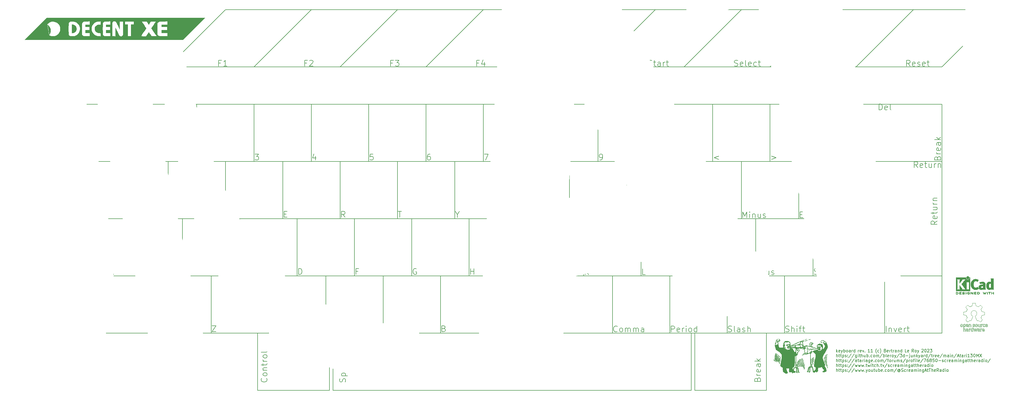
<source format=gbr>
G04 #@! TF.GenerationSoftware,KiCad,Pcbnew,(7.0.0)*
G04 #@! TF.CreationDate,2023-02-28T22:20:42-08:00*
G04 #@! TF.ProjectId,DecentXE-plate,44656365-6e74-4584-952d-706c6174652e,11*
G04 #@! TF.SameCoordinates,Original*
G04 #@! TF.FileFunction,Legend,Top*
G04 #@! TF.FilePolarity,Positive*
%FSLAX46Y46*%
G04 Gerber Fmt 4.6, Leading zero omitted, Abs format (unit mm)*
G04 Created by KiCad (PCBNEW (7.0.0)) date 2023-02-28 22:20:42*
%MOMM*%
%LPD*%
G01*
G04 APERTURE LIST*
%ADD10C,0.150000*%
%ADD11C,0.300000*%
%ADD12C,0.152400*%
%ADD13C,0.010000*%
%ADD14C,0.120000*%
%ADD15C,0.090000*%
%ADD16C,6.000000*%
%ADD17O,7.000000X12.000000*%
G04 APERTURE END LIST*
D10*
X263786190Y-92364761D02*
X263786190Y-90364761D01*
X263786190Y-90364761D02*
X264452857Y-91793333D01*
X264452857Y-91793333D02*
X265119523Y-90364761D01*
X265119523Y-90364761D02*
X265119523Y-92364761D01*
X266071904Y-92364761D02*
X266071904Y-91031428D01*
X266071904Y-90364761D02*
X265976666Y-90460000D01*
X265976666Y-90460000D02*
X266071904Y-90555238D01*
X266071904Y-90555238D02*
X266167142Y-90460000D01*
X266167142Y-90460000D02*
X266071904Y-90364761D01*
X266071904Y-90364761D02*
X266071904Y-90555238D01*
X267024285Y-91031428D02*
X267024285Y-92364761D01*
X267024285Y-91221904D02*
X267119523Y-91126666D01*
X267119523Y-91126666D02*
X267309999Y-91031428D01*
X267309999Y-91031428D02*
X267595714Y-91031428D01*
X267595714Y-91031428D02*
X267786190Y-91126666D01*
X267786190Y-91126666D02*
X267881428Y-91317142D01*
X267881428Y-91317142D02*
X267881428Y-92364761D01*
X269690952Y-91031428D02*
X269690952Y-92364761D01*
X268833809Y-91031428D02*
X268833809Y-92079047D01*
X268833809Y-92079047D02*
X268929047Y-92269523D01*
X268929047Y-92269523D02*
X269119523Y-92364761D01*
X269119523Y-92364761D02*
X269405238Y-92364761D01*
X269405238Y-92364761D02*
X269595714Y-92269523D01*
X269595714Y-92269523D02*
X269690952Y-92174285D01*
X270548095Y-92269523D02*
X270738571Y-92364761D01*
X270738571Y-92364761D02*
X271119523Y-92364761D01*
X271119523Y-92364761D02*
X271310000Y-92269523D01*
X271310000Y-92269523D02*
X271405238Y-92079047D01*
X271405238Y-92079047D02*
X271405238Y-91983809D01*
X271405238Y-91983809D02*
X271310000Y-91793333D01*
X271310000Y-91793333D02*
X271119523Y-91698095D01*
X271119523Y-91698095D02*
X270833809Y-91698095D01*
X270833809Y-91698095D02*
X270643333Y-91602857D01*
X270643333Y-91602857D02*
X270548095Y-91412380D01*
X270548095Y-91412380D02*
X270548095Y-91317142D01*
X270548095Y-91317142D02*
X270643333Y-91126666D01*
X270643333Y-91126666D02*
X270833809Y-91031428D01*
X270833809Y-91031428D02*
X271119523Y-91031428D01*
X271119523Y-91031428D02*
X271310000Y-91126666D01*
X282836190Y-91317142D02*
X283502857Y-91317142D01*
X283788571Y-92364761D02*
X282836190Y-92364761D01*
X282836190Y-92364761D02*
X282836190Y-90364761D01*
X282836190Y-90364761D02*
X283788571Y-90364761D01*
X285502857Y-91031428D02*
X285502857Y-93031428D01*
X285502857Y-92269523D02*
X285312381Y-92364761D01*
X285312381Y-92364761D02*
X284931428Y-92364761D01*
X284931428Y-92364761D02*
X284740952Y-92269523D01*
X284740952Y-92269523D02*
X284645714Y-92174285D01*
X284645714Y-92174285D02*
X284550476Y-91983809D01*
X284550476Y-91983809D02*
X284550476Y-91412380D01*
X284550476Y-91412380D02*
X284645714Y-91221904D01*
X284645714Y-91221904D02*
X284740952Y-91126666D01*
X284740952Y-91126666D02*
X284931428Y-91031428D01*
X284931428Y-91031428D02*
X285312381Y-91031428D01*
X285312381Y-91031428D02*
X285502857Y-91126666D01*
X287312381Y-91031428D02*
X287312381Y-92364761D01*
X286455238Y-91031428D02*
X286455238Y-92079047D01*
X286455238Y-92079047D02*
X286550476Y-92269523D01*
X286550476Y-92269523D02*
X286740952Y-92364761D01*
X286740952Y-92364761D02*
X287026667Y-92364761D01*
X287026667Y-92364761D02*
X287217143Y-92269523D01*
X287217143Y-92269523D02*
X287312381Y-92174285D01*
X289121905Y-92364761D02*
X289121905Y-91317142D01*
X289121905Y-91317142D02*
X289026667Y-91126666D01*
X289026667Y-91126666D02*
X288836191Y-91031428D01*
X288836191Y-91031428D02*
X288455238Y-91031428D01*
X288455238Y-91031428D02*
X288264762Y-91126666D01*
X289121905Y-92269523D02*
X288931429Y-92364761D01*
X288931429Y-92364761D02*
X288455238Y-92364761D01*
X288455238Y-92364761D02*
X288264762Y-92269523D01*
X288264762Y-92269523D02*
X288169524Y-92079047D01*
X288169524Y-92079047D02*
X288169524Y-91888571D01*
X288169524Y-91888571D02*
X288264762Y-91698095D01*
X288264762Y-91698095D02*
X288455238Y-91602857D01*
X288455238Y-91602857D02*
X288931429Y-91602857D01*
X288931429Y-91602857D02*
X289121905Y-91507619D01*
X290360000Y-92364761D02*
X290169524Y-92269523D01*
X290169524Y-92269523D02*
X290074286Y-92079047D01*
X290074286Y-92079047D02*
X290074286Y-90364761D01*
X321913047Y-75664761D02*
X321246380Y-74712380D01*
X320770190Y-75664761D02*
X320770190Y-73664761D01*
X320770190Y-73664761D02*
X321532095Y-73664761D01*
X321532095Y-73664761D02*
X321722571Y-73760000D01*
X321722571Y-73760000D02*
X321817809Y-73855238D01*
X321817809Y-73855238D02*
X321913047Y-74045714D01*
X321913047Y-74045714D02*
X321913047Y-74331428D01*
X321913047Y-74331428D02*
X321817809Y-74521904D01*
X321817809Y-74521904D02*
X321722571Y-74617142D01*
X321722571Y-74617142D02*
X321532095Y-74712380D01*
X321532095Y-74712380D02*
X320770190Y-74712380D01*
X323532095Y-75569523D02*
X323341619Y-75664761D01*
X323341619Y-75664761D02*
X322960666Y-75664761D01*
X322960666Y-75664761D02*
X322770190Y-75569523D01*
X322770190Y-75569523D02*
X322674952Y-75379047D01*
X322674952Y-75379047D02*
X322674952Y-74617142D01*
X322674952Y-74617142D02*
X322770190Y-74426666D01*
X322770190Y-74426666D02*
X322960666Y-74331428D01*
X322960666Y-74331428D02*
X323341619Y-74331428D01*
X323341619Y-74331428D02*
X323532095Y-74426666D01*
X323532095Y-74426666D02*
X323627333Y-74617142D01*
X323627333Y-74617142D02*
X323627333Y-74807619D01*
X323627333Y-74807619D02*
X322674952Y-74998095D01*
X324198762Y-74331428D02*
X324960666Y-74331428D01*
X324484476Y-73664761D02*
X324484476Y-75379047D01*
X324484476Y-75379047D02*
X324579714Y-75569523D01*
X324579714Y-75569523D02*
X324770190Y-75664761D01*
X324770190Y-75664761D02*
X324960666Y-75664761D01*
X326484476Y-74331428D02*
X326484476Y-75664761D01*
X325627333Y-74331428D02*
X325627333Y-75379047D01*
X325627333Y-75379047D02*
X325722571Y-75569523D01*
X325722571Y-75569523D02*
X325913047Y-75664761D01*
X325913047Y-75664761D02*
X326198762Y-75664761D01*
X326198762Y-75664761D02*
X326389238Y-75569523D01*
X326389238Y-75569523D02*
X326484476Y-75474285D01*
X327436857Y-75664761D02*
X327436857Y-74331428D01*
X327436857Y-74712380D02*
X327532095Y-74521904D01*
X327532095Y-74521904D02*
X327627333Y-74426666D01*
X327627333Y-74426666D02*
X327817809Y-74331428D01*
X327817809Y-74331428D02*
X328008286Y-74331428D01*
X328674952Y-74331428D02*
X328674952Y-75664761D01*
X328674952Y-74521904D02*
X328770190Y-74426666D01*
X328770190Y-74426666D02*
X328960666Y-74331428D01*
X328960666Y-74331428D02*
X329246381Y-74331428D01*
X329246381Y-74331428D02*
X329436857Y-74426666D01*
X329436857Y-74426666D02*
X329532095Y-74617142D01*
X329532095Y-74617142D02*
X329532095Y-75664761D01*
X45815047Y-111034285D02*
X45719809Y-111129523D01*
X45719809Y-111129523D02*
X45434095Y-111224761D01*
X45434095Y-111224761D02*
X45243619Y-111224761D01*
X45243619Y-111224761D02*
X44957904Y-111129523D01*
X44957904Y-111129523D02*
X44767428Y-110939047D01*
X44767428Y-110939047D02*
X44672190Y-110748571D01*
X44672190Y-110748571D02*
X44576952Y-110367619D01*
X44576952Y-110367619D02*
X44576952Y-110081904D01*
X44576952Y-110081904D02*
X44672190Y-109700952D01*
X44672190Y-109700952D02*
X44767428Y-109510476D01*
X44767428Y-109510476D02*
X44957904Y-109320000D01*
X44957904Y-109320000D02*
X45243619Y-109224761D01*
X45243619Y-109224761D02*
X45434095Y-109224761D01*
X45434095Y-109224761D02*
X45719809Y-109320000D01*
X45719809Y-109320000D02*
X45815047Y-109415238D01*
X46957904Y-111224761D02*
X46767428Y-111129523D01*
X46767428Y-111129523D02*
X46672190Y-111034285D01*
X46672190Y-111034285D02*
X46576952Y-110843809D01*
X46576952Y-110843809D02*
X46576952Y-110272380D01*
X46576952Y-110272380D02*
X46672190Y-110081904D01*
X46672190Y-110081904D02*
X46767428Y-109986666D01*
X46767428Y-109986666D02*
X46957904Y-109891428D01*
X46957904Y-109891428D02*
X47243619Y-109891428D01*
X47243619Y-109891428D02*
X47434095Y-109986666D01*
X47434095Y-109986666D02*
X47529333Y-110081904D01*
X47529333Y-110081904D02*
X47624571Y-110272380D01*
X47624571Y-110272380D02*
X47624571Y-110843809D01*
X47624571Y-110843809D02*
X47529333Y-111034285D01*
X47529333Y-111034285D02*
X47434095Y-111129523D01*
X47434095Y-111129523D02*
X47243619Y-111224761D01*
X47243619Y-111224761D02*
X46957904Y-111224761D01*
X48481714Y-109891428D02*
X48481714Y-111224761D01*
X48481714Y-110081904D02*
X48576952Y-109986666D01*
X48576952Y-109986666D02*
X48767428Y-109891428D01*
X48767428Y-109891428D02*
X49053143Y-109891428D01*
X49053143Y-109891428D02*
X49243619Y-109986666D01*
X49243619Y-109986666D02*
X49338857Y-110177142D01*
X49338857Y-110177142D02*
X49338857Y-111224761D01*
X50005524Y-109891428D02*
X50767428Y-109891428D01*
X50291238Y-109224761D02*
X50291238Y-110939047D01*
X50291238Y-110939047D02*
X50386476Y-111129523D01*
X50386476Y-111129523D02*
X50576952Y-111224761D01*
X50576952Y-111224761D02*
X50767428Y-111224761D01*
X51434095Y-111224761D02*
X51434095Y-109891428D01*
X51434095Y-110272380D02*
X51529333Y-110081904D01*
X51529333Y-110081904D02*
X51624571Y-109986666D01*
X51624571Y-109986666D02*
X51815047Y-109891428D01*
X51815047Y-109891428D02*
X52005524Y-109891428D01*
X52957904Y-111224761D02*
X52767428Y-111129523D01*
X52767428Y-111129523D02*
X52672190Y-111034285D01*
X52672190Y-111034285D02*
X52576952Y-110843809D01*
X52576952Y-110843809D02*
X52576952Y-110272380D01*
X52576952Y-110272380D02*
X52672190Y-110081904D01*
X52672190Y-110081904D02*
X52767428Y-109986666D01*
X52767428Y-109986666D02*
X52957904Y-109891428D01*
X52957904Y-109891428D02*
X53243619Y-109891428D01*
X53243619Y-109891428D02*
X53434095Y-109986666D01*
X53434095Y-109986666D02*
X53529333Y-110081904D01*
X53529333Y-110081904D02*
X53624571Y-110272380D01*
X53624571Y-110272380D02*
X53624571Y-110843809D01*
X53624571Y-110843809D02*
X53529333Y-111034285D01*
X53529333Y-111034285D02*
X53434095Y-111129523D01*
X53434095Y-111129523D02*
X53243619Y-111224761D01*
X53243619Y-111224761D02*
X52957904Y-111224761D01*
X54767428Y-111224761D02*
X54576952Y-111129523D01*
X54576952Y-111129523D02*
X54481714Y-110939047D01*
X54481714Y-110939047D02*
X54481714Y-109224761D01*
X77953452Y-110657708D02*
X78905833Y-110657708D01*
X77762976Y-111229136D02*
X78429642Y-109229136D01*
X78429642Y-109229136D02*
X79096309Y-111229136D01*
X97003452Y-111133898D02*
X97289166Y-111229136D01*
X97289166Y-111229136D02*
X97765357Y-111229136D01*
X97765357Y-111229136D02*
X97955833Y-111133898D01*
X97955833Y-111133898D02*
X98051071Y-111038660D01*
X98051071Y-111038660D02*
X98146309Y-110848184D01*
X98146309Y-110848184D02*
X98146309Y-110657708D01*
X98146309Y-110657708D02*
X98051071Y-110467232D01*
X98051071Y-110467232D02*
X97955833Y-110371994D01*
X97955833Y-110371994D02*
X97765357Y-110276755D01*
X97765357Y-110276755D02*
X97384404Y-110181517D01*
X97384404Y-110181517D02*
X97193928Y-110086279D01*
X97193928Y-110086279D02*
X97098690Y-109991041D01*
X97098690Y-109991041D02*
X97003452Y-109800565D01*
X97003452Y-109800565D02*
X97003452Y-109610089D01*
X97003452Y-109610089D02*
X97098690Y-109419613D01*
X97098690Y-109419613D02*
X97193928Y-109324375D01*
X97193928Y-109324375D02*
X97384404Y-109229136D01*
X97384404Y-109229136D02*
X97860595Y-109229136D01*
X97860595Y-109229136D02*
X98146309Y-109324375D01*
X116148690Y-111229136D02*
X116148690Y-109229136D01*
X116148690Y-109229136D02*
X116624880Y-109229136D01*
X116624880Y-109229136D02*
X116910595Y-109324375D01*
X116910595Y-109324375D02*
X117101071Y-109514851D01*
X117101071Y-109514851D02*
X117196309Y-109705327D01*
X117196309Y-109705327D02*
X117291547Y-110086279D01*
X117291547Y-110086279D02*
X117291547Y-110371994D01*
X117291547Y-110371994D02*
X117196309Y-110752946D01*
X117196309Y-110752946D02*
X117101071Y-110943422D01*
X117101071Y-110943422D02*
X116910595Y-111133898D01*
X116910595Y-111133898D02*
X116624880Y-111229136D01*
X116624880Y-111229136D02*
X116148690Y-111229136D01*
X135865357Y-110181517D02*
X135198690Y-110181517D01*
X135198690Y-111229136D02*
X135198690Y-109229136D01*
X135198690Y-109229136D02*
X136151071Y-109229136D01*
X155296309Y-109324375D02*
X155105833Y-109229136D01*
X155105833Y-109229136D02*
X154820119Y-109229136D01*
X154820119Y-109229136D02*
X154534404Y-109324375D01*
X154534404Y-109324375D02*
X154343928Y-109514851D01*
X154343928Y-109514851D02*
X154248690Y-109705327D01*
X154248690Y-109705327D02*
X154153452Y-110086279D01*
X154153452Y-110086279D02*
X154153452Y-110371994D01*
X154153452Y-110371994D02*
X154248690Y-110752946D01*
X154248690Y-110752946D02*
X154343928Y-110943422D01*
X154343928Y-110943422D02*
X154534404Y-111133898D01*
X154534404Y-111133898D02*
X154820119Y-111229136D01*
X154820119Y-111229136D02*
X155010595Y-111229136D01*
X155010595Y-111229136D02*
X155296309Y-111133898D01*
X155296309Y-111133898D02*
X155391547Y-111038660D01*
X155391547Y-111038660D02*
X155391547Y-110371994D01*
X155391547Y-110371994D02*
X155010595Y-110371994D01*
X173298690Y-111229136D02*
X173298690Y-109229136D01*
X173298690Y-110181517D02*
X174441547Y-110181517D01*
X174441547Y-111229136D02*
X174441547Y-109229136D01*
X192920119Y-109324761D02*
X192920119Y-110753333D01*
X192920119Y-110753333D02*
X192824880Y-111039047D01*
X192824880Y-111039047D02*
X192634404Y-111229523D01*
X192634404Y-111229523D02*
X192348690Y-111324761D01*
X192348690Y-111324761D02*
X192158214Y-111324761D01*
X211398690Y-111324761D02*
X211398690Y-109324761D01*
X212541547Y-111324761D02*
X211684404Y-110181904D01*
X212541547Y-109324761D02*
X211398690Y-110467619D01*
X231401071Y-111324761D02*
X230448690Y-111324761D01*
X230448690Y-111324761D02*
X230448690Y-109324761D01*
X249403452Y-111229523D02*
X249689166Y-111324761D01*
X249689166Y-111324761D02*
X250165357Y-111324761D01*
X250165357Y-111324761D02*
X250355833Y-111229523D01*
X250355833Y-111229523D02*
X250451071Y-111134285D01*
X250451071Y-111134285D02*
X250546309Y-110943809D01*
X250546309Y-110943809D02*
X250546309Y-110753333D01*
X250546309Y-110753333D02*
X250451071Y-110562857D01*
X250451071Y-110562857D02*
X250355833Y-110467619D01*
X250355833Y-110467619D02*
X250165357Y-110372380D01*
X250165357Y-110372380D02*
X249784404Y-110277142D01*
X249784404Y-110277142D02*
X249593928Y-110181904D01*
X249593928Y-110181904D02*
X249498690Y-110086666D01*
X249498690Y-110086666D02*
X249403452Y-109896190D01*
X249403452Y-109896190D02*
X249403452Y-109705714D01*
X249403452Y-109705714D02*
X249498690Y-109515238D01*
X249498690Y-109515238D02*
X249593928Y-109420000D01*
X249593928Y-109420000D02*
X249784404Y-109324761D01*
X249784404Y-109324761D02*
X250260595Y-109324761D01*
X250260595Y-109324761D02*
X250546309Y-109420000D01*
X252165357Y-111229523D02*
X251974881Y-111324761D01*
X251974881Y-111324761D02*
X251593928Y-111324761D01*
X251593928Y-111324761D02*
X251403452Y-111229523D01*
X251403452Y-111229523D02*
X251308214Y-111039047D01*
X251308214Y-111039047D02*
X251308214Y-110277142D01*
X251308214Y-110277142D02*
X251403452Y-110086666D01*
X251403452Y-110086666D02*
X251593928Y-109991428D01*
X251593928Y-109991428D02*
X251974881Y-109991428D01*
X251974881Y-109991428D02*
X252165357Y-110086666D01*
X252165357Y-110086666D02*
X252260595Y-110277142D01*
X252260595Y-110277142D02*
X252260595Y-110467619D01*
X252260595Y-110467619D02*
X251308214Y-110658095D01*
X253117738Y-111324761D02*
X253117738Y-109991428D01*
X253117738Y-110181904D02*
X253212976Y-110086666D01*
X253212976Y-110086666D02*
X253403452Y-109991428D01*
X253403452Y-109991428D02*
X253689167Y-109991428D01*
X253689167Y-109991428D02*
X253879643Y-110086666D01*
X253879643Y-110086666D02*
X253974881Y-110277142D01*
X253974881Y-110277142D02*
X253974881Y-111324761D01*
X253974881Y-110277142D02*
X254070119Y-110086666D01*
X254070119Y-110086666D02*
X254260595Y-109991428D01*
X254260595Y-109991428D02*
X254546309Y-109991428D01*
X254546309Y-109991428D02*
X254736786Y-110086666D01*
X254736786Y-110086666D02*
X254832024Y-110277142D01*
X254832024Y-110277142D02*
X254832024Y-111324761D01*
X255784405Y-111324761D02*
X255784405Y-109991428D01*
X255784405Y-109324761D02*
X255689167Y-109420000D01*
X255689167Y-109420000D02*
X255784405Y-109515238D01*
X255784405Y-109515238D02*
X255879643Y-109420000D01*
X255879643Y-109420000D02*
X255784405Y-109324761D01*
X255784405Y-109324761D02*
X255784405Y-109515238D01*
X257593929Y-111229523D02*
X257403453Y-111324761D01*
X257403453Y-111324761D02*
X257022500Y-111324761D01*
X257022500Y-111324761D02*
X256832024Y-111229523D01*
X256832024Y-111229523D02*
X256736786Y-111134285D01*
X256736786Y-111134285D02*
X256641548Y-110943809D01*
X256641548Y-110943809D02*
X256641548Y-110372380D01*
X256641548Y-110372380D02*
X256736786Y-110181904D01*
X256736786Y-110181904D02*
X256832024Y-110086666D01*
X256832024Y-110086666D02*
X257022500Y-109991428D01*
X257022500Y-109991428D02*
X257403453Y-109991428D01*
X257403453Y-109991428D02*
X257593929Y-110086666D01*
X258736786Y-111324761D02*
X258546310Y-111229523D01*
X258546310Y-111229523D02*
X258451072Y-111134285D01*
X258451072Y-111134285D02*
X258355834Y-110943809D01*
X258355834Y-110943809D02*
X258355834Y-110372380D01*
X258355834Y-110372380D02*
X258451072Y-110181904D01*
X258451072Y-110181904D02*
X258546310Y-110086666D01*
X258546310Y-110086666D02*
X258736786Y-109991428D01*
X258736786Y-109991428D02*
X259022501Y-109991428D01*
X259022501Y-109991428D02*
X259212977Y-110086666D01*
X259212977Y-110086666D02*
X259308215Y-110181904D01*
X259308215Y-110181904D02*
X259403453Y-110372380D01*
X259403453Y-110372380D02*
X259403453Y-110943809D01*
X259403453Y-110943809D02*
X259308215Y-111134285D01*
X259308215Y-111134285D02*
X259212977Y-111229523D01*
X259212977Y-111229523D02*
X259022501Y-111324761D01*
X259022501Y-111324761D02*
X258736786Y-111324761D01*
X260546310Y-111324761D02*
X260355834Y-111229523D01*
X260355834Y-111229523D02*
X260260596Y-111039047D01*
X260260596Y-111039047D02*
X260260596Y-109324761D01*
X261593929Y-111324761D02*
X261403453Y-111229523D01*
X261403453Y-111229523D02*
X261308215Y-111134285D01*
X261308215Y-111134285D02*
X261212977Y-110943809D01*
X261212977Y-110943809D02*
X261212977Y-110372380D01*
X261212977Y-110372380D02*
X261308215Y-110181904D01*
X261308215Y-110181904D02*
X261403453Y-110086666D01*
X261403453Y-110086666D02*
X261593929Y-109991428D01*
X261593929Y-109991428D02*
X261879644Y-109991428D01*
X261879644Y-109991428D02*
X262070120Y-110086666D01*
X262070120Y-110086666D02*
X262165358Y-110181904D01*
X262165358Y-110181904D02*
X262260596Y-110372380D01*
X262260596Y-110372380D02*
X262260596Y-110943809D01*
X262260596Y-110943809D02*
X262165358Y-111134285D01*
X262165358Y-111134285D02*
X262070120Y-111229523D01*
X262070120Y-111229523D02*
X261879644Y-111324761D01*
X261879644Y-111324761D02*
X261593929Y-111324761D01*
X263117739Y-109991428D02*
X263117739Y-111324761D01*
X263117739Y-110181904D02*
X263212977Y-110086666D01*
X263212977Y-110086666D02*
X263403453Y-109991428D01*
X263403453Y-109991428D02*
X263689168Y-109991428D01*
X263689168Y-109991428D02*
X263879644Y-110086666D01*
X263879644Y-110086666D02*
X263974882Y-110277142D01*
X263974882Y-110277142D02*
X263974882Y-111324761D01*
X268548690Y-111324761D02*
X268548690Y-109324761D01*
X268548690Y-109324761D02*
X269310595Y-109324761D01*
X269310595Y-109324761D02*
X269501071Y-109420000D01*
X269501071Y-109420000D02*
X269596309Y-109515238D01*
X269596309Y-109515238D02*
X269691547Y-109705714D01*
X269691547Y-109705714D02*
X269691547Y-109991428D01*
X269691547Y-109991428D02*
X269596309Y-110181904D01*
X269596309Y-110181904D02*
X269501071Y-110277142D01*
X269501071Y-110277142D02*
X269310595Y-110372380D01*
X269310595Y-110372380D02*
X268548690Y-110372380D01*
X270834404Y-111324761D02*
X270643928Y-111229523D01*
X270643928Y-111229523D02*
X270548690Y-111039047D01*
X270548690Y-111039047D02*
X270548690Y-109324761D01*
X272453452Y-109991428D02*
X272453452Y-111324761D01*
X271596309Y-109991428D02*
X271596309Y-111039047D01*
X271596309Y-111039047D02*
X271691547Y-111229523D01*
X271691547Y-111229523D02*
X271882023Y-111324761D01*
X271882023Y-111324761D02*
X272167738Y-111324761D01*
X272167738Y-111324761D02*
X272358214Y-111229523D01*
X272358214Y-111229523D02*
X272453452Y-111134285D01*
X273310595Y-111229523D02*
X273501071Y-111324761D01*
X273501071Y-111324761D02*
X273882023Y-111324761D01*
X273882023Y-111324761D02*
X274072500Y-111229523D01*
X274072500Y-111229523D02*
X274167738Y-111039047D01*
X274167738Y-111039047D02*
X274167738Y-110943809D01*
X274167738Y-110943809D02*
X274072500Y-110753333D01*
X274072500Y-110753333D02*
X273882023Y-110658095D01*
X273882023Y-110658095D02*
X273596309Y-110658095D01*
X273596309Y-110658095D02*
X273405833Y-110562857D01*
X273405833Y-110562857D02*
X273310595Y-110372380D01*
X273310595Y-110372380D02*
X273310595Y-110277142D01*
X273310595Y-110277142D02*
X273405833Y-110086666D01*
X273405833Y-110086666D02*
X273596309Y-109991428D01*
X273596309Y-109991428D02*
X273882023Y-109991428D01*
X273882023Y-109991428D02*
X274072500Y-110086666D01*
X287503452Y-111133898D02*
X287789166Y-111229136D01*
X287789166Y-111229136D02*
X288265357Y-111229136D01*
X288265357Y-111229136D02*
X288455833Y-111133898D01*
X288455833Y-111133898D02*
X288551071Y-111038660D01*
X288551071Y-111038660D02*
X288646309Y-110848184D01*
X288646309Y-110848184D02*
X288646309Y-110657708D01*
X288646309Y-110657708D02*
X288551071Y-110467232D01*
X288551071Y-110467232D02*
X288455833Y-110371994D01*
X288455833Y-110371994D02*
X288265357Y-110276755D01*
X288265357Y-110276755D02*
X287884404Y-110181517D01*
X287884404Y-110181517D02*
X287693928Y-110086279D01*
X287693928Y-110086279D02*
X287598690Y-109991041D01*
X287598690Y-109991041D02*
X287503452Y-109800565D01*
X287503452Y-109800565D02*
X287503452Y-109610089D01*
X287503452Y-109610089D02*
X287598690Y-109419613D01*
X287598690Y-109419613D02*
X287693928Y-109324375D01*
X287693928Y-109324375D02*
X287884404Y-109229136D01*
X287884404Y-109229136D02*
X288360595Y-109229136D01*
X288360595Y-109229136D02*
X288646309Y-109324375D01*
X289217738Y-109895803D02*
X289979642Y-109895803D01*
X289503452Y-109229136D02*
X289503452Y-110943422D01*
X289503452Y-110943422D02*
X289598690Y-111133898D01*
X289598690Y-111133898D02*
X289789166Y-111229136D01*
X289789166Y-111229136D02*
X289979642Y-111229136D01*
X291503452Y-111229136D02*
X291503452Y-110181517D01*
X291503452Y-110181517D02*
X291408214Y-109991041D01*
X291408214Y-109991041D02*
X291217738Y-109895803D01*
X291217738Y-109895803D02*
X290836785Y-109895803D01*
X290836785Y-109895803D02*
X290646309Y-109991041D01*
X291503452Y-111133898D02*
X291312976Y-111229136D01*
X291312976Y-111229136D02*
X290836785Y-111229136D01*
X290836785Y-111229136D02*
X290646309Y-111133898D01*
X290646309Y-111133898D02*
X290551071Y-110943422D01*
X290551071Y-110943422D02*
X290551071Y-110752946D01*
X290551071Y-110752946D02*
X290646309Y-110562470D01*
X290646309Y-110562470D02*
X290836785Y-110467232D01*
X290836785Y-110467232D02*
X291312976Y-110467232D01*
X291312976Y-110467232D02*
X291503452Y-110371994D01*
X292455833Y-111229136D02*
X292455833Y-109895803D01*
X292455833Y-110276755D02*
X292551071Y-110086279D01*
X292551071Y-110086279D02*
X292646309Y-109991041D01*
X292646309Y-109991041D02*
X292836785Y-109895803D01*
X292836785Y-109895803D02*
X293027262Y-109895803D01*
X307791547Y-111038660D02*
X307696309Y-111133898D01*
X307696309Y-111133898D02*
X307410595Y-111229136D01*
X307410595Y-111229136D02*
X307220119Y-111229136D01*
X307220119Y-111229136D02*
X306934404Y-111133898D01*
X306934404Y-111133898D02*
X306743928Y-110943422D01*
X306743928Y-110943422D02*
X306648690Y-110752946D01*
X306648690Y-110752946D02*
X306553452Y-110371994D01*
X306553452Y-110371994D02*
X306553452Y-110086279D01*
X306553452Y-110086279D02*
X306648690Y-109705327D01*
X306648690Y-109705327D02*
X306743928Y-109514851D01*
X306743928Y-109514851D02*
X306934404Y-109324375D01*
X306934404Y-109324375D02*
X307220119Y-109229136D01*
X307220119Y-109229136D02*
X307410595Y-109229136D01*
X307410595Y-109229136D02*
X307696309Y-109324375D01*
X307696309Y-109324375D02*
X307791547Y-109419613D01*
X309505833Y-111229136D02*
X309505833Y-110181517D01*
X309505833Y-110181517D02*
X309410595Y-109991041D01*
X309410595Y-109991041D02*
X309220119Y-109895803D01*
X309220119Y-109895803D02*
X308839166Y-109895803D01*
X308839166Y-109895803D02*
X308648690Y-109991041D01*
X309505833Y-111133898D02*
X309315357Y-111229136D01*
X309315357Y-111229136D02*
X308839166Y-111229136D01*
X308839166Y-111229136D02*
X308648690Y-111133898D01*
X308648690Y-111133898D02*
X308553452Y-110943422D01*
X308553452Y-110943422D02*
X308553452Y-110752946D01*
X308553452Y-110752946D02*
X308648690Y-110562470D01*
X308648690Y-110562470D02*
X308839166Y-110467232D01*
X308839166Y-110467232D02*
X309315357Y-110467232D01*
X309315357Y-110467232D02*
X309505833Y-110371994D01*
X310458214Y-109895803D02*
X310458214Y-111895803D01*
X310458214Y-109991041D02*
X310648690Y-109895803D01*
X310648690Y-109895803D02*
X311029643Y-109895803D01*
X311029643Y-109895803D02*
X311220119Y-109991041D01*
X311220119Y-109991041D02*
X311315357Y-110086279D01*
X311315357Y-110086279D02*
X311410595Y-110276755D01*
X311410595Y-110276755D02*
X311410595Y-110848184D01*
X311410595Y-110848184D02*
X311315357Y-111038660D01*
X311315357Y-111038660D02*
X311220119Y-111133898D01*
X311220119Y-111133898D02*
X311029643Y-111229136D01*
X311029643Y-111229136D02*
X310648690Y-111229136D01*
X310648690Y-111229136D02*
X310458214Y-111133898D01*
X312172500Y-111133898D02*
X312362976Y-111229136D01*
X312362976Y-111229136D02*
X312743928Y-111229136D01*
X312743928Y-111229136D02*
X312934405Y-111133898D01*
X312934405Y-111133898D02*
X313029643Y-110943422D01*
X313029643Y-110943422D02*
X313029643Y-110848184D01*
X313029643Y-110848184D02*
X312934405Y-110657708D01*
X312934405Y-110657708D02*
X312743928Y-110562470D01*
X312743928Y-110562470D02*
X312458214Y-110562470D01*
X312458214Y-110562470D02*
X312267738Y-110467232D01*
X312267738Y-110467232D02*
X312172500Y-110276755D01*
X312172500Y-110276755D02*
X312172500Y-110181517D01*
X312172500Y-110181517D02*
X312267738Y-109991041D01*
X312267738Y-109991041D02*
X312458214Y-109895803D01*
X312458214Y-109895803D02*
X312743928Y-109895803D01*
X312743928Y-109895803D02*
X312934405Y-109991041D01*
X44576952Y-130179523D02*
X44862666Y-130274761D01*
X44862666Y-130274761D02*
X45338857Y-130274761D01*
X45338857Y-130274761D02*
X45529333Y-130179523D01*
X45529333Y-130179523D02*
X45624571Y-130084285D01*
X45624571Y-130084285D02*
X45719809Y-129893809D01*
X45719809Y-129893809D02*
X45719809Y-129703333D01*
X45719809Y-129703333D02*
X45624571Y-129512857D01*
X45624571Y-129512857D02*
X45529333Y-129417619D01*
X45529333Y-129417619D02*
X45338857Y-129322380D01*
X45338857Y-129322380D02*
X44957904Y-129227142D01*
X44957904Y-129227142D02*
X44767428Y-129131904D01*
X44767428Y-129131904D02*
X44672190Y-129036666D01*
X44672190Y-129036666D02*
X44576952Y-128846190D01*
X44576952Y-128846190D02*
X44576952Y-128655714D01*
X44576952Y-128655714D02*
X44672190Y-128465238D01*
X44672190Y-128465238D02*
X44767428Y-128370000D01*
X44767428Y-128370000D02*
X44957904Y-128274761D01*
X44957904Y-128274761D02*
X45434095Y-128274761D01*
X45434095Y-128274761D02*
X45719809Y-128370000D01*
X46576952Y-130274761D02*
X46576952Y-128274761D01*
X47434095Y-130274761D02*
X47434095Y-129227142D01*
X47434095Y-129227142D02*
X47338857Y-129036666D01*
X47338857Y-129036666D02*
X47148381Y-128941428D01*
X47148381Y-128941428D02*
X46862666Y-128941428D01*
X46862666Y-128941428D02*
X46672190Y-129036666D01*
X46672190Y-129036666D02*
X46576952Y-129131904D01*
X48386476Y-130274761D02*
X48386476Y-128941428D01*
X48386476Y-128274761D02*
X48291238Y-128370000D01*
X48291238Y-128370000D02*
X48386476Y-128465238D01*
X48386476Y-128465238D02*
X48481714Y-128370000D01*
X48481714Y-128370000D02*
X48386476Y-128274761D01*
X48386476Y-128274761D02*
X48386476Y-128465238D01*
X49053143Y-128941428D02*
X49815047Y-128941428D01*
X49338857Y-130274761D02*
X49338857Y-128560476D01*
X49338857Y-128560476D02*
X49434095Y-128370000D01*
X49434095Y-128370000D02*
X49624571Y-128274761D01*
X49624571Y-128274761D02*
X49815047Y-128274761D01*
X50196000Y-128941428D02*
X50957904Y-128941428D01*
X50481714Y-128274761D02*
X50481714Y-129989047D01*
X50481714Y-129989047D02*
X50576952Y-130179523D01*
X50576952Y-130179523D02*
X50767428Y-130274761D01*
X50767428Y-130274761D02*
X50957904Y-130274761D01*
X87383214Y-128279136D02*
X88716547Y-128279136D01*
X88716547Y-128279136D02*
X87383214Y-130279136D01*
X87383214Y-130279136D02*
X88716547Y-130279136D01*
X106433214Y-128279136D02*
X107766547Y-130279136D01*
X107766547Y-128279136D02*
X106433214Y-130279136D01*
X126816547Y-130088660D02*
X126721309Y-130183898D01*
X126721309Y-130183898D02*
X126435595Y-130279136D01*
X126435595Y-130279136D02*
X126245119Y-130279136D01*
X126245119Y-130279136D02*
X125959404Y-130183898D01*
X125959404Y-130183898D02*
X125768928Y-129993422D01*
X125768928Y-129993422D02*
X125673690Y-129802946D01*
X125673690Y-129802946D02*
X125578452Y-129421994D01*
X125578452Y-129421994D02*
X125578452Y-129136279D01*
X125578452Y-129136279D02*
X125673690Y-128755327D01*
X125673690Y-128755327D02*
X125768928Y-128564851D01*
X125768928Y-128564851D02*
X125959404Y-128374375D01*
X125959404Y-128374375D02*
X126245119Y-128279136D01*
X126245119Y-128279136D02*
X126435595Y-128279136D01*
X126435595Y-128279136D02*
X126721309Y-128374375D01*
X126721309Y-128374375D02*
X126816547Y-128469613D01*
X144437976Y-128374761D02*
X145104642Y-130374761D01*
X145104642Y-130374761D02*
X145771309Y-128374761D01*
X164440357Y-129231517D02*
X164726071Y-129326755D01*
X164726071Y-129326755D02*
X164821309Y-129421994D01*
X164821309Y-129421994D02*
X164916547Y-129612470D01*
X164916547Y-129612470D02*
X164916547Y-129898184D01*
X164916547Y-129898184D02*
X164821309Y-130088660D01*
X164821309Y-130088660D02*
X164726071Y-130183898D01*
X164726071Y-130183898D02*
X164535595Y-130279136D01*
X164535595Y-130279136D02*
X163773690Y-130279136D01*
X163773690Y-130279136D02*
X163773690Y-128279136D01*
X163773690Y-128279136D02*
X164440357Y-128279136D01*
X164440357Y-128279136D02*
X164630833Y-128374375D01*
X164630833Y-128374375D02*
X164726071Y-128469613D01*
X164726071Y-128469613D02*
X164821309Y-128660089D01*
X164821309Y-128660089D02*
X164821309Y-128850565D01*
X164821309Y-128850565D02*
X164726071Y-129041041D01*
X164726071Y-129041041D02*
X164630833Y-129136279D01*
X164630833Y-129136279D02*
X164440357Y-129231517D01*
X164440357Y-129231517D02*
X163773690Y-129231517D01*
X182823690Y-130279136D02*
X182823690Y-128279136D01*
X182823690Y-128279136D02*
X183966547Y-130279136D01*
X183966547Y-130279136D02*
X183966547Y-128279136D01*
X201873690Y-130374761D02*
X201873690Y-128374761D01*
X201873690Y-128374761D02*
X202540357Y-129803333D01*
X202540357Y-129803333D02*
X203207023Y-128374761D01*
X203207023Y-128374761D02*
X203207023Y-130374761D01*
X222066547Y-130184285D02*
X221971309Y-130279523D01*
X221971309Y-130279523D02*
X221685595Y-130374761D01*
X221685595Y-130374761D02*
X221495119Y-130374761D01*
X221495119Y-130374761D02*
X221209404Y-130279523D01*
X221209404Y-130279523D02*
X221018928Y-130089047D01*
X221018928Y-130089047D02*
X220923690Y-129898571D01*
X220923690Y-129898571D02*
X220828452Y-129517619D01*
X220828452Y-129517619D02*
X220828452Y-129231904D01*
X220828452Y-129231904D02*
X220923690Y-128850952D01*
X220923690Y-128850952D02*
X221018928Y-128660476D01*
X221018928Y-128660476D02*
X221209404Y-128470000D01*
X221209404Y-128470000D02*
X221495119Y-128374761D01*
X221495119Y-128374761D02*
X221685595Y-128374761D01*
X221685595Y-128374761D02*
X221971309Y-128470000D01*
X221971309Y-128470000D02*
X222066547Y-128565238D01*
X223209404Y-130374761D02*
X223018928Y-130279523D01*
X223018928Y-130279523D02*
X222923690Y-130184285D01*
X222923690Y-130184285D02*
X222828452Y-129993809D01*
X222828452Y-129993809D02*
X222828452Y-129422380D01*
X222828452Y-129422380D02*
X222923690Y-129231904D01*
X222923690Y-129231904D02*
X223018928Y-129136666D01*
X223018928Y-129136666D02*
X223209404Y-129041428D01*
X223209404Y-129041428D02*
X223495119Y-129041428D01*
X223495119Y-129041428D02*
X223685595Y-129136666D01*
X223685595Y-129136666D02*
X223780833Y-129231904D01*
X223780833Y-129231904D02*
X223876071Y-129422380D01*
X223876071Y-129422380D02*
X223876071Y-129993809D01*
X223876071Y-129993809D02*
X223780833Y-130184285D01*
X223780833Y-130184285D02*
X223685595Y-130279523D01*
X223685595Y-130279523D02*
X223495119Y-130374761D01*
X223495119Y-130374761D02*
X223209404Y-130374761D01*
X224733214Y-130374761D02*
X224733214Y-129041428D01*
X224733214Y-129231904D02*
X224828452Y-129136666D01*
X224828452Y-129136666D02*
X225018928Y-129041428D01*
X225018928Y-129041428D02*
X225304643Y-129041428D01*
X225304643Y-129041428D02*
X225495119Y-129136666D01*
X225495119Y-129136666D02*
X225590357Y-129327142D01*
X225590357Y-129327142D02*
X225590357Y-130374761D01*
X225590357Y-129327142D02*
X225685595Y-129136666D01*
X225685595Y-129136666D02*
X225876071Y-129041428D01*
X225876071Y-129041428D02*
X226161785Y-129041428D01*
X226161785Y-129041428D02*
X226352262Y-129136666D01*
X226352262Y-129136666D02*
X226447500Y-129327142D01*
X226447500Y-129327142D02*
X226447500Y-130374761D01*
X227399881Y-130374761D02*
X227399881Y-129041428D01*
X227399881Y-129231904D02*
X227495119Y-129136666D01*
X227495119Y-129136666D02*
X227685595Y-129041428D01*
X227685595Y-129041428D02*
X227971310Y-129041428D01*
X227971310Y-129041428D02*
X228161786Y-129136666D01*
X228161786Y-129136666D02*
X228257024Y-129327142D01*
X228257024Y-129327142D02*
X228257024Y-130374761D01*
X228257024Y-129327142D02*
X228352262Y-129136666D01*
X228352262Y-129136666D02*
X228542738Y-129041428D01*
X228542738Y-129041428D02*
X228828452Y-129041428D01*
X228828452Y-129041428D02*
X229018929Y-129136666D01*
X229018929Y-129136666D02*
X229114167Y-129327142D01*
X229114167Y-129327142D02*
X229114167Y-130374761D01*
X230923691Y-130374761D02*
X230923691Y-129327142D01*
X230923691Y-129327142D02*
X230828453Y-129136666D01*
X230828453Y-129136666D02*
X230637977Y-129041428D01*
X230637977Y-129041428D02*
X230257024Y-129041428D01*
X230257024Y-129041428D02*
X230066548Y-129136666D01*
X230923691Y-130279523D02*
X230733215Y-130374761D01*
X230733215Y-130374761D02*
X230257024Y-130374761D01*
X230257024Y-130374761D02*
X230066548Y-130279523D01*
X230066548Y-130279523D02*
X229971310Y-130089047D01*
X229971310Y-130089047D02*
X229971310Y-129898571D01*
X229971310Y-129898571D02*
X230066548Y-129708095D01*
X230066548Y-129708095D02*
X230257024Y-129612857D01*
X230257024Y-129612857D02*
X230733215Y-129612857D01*
X230733215Y-129612857D02*
X230923691Y-129517619D01*
X239973690Y-130374761D02*
X239973690Y-128374761D01*
X239973690Y-128374761D02*
X240735595Y-128374761D01*
X240735595Y-128374761D02*
X240926071Y-128470000D01*
X240926071Y-128470000D02*
X241021309Y-128565238D01*
X241021309Y-128565238D02*
X241116547Y-128755714D01*
X241116547Y-128755714D02*
X241116547Y-129041428D01*
X241116547Y-129041428D02*
X241021309Y-129231904D01*
X241021309Y-129231904D02*
X240926071Y-129327142D01*
X240926071Y-129327142D02*
X240735595Y-129422380D01*
X240735595Y-129422380D02*
X239973690Y-129422380D01*
X242735595Y-130279523D02*
X242545119Y-130374761D01*
X242545119Y-130374761D02*
X242164166Y-130374761D01*
X242164166Y-130374761D02*
X241973690Y-130279523D01*
X241973690Y-130279523D02*
X241878452Y-130089047D01*
X241878452Y-130089047D02*
X241878452Y-129327142D01*
X241878452Y-129327142D02*
X241973690Y-129136666D01*
X241973690Y-129136666D02*
X242164166Y-129041428D01*
X242164166Y-129041428D02*
X242545119Y-129041428D01*
X242545119Y-129041428D02*
X242735595Y-129136666D01*
X242735595Y-129136666D02*
X242830833Y-129327142D01*
X242830833Y-129327142D02*
X242830833Y-129517619D01*
X242830833Y-129517619D02*
X241878452Y-129708095D01*
X243687976Y-130374761D02*
X243687976Y-129041428D01*
X243687976Y-129422380D02*
X243783214Y-129231904D01*
X243783214Y-129231904D02*
X243878452Y-129136666D01*
X243878452Y-129136666D02*
X244068928Y-129041428D01*
X244068928Y-129041428D02*
X244259405Y-129041428D01*
X244926071Y-130374761D02*
X244926071Y-129041428D01*
X244926071Y-128374761D02*
X244830833Y-128470000D01*
X244830833Y-128470000D02*
X244926071Y-128565238D01*
X244926071Y-128565238D02*
X245021309Y-128470000D01*
X245021309Y-128470000D02*
X244926071Y-128374761D01*
X244926071Y-128374761D02*
X244926071Y-128565238D01*
X246164166Y-130374761D02*
X245973690Y-130279523D01*
X245973690Y-130279523D02*
X245878452Y-130184285D01*
X245878452Y-130184285D02*
X245783214Y-129993809D01*
X245783214Y-129993809D02*
X245783214Y-129422380D01*
X245783214Y-129422380D02*
X245878452Y-129231904D01*
X245878452Y-129231904D02*
X245973690Y-129136666D01*
X245973690Y-129136666D02*
X246164166Y-129041428D01*
X246164166Y-129041428D02*
X246449881Y-129041428D01*
X246449881Y-129041428D02*
X246640357Y-129136666D01*
X246640357Y-129136666D02*
X246735595Y-129231904D01*
X246735595Y-129231904D02*
X246830833Y-129422380D01*
X246830833Y-129422380D02*
X246830833Y-129993809D01*
X246830833Y-129993809D02*
X246735595Y-130184285D01*
X246735595Y-130184285D02*
X246640357Y-130279523D01*
X246640357Y-130279523D02*
X246449881Y-130374761D01*
X246449881Y-130374761D02*
X246164166Y-130374761D01*
X248545119Y-130374761D02*
X248545119Y-128374761D01*
X248545119Y-130279523D02*
X248354643Y-130374761D01*
X248354643Y-130374761D02*
X247973690Y-130374761D01*
X247973690Y-130374761D02*
X247783214Y-130279523D01*
X247783214Y-130279523D02*
X247687976Y-130184285D01*
X247687976Y-130184285D02*
X247592738Y-129993809D01*
X247592738Y-129993809D02*
X247592738Y-129422380D01*
X247592738Y-129422380D02*
X247687976Y-129231904D01*
X247687976Y-129231904D02*
X247783214Y-129136666D01*
X247783214Y-129136666D02*
X247973690Y-129041428D01*
X247973690Y-129041428D02*
X248354643Y-129041428D01*
X248354643Y-129041428D02*
X248545119Y-129136666D01*
X258928452Y-130279523D02*
X259214166Y-130374761D01*
X259214166Y-130374761D02*
X259690357Y-130374761D01*
X259690357Y-130374761D02*
X259880833Y-130279523D01*
X259880833Y-130279523D02*
X259976071Y-130184285D01*
X259976071Y-130184285D02*
X260071309Y-129993809D01*
X260071309Y-129993809D02*
X260071309Y-129803333D01*
X260071309Y-129803333D02*
X259976071Y-129612857D01*
X259976071Y-129612857D02*
X259880833Y-129517619D01*
X259880833Y-129517619D02*
X259690357Y-129422380D01*
X259690357Y-129422380D02*
X259309404Y-129327142D01*
X259309404Y-129327142D02*
X259118928Y-129231904D01*
X259118928Y-129231904D02*
X259023690Y-129136666D01*
X259023690Y-129136666D02*
X258928452Y-128946190D01*
X258928452Y-128946190D02*
X258928452Y-128755714D01*
X258928452Y-128755714D02*
X259023690Y-128565238D01*
X259023690Y-128565238D02*
X259118928Y-128470000D01*
X259118928Y-128470000D02*
X259309404Y-128374761D01*
X259309404Y-128374761D02*
X259785595Y-128374761D01*
X259785595Y-128374761D02*
X260071309Y-128470000D01*
X261214166Y-130374761D02*
X261023690Y-130279523D01*
X261023690Y-130279523D02*
X260928452Y-130089047D01*
X260928452Y-130089047D02*
X260928452Y-128374761D01*
X262833214Y-130374761D02*
X262833214Y-129327142D01*
X262833214Y-129327142D02*
X262737976Y-129136666D01*
X262737976Y-129136666D02*
X262547500Y-129041428D01*
X262547500Y-129041428D02*
X262166547Y-129041428D01*
X262166547Y-129041428D02*
X261976071Y-129136666D01*
X262833214Y-130279523D02*
X262642738Y-130374761D01*
X262642738Y-130374761D02*
X262166547Y-130374761D01*
X262166547Y-130374761D02*
X261976071Y-130279523D01*
X261976071Y-130279523D02*
X261880833Y-130089047D01*
X261880833Y-130089047D02*
X261880833Y-129898571D01*
X261880833Y-129898571D02*
X261976071Y-129708095D01*
X261976071Y-129708095D02*
X262166547Y-129612857D01*
X262166547Y-129612857D02*
X262642738Y-129612857D01*
X262642738Y-129612857D02*
X262833214Y-129517619D01*
X263690357Y-130279523D02*
X263880833Y-130374761D01*
X263880833Y-130374761D02*
X264261785Y-130374761D01*
X264261785Y-130374761D02*
X264452262Y-130279523D01*
X264452262Y-130279523D02*
X264547500Y-130089047D01*
X264547500Y-130089047D02*
X264547500Y-129993809D01*
X264547500Y-129993809D02*
X264452262Y-129803333D01*
X264452262Y-129803333D02*
X264261785Y-129708095D01*
X264261785Y-129708095D02*
X263976071Y-129708095D01*
X263976071Y-129708095D02*
X263785595Y-129612857D01*
X263785595Y-129612857D02*
X263690357Y-129422380D01*
X263690357Y-129422380D02*
X263690357Y-129327142D01*
X263690357Y-129327142D02*
X263785595Y-129136666D01*
X263785595Y-129136666D02*
X263976071Y-129041428D01*
X263976071Y-129041428D02*
X264261785Y-129041428D01*
X264261785Y-129041428D02*
X264452262Y-129136666D01*
X265404643Y-130374761D02*
X265404643Y-128374761D01*
X266261786Y-130374761D02*
X266261786Y-129327142D01*
X266261786Y-129327142D02*
X266166548Y-129136666D01*
X266166548Y-129136666D02*
X265976072Y-129041428D01*
X265976072Y-129041428D02*
X265690357Y-129041428D01*
X265690357Y-129041428D02*
X265499881Y-129136666D01*
X265499881Y-129136666D02*
X265404643Y-129231904D01*
X278002952Y-130279523D02*
X278288666Y-130374761D01*
X278288666Y-130374761D02*
X278764857Y-130374761D01*
X278764857Y-130374761D02*
X278955333Y-130279523D01*
X278955333Y-130279523D02*
X279050571Y-130184285D01*
X279050571Y-130184285D02*
X279145809Y-129993809D01*
X279145809Y-129993809D02*
X279145809Y-129803333D01*
X279145809Y-129803333D02*
X279050571Y-129612857D01*
X279050571Y-129612857D02*
X278955333Y-129517619D01*
X278955333Y-129517619D02*
X278764857Y-129422380D01*
X278764857Y-129422380D02*
X278383904Y-129327142D01*
X278383904Y-129327142D02*
X278193428Y-129231904D01*
X278193428Y-129231904D02*
X278098190Y-129136666D01*
X278098190Y-129136666D02*
X278002952Y-128946190D01*
X278002952Y-128946190D02*
X278002952Y-128755714D01*
X278002952Y-128755714D02*
X278098190Y-128565238D01*
X278098190Y-128565238D02*
X278193428Y-128470000D01*
X278193428Y-128470000D02*
X278383904Y-128374761D01*
X278383904Y-128374761D02*
X278860095Y-128374761D01*
X278860095Y-128374761D02*
X279145809Y-128470000D01*
X280002952Y-130374761D02*
X280002952Y-128374761D01*
X280860095Y-130374761D02*
X280860095Y-129327142D01*
X280860095Y-129327142D02*
X280764857Y-129136666D01*
X280764857Y-129136666D02*
X280574381Y-129041428D01*
X280574381Y-129041428D02*
X280288666Y-129041428D01*
X280288666Y-129041428D02*
X280098190Y-129136666D01*
X280098190Y-129136666D02*
X280002952Y-129231904D01*
X281812476Y-130374761D02*
X281812476Y-129041428D01*
X281812476Y-128374761D02*
X281717238Y-128470000D01*
X281717238Y-128470000D02*
X281812476Y-128565238D01*
X281812476Y-128565238D02*
X281907714Y-128470000D01*
X281907714Y-128470000D02*
X281812476Y-128374761D01*
X281812476Y-128374761D02*
X281812476Y-128565238D01*
X282479143Y-129041428D02*
X283241047Y-129041428D01*
X282764857Y-130374761D02*
X282764857Y-128660476D01*
X282764857Y-128660476D02*
X282860095Y-128470000D01*
X282860095Y-128470000D02*
X283050571Y-128374761D01*
X283050571Y-128374761D02*
X283241047Y-128374761D01*
X283622000Y-129041428D02*
X284383904Y-129041428D01*
X283907714Y-128374761D02*
X283907714Y-130089047D01*
X283907714Y-130089047D02*
X284002952Y-130279523D01*
X284002952Y-130279523D02*
X284193428Y-130374761D01*
X284193428Y-130374761D02*
X284383904Y-130374761D01*
X311411190Y-130374761D02*
X311411190Y-128374761D01*
X312363571Y-129041428D02*
X312363571Y-130374761D01*
X312363571Y-129231904D02*
X312458809Y-129136666D01*
X312458809Y-129136666D02*
X312649285Y-129041428D01*
X312649285Y-129041428D02*
X312935000Y-129041428D01*
X312935000Y-129041428D02*
X313125476Y-129136666D01*
X313125476Y-129136666D02*
X313220714Y-129327142D01*
X313220714Y-129327142D02*
X313220714Y-130374761D01*
X313982619Y-129041428D02*
X314458809Y-130374761D01*
X314458809Y-130374761D02*
X314935000Y-129041428D01*
X316458810Y-130279523D02*
X316268334Y-130374761D01*
X316268334Y-130374761D02*
X315887381Y-130374761D01*
X315887381Y-130374761D02*
X315696905Y-130279523D01*
X315696905Y-130279523D02*
X315601667Y-130089047D01*
X315601667Y-130089047D02*
X315601667Y-129327142D01*
X315601667Y-129327142D02*
X315696905Y-129136666D01*
X315696905Y-129136666D02*
X315887381Y-129041428D01*
X315887381Y-129041428D02*
X316268334Y-129041428D01*
X316268334Y-129041428D02*
X316458810Y-129136666D01*
X316458810Y-129136666D02*
X316554048Y-129327142D01*
X316554048Y-129327142D02*
X316554048Y-129517619D01*
X316554048Y-129517619D02*
X315601667Y-129708095D01*
X317411191Y-130374761D02*
X317411191Y-129041428D01*
X317411191Y-129422380D02*
X317506429Y-129231904D01*
X317506429Y-129231904D02*
X317601667Y-129136666D01*
X317601667Y-129136666D02*
X317792143Y-129041428D01*
X317792143Y-129041428D02*
X317982620Y-129041428D01*
X318363572Y-129041428D02*
X319125476Y-129041428D01*
X318649286Y-128374761D02*
X318649286Y-130089047D01*
X318649286Y-130089047D02*
X318744524Y-130279523D01*
X318744524Y-130279523D02*
X318935000Y-130374761D01*
X318935000Y-130374761D02*
X319125476Y-130374761D01*
X260984952Y-41787523D02*
X261270666Y-41882761D01*
X261270666Y-41882761D02*
X261746857Y-41882761D01*
X261746857Y-41882761D02*
X261937333Y-41787523D01*
X261937333Y-41787523D02*
X262032571Y-41692285D01*
X262032571Y-41692285D02*
X262127809Y-41501809D01*
X262127809Y-41501809D02*
X262127809Y-41311333D01*
X262127809Y-41311333D02*
X262032571Y-41120857D01*
X262032571Y-41120857D02*
X261937333Y-41025619D01*
X261937333Y-41025619D02*
X261746857Y-40930380D01*
X261746857Y-40930380D02*
X261365904Y-40835142D01*
X261365904Y-40835142D02*
X261175428Y-40739904D01*
X261175428Y-40739904D02*
X261080190Y-40644666D01*
X261080190Y-40644666D02*
X260984952Y-40454190D01*
X260984952Y-40454190D02*
X260984952Y-40263714D01*
X260984952Y-40263714D02*
X261080190Y-40073238D01*
X261080190Y-40073238D02*
X261175428Y-39978000D01*
X261175428Y-39978000D02*
X261365904Y-39882761D01*
X261365904Y-39882761D02*
X261842095Y-39882761D01*
X261842095Y-39882761D02*
X262127809Y-39978000D01*
X263746857Y-41787523D02*
X263556381Y-41882761D01*
X263556381Y-41882761D02*
X263175428Y-41882761D01*
X263175428Y-41882761D02*
X262984952Y-41787523D01*
X262984952Y-41787523D02*
X262889714Y-41597047D01*
X262889714Y-41597047D02*
X262889714Y-40835142D01*
X262889714Y-40835142D02*
X262984952Y-40644666D01*
X262984952Y-40644666D02*
X263175428Y-40549428D01*
X263175428Y-40549428D02*
X263556381Y-40549428D01*
X263556381Y-40549428D02*
X263746857Y-40644666D01*
X263746857Y-40644666D02*
X263842095Y-40835142D01*
X263842095Y-40835142D02*
X263842095Y-41025619D01*
X263842095Y-41025619D02*
X262889714Y-41216095D01*
X264984952Y-41882761D02*
X264794476Y-41787523D01*
X264794476Y-41787523D02*
X264699238Y-41597047D01*
X264699238Y-41597047D02*
X264699238Y-39882761D01*
X266508762Y-41787523D02*
X266318286Y-41882761D01*
X266318286Y-41882761D02*
X265937333Y-41882761D01*
X265937333Y-41882761D02*
X265746857Y-41787523D01*
X265746857Y-41787523D02*
X265651619Y-41597047D01*
X265651619Y-41597047D02*
X265651619Y-40835142D01*
X265651619Y-40835142D02*
X265746857Y-40644666D01*
X265746857Y-40644666D02*
X265937333Y-40549428D01*
X265937333Y-40549428D02*
X266318286Y-40549428D01*
X266318286Y-40549428D02*
X266508762Y-40644666D01*
X266508762Y-40644666D02*
X266604000Y-40835142D01*
X266604000Y-40835142D02*
X266604000Y-41025619D01*
X266604000Y-41025619D02*
X265651619Y-41216095D01*
X268318286Y-41787523D02*
X268127810Y-41882761D01*
X268127810Y-41882761D02*
X267746857Y-41882761D01*
X267746857Y-41882761D02*
X267556381Y-41787523D01*
X267556381Y-41787523D02*
X267461143Y-41692285D01*
X267461143Y-41692285D02*
X267365905Y-41501809D01*
X267365905Y-41501809D02*
X267365905Y-40930380D01*
X267365905Y-40930380D02*
X267461143Y-40739904D01*
X267461143Y-40739904D02*
X267556381Y-40644666D01*
X267556381Y-40644666D02*
X267746857Y-40549428D01*
X267746857Y-40549428D02*
X268127810Y-40549428D01*
X268127810Y-40549428D02*
X268318286Y-40644666D01*
X268889715Y-40549428D02*
X269651619Y-40549428D01*
X269175429Y-39882761D02*
X269175429Y-41597047D01*
X269175429Y-41597047D02*
X269270667Y-41787523D01*
X269270667Y-41787523D02*
X269461143Y-41882761D01*
X269461143Y-41882761D02*
X269651619Y-41882761D01*
X290036142Y-39882761D02*
X290417095Y-39882761D01*
X290417095Y-39882761D02*
X290607571Y-39978000D01*
X290607571Y-39978000D02*
X290798047Y-40168476D01*
X290798047Y-40168476D02*
X290893285Y-40549428D01*
X290893285Y-40549428D02*
X290893285Y-41216095D01*
X290893285Y-41216095D02*
X290798047Y-41597047D01*
X290798047Y-41597047D02*
X290607571Y-41787523D01*
X290607571Y-41787523D02*
X290417095Y-41882761D01*
X290417095Y-41882761D02*
X290036142Y-41882761D01*
X290036142Y-41882761D02*
X289845666Y-41787523D01*
X289845666Y-41787523D02*
X289655190Y-41597047D01*
X289655190Y-41597047D02*
X289559952Y-41216095D01*
X289559952Y-41216095D02*
X289559952Y-40549428D01*
X289559952Y-40549428D02*
X289655190Y-40168476D01*
X289655190Y-40168476D02*
X289845666Y-39978000D01*
X289845666Y-39978000D02*
X290036142Y-39882761D01*
X291750428Y-40549428D02*
X291750428Y-42549428D01*
X291750428Y-40644666D02*
X291940904Y-40549428D01*
X291940904Y-40549428D02*
X292321857Y-40549428D01*
X292321857Y-40549428D02*
X292512333Y-40644666D01*
X292512333Y-40644666D02*
X292607571Y-40739904D01*
X292607571Y-40739904D02*
X292702809Y-40930380D01*
X292702809Y-40930380D02*
X292702809Y-41501809D01*
X292702809Y-41501809D02*
X292607571Y-41692285D01*
X292607571Y-41692285D02*
X292512333Y-41787523D01*
X292512333Y-41787523D02*
X292321857Y-41882761D01*
X292321857Y-41882761D02*
X291940904Y-41882761D01*
X291940904Y-41882761D02*
X291750428Y-41787523D01*
X293274238Y-40549428D02*
X294036142Y-40549428D01*
X293559952Y-39882761D02*
X293559952Y-41597047D01*
X293559952Y-41597047D02*
X293655190Y-41787523D01*
X293655190Y-41787523D02*
X293845666Y-41882761D01*
X293845666Y-41882761D02*
X294036142Y-41882761D01*
X294702809Y-41882761D02*
X294702809Y-40549428D01*
X294702809Y-39882761D02*
X294607571Y-39978000D01*
X294607571Y-39978000D02*
X294702809Y-40073238D01*
X294702809Y-40073238D02*
X294798047Y-39978000D01*
X294798047Y-39978000D02*
X294702809Y-39882761D01*
X294702809Y-39882761D02*
X294702809Y-40073238D01*
X295940904Y-41882761D02*
X295750428Y-41787523D01*
X295750428Y-41787523D02*
X295655190Y-41692285D01*
X295655190Y-41692285D02*
X295559952Y-41501809D01*
X295559952Y-41501809D02*
X295559952Y-40930380D01*
X295559952Y-40930380D02*
X295655190Y-40739904D01*
X295655190Y-40739904D02*
X295750428Y-40644666D01*
X295750428Y-40644666D02*
X295940904Y-40549428D01*
X295940904Y-40549428D02*
X296226619Y-40549428D01*
X296226619Y-40549428D02*
X296417095Y-40644666D01*
X296417095Y-40644666D02*
X296512333Y-40739904D01*
X296512333Y-40739904D02*
X296607571Y-40930380D01*
X296607571Y-40930380D02*
X296607571Y-41501809D01*
X296607571Y-41501809D02*
X296512333Y-41692285D01*
X296512333Y-41692285D02*
X296417095Y-41787523D01*
X296417095Y-41787523D02*
X296226619Y-41882761D01*
X296226619Y-41882761D02*
X295940904Y-41882761D01*
X297464714Y-40549428D02*
X297464714Y-41882761D01*
X297464714Y-40739904D02*
X297559952Y-40644666D01*
X297559952Y-40644666D02*
X297750428Y-40549428D01*
X297750428Y-40549428D02*
X298036143Y-40549428D01*
X298036143Y-40549428D02*
X298226619Y-40644666D01*
X298226619Y-40644666D02*
X298321857Y-40835142D01*
X298321857Y-40835142D02*
X298321857Y-41882761D01*
X319373047Y-41882761D02*
X318706380Y-40930380D01*
X318230190Y-41882761D02*
X318230190Y-39882761D01*
X318230190Y-39882761D02*
X318992095Y-39882761D01*
X318992095Y-39882761D02*
X319182571Y-39978000D01*
X319182571Y-39978000D02*
X319277809Y-40073238D01*
X319277809Y-40073238D02*
X319373047Y-40263714D01*
X319373047Y-40263714D02*
X319373047Y-40549428D01*
X319373047Y-40549428D02*
X319277809Y-40739904D01*
X319277809Y-40739904D02*
X319182571Y-40835142D01*
X319182571Y-40835142D02*
X318992095Y-40930380D01*
X318992095Y-40930380D02*
X318230190Y-40930380D01*
X320992095Y-41787523D02*
X320801619Y-41882761D01*
X320801619Y-41882761D02*
X320420666Y-41882761D01*
X320420666Y-41882761D02*
X320230190Y-41787523D01*
X320230190Y-41787523D02*
X320134952Y-41597047D01*
X320134952Y-41597047D02*
X320134952Y-40835142D01*
X320134952Y-40835142D02*
X320230190Y-40644666D01*
X320230190Y-40644666D02*
X320420666Y-40549428D01*
X320420666Y-40549428D02*
X320801619Y-40549428D01*
X320801619Y-40549428D02*
X320992095Y-40644666D01*
X320992095Y-40644666D02*
X321087333Y-40835142D01*
X321087333Y-40835142D02*
X321087333Y-41025619D01*
X321087333Y-41025619D02*
X320134952Y-41216095D01*
X321849238Y-41787523D02*
X322039714Y-41882761D01*
X322039714Y-41882761D02*
X322420666Y-41882761D01*
X322420666Y-41882761D02*
X322611143Y-41787523D01*
X322611143Y-41787523D02*
X322706381Y-41597047D01*
X322706381Y-41597047D02*
X322706381Y-41501809D01*
X322706381Y-41501809D02*
X322611143Y-41311333D01*
X322611143Y-41311333D02*
X322420666Y-41216095D01*
X322420666Y-41216095D02*
X322134952Y-41216095D01*
X322134952Y-41216095D02*
X321944476Y-41120857D01*
X321944476Y-41120857D02*
X321849238Y-40930380D01*
X321849238Y-40930380D02*
X321849238Y-40835142D01*
X321849238Y-40835142D02*
X321944476Y-40644666D01*
X321944476Y-40644666D02*
X322134952Y-40549428D01*
X322134952Y-40549428D02*
X322420666Y-40549428D01*
X322420666Y-40549428D02*
X322611143Y-40644666D01*
X324325429Y-41787523D02*
X324134953Y-41882761D01*
X324134953Y-41882761D02*
X323754000Y-41882761D01*
X323754000Y-41882761D02*
X323563524Y-41787523D01*
X323563524Y-41787523D02*
X323468286Y-41597047D01*
X323468286Y-41597047D02*
X323468286Y-40835142D01*
X323468286Y-40835142D02*
X323563524Y-40644666D01*
X323563524Y-40644666D02*
X323754000Y-40549428D01*
X323754000Y-40549428D02*
X324134953Y-40549428D01*
X324134953Y-40549428D02*
X324325429Y-40644666D01*
X324325429Y-40644666D02*
X324420667Y-40835142D01*
X324420667Y-40835142D02*
X324420667Y-41025619D01*
X324420667Y-41025619D02*
X323468286Y-41216095D01*
X324992096Y-40549428D02*
X325754000Y-40549428D01*
X325277810Y-39882761D02*
X325277810Y-41597047D01*
X325277810Y-41597047D02*
X325373048Y-41787523D01*
X325373048Y-41787523D02*
X325563524Y-41882761D01*
X325563524Y-41882761D02*
X325754000Y-41882761D01*
X44711190Y-72087142D02*
X45377857Y-72087142D01*
X45663571Y-73134761D02*
X44711190Y-73134761D01*
X44711190Y-73134761D02*
X44711190Y-71134761D01*
X44711190Y-71134761D02*
X45663571Y-71134761D01*
X46425476Y-73039523D02*
X46615952Y-73134761D01*
X46615952Y-73134761D02*
X46996904Y-73134761D01*
X46996904Y-73134761D02*
X47187381Y-73039523D01*
X47187381Y-73039523D02*
X47282619Y-72849047D01*
X47282619Y-72849047D02*
X47282619Y-72753809D01*
X47282619Y-72753809D02*
X47187381Y-72563333D01*
X47187381Y-72563333D02*
X46996904Y-72468095D01*
X46996904Y-72468095D02*
X46711190Y-72468095D01*
X46711190Y-72468095D02*
X46520714Y-72372857D01*
X46520714Y-72372857D02*
X46425476Y-72182380D01*
X46425476Y-72182380D02*
X46425476Y-72087142D01*
X46425476Y-72087142D02*
X46520714Y-71896666D01*
X46520714Y-71896666D02*
X46711190Y-71801428D01*
X46711190Y-71801428D02*
X46996904Y-71801428D01*
X46996904Y-71801428D02*
X47187381Y-71896666D01*
X48996905Y-73039523D02*
X48806429Y-73134761D01*
X48806429Y-73134761D02*
X48425476Y-73134761D01*
X48425476Y-73134761D02*
X48235000Y-73039523D01*
X48235000Y-73039523D02*
X48139762Y-72944285D01*
X48139762Y-72944285D02*
X48044524Y-72753809D01*
X48044524Y-72753809D02*
X48044524Y-72182380D01*
X48044524Y-72182380D02*
X48139762Y-71991904D01*
X48139762Y-71991904D02*
X48235000Y-71896666D01*
X48235000Y-71896666D02*
X48425476Y-71801428D01*
X48425476Y-71801428D02*
X48806429Y-71801428D01*
X48806429Y-71801428D02*
X48996905Y-71896666D01*
X64808809Y-73129136D02*
X63665952Y-73129136D01*
X64237380Y-73129136D02*
X64237380Y-71129136D01*
X64237380Y-71129136D02*
X64046904Y-71414851D01*
X64046904Y-71414851D02*
X63856428Y-71605327D01*
X63856428Y-71605327D02*
X63665952Y-71700565D01*
X82715952Y-71319613D02*
X82811190Y-71224375D01*
X82811190Y-71224375D02*
X83001666Y-71129136D01*
X83001666Y-71129136D02*
X83477857Y-71129136D01*
X83477857Y-71129136D02*
X83668333Y-71224375D01*
X83668333Y-71224375D02*
X83763571Y-71319613D01*
X83763571Y-71319613D02*
X83858809Y-71510089D01*
X83858809Y-71510089D02*
X83858809Y-71700565D01*
X83858809Y-71700565D02*
X83763571Y-71986279D01*
X83763571Y-71986279D02*
X82620714Y-73129136D01*
X82620714Y-73129136D02*
X83858809Y-73129136D01*
X101670714Y-71129136D02*
X102908809Y-71129136D01*
X102908809Y-71129136D02*
X102242142Y-71891041D01*
X102242142Y-71891041D02*
X102527857Y-71891041D01*
X102527857Y-71891041D02*
X102718333Y-71986279D01*
X102718333Y-71986279D02*
X102813571Y-72081517D01*
X102813571Y-72081517D02*
X102908809Y-72271994D01*
X102908809Y-72271994D02*
X102908809Y-72748184D01*
X102908809Y-72748184D02*
X102813571Y-72938660D01*
X102813571Y-72938660D02*
X102718333Y-73033898D01*
X102718333Y-73033898D02*
X102527857Y-73129136D01*
X102527857Y-73129136D02*
X101956428Y-73129136D01*
X101956428Y-73129136D02*
X101765952Y-73033898D01*
X101765952Y-73033898D02*
X101670714Y-72938660D01*
X121768333Y-71795803D02*
X121768333Y-73129136D01*
X121292142Y-71033898D02*
X120815952Y-72462470D01*
X120815952Y-72462470D02*
X122054047Y-72462470D01*
X140913571Y-71134761D02*
X139961190Y-71134761D01*
X139961190Y-71134761D02*
X139865952Y-72087142D01*
X139865952Y-72087142D02*
X139961190Y-71991904D01*
X139961190Y-71991904D02*
X140151666Y-71896666D01*
X140151666Y-71896666D02*
X140627857Y-71896666D01*
X140627857Y-71896666D02*
X140818333Y-71991904D01*
X140818333Y-71991904D02*
X140913571Y-72087142D01*
X140913571Y-72087142D02*
X141008809Y-72277619D01*
X141008809Y-72277619D02*
X141008809Y-72753809D01*
X141008809Y-72753809D02*
X140913571Y-72944285D01*
X140913571Y-72944285D02*
X140818333Y-73039523D01*
X140818333Y-73039523D02*
X140627857Y-73134761D01*
X140627857Y-73134761D02*
X140151666Y-73134761D01*
X140151666Y-73134761D02*
X139961190Y-73039523D01*
X139961190Y-73039523D02*
X139865952Y-72944285D01*
X159868333Y-71129136D02*
X159487380Y-71129136D01*
X159487380Y-71129136D02*
X159296904Y-71224375D01*
X159296904Y-71224375D02*
X159201666Y-71319613D01*
X159201666Y-71319613D02*
X159011190Y-71605327D01*
X159011190Y-71605327D02*
X158915952Y-71986279D01*
X158915952Y-71986279D02*
X158915952Y-72748184D01*
X158915952Y-72748184D02*
X159011190Y-72938660D01*
X159011190Y-72938660D02*
X159106428Y-73033898D01*
X159106428Y-73033898D02*
X159296904Y-73129136D01*
X159296904Y-73129136D02*
X159677857Y-73129136D01*
X159677857Y-73129136D02*
X159868333Y-73033898D01*
X159868333Y-73033898D02*
X159963571Y-72938660D01*
X159963571Y-72938660D02*
X160058809Y-72748184D01*
X160058809Y-72748184D02*
X160058809Y-72271994D01*
X160058809Y-72271994D02*
X159963571Y-72081517D01*
X159963571Y-72081517D02*
X159868333Y-71986279D01*
X159868333Y-71986279D02*
X159677857Y-71891041D01*
X159677857Y-71891041D02*
X159296904Y-71891041D01*
X159296904Y-71891041D02*
X159106428Y-71986279D01*
X159106428Y-71986279D02*
X159011190Y-72081517D01*
X159011190Y-72081517D02*
X158915952Y-72271994D01*
X177870714Y-71129136D02*
X179204047Y-71129136D01*
X179204047Y-71129136D02*
X178346904Y-73129136D01*
X197396904Y-71986279D02*
X197206428Y-71891041D01*
X197206428Y-71891041D02*
X197111190Y-71795803D01*
X197111190Y-71795803D02*
X197015952Y-71605327D01*
X197015952Y-71605327D02*
X197015952Y-71510089D01*
X197015952Y-71510089D02*
X197111190Y-71319613D01*
X197111190Y-71319613D02*
X197206428Y-71224375D01*
X197206428Y-71224375D02*
X197396904Y-71129136D01*
X197396904Y-71129136D02*
X197777857Y-71129136D01*
X197777857Y-71129136D02*
X197968333Y-71224375D01*
X197968333Y-71224375D02*
X198063571Y-71319613D01*
X198063571Y-71319613D02*
X198158809Y-71510089D01*
X198158809Y-71510089D02*
X198158809Y-71605327D01*
X198158809Y-71605327D02*
X198063571Y-71795803D01*
X198063571Y-71795803D02*
X197968333Y-71891041D01*
X197968333Y-71891041D02*
X197777857Y-71986279D01*
X197777857Y-71986279D02*
X197396904Y-71986279D01*
X197396904Y-71986279D02*
X197206428Y-72081517D01*
X197206428Y-72081517D02*
X197111190Y-72176755D01*
X197111190Y-72176755D02*
X197015952Y-72367232D01*
X197015952Y-72367232D02*
X197015952Y-72748184D01*
X197015952Y-72748184D02*
X197111190Y-72938660D01*
X197111190Y-72938660D02*
X197206428Y-73033898D01*
X197206428Y-73033898D02*
X197396904Y-73129136D01*
X197396904Y-73129136D02*
X197777857Y-73129136D01*
X197777857Y-73129136D02*
X197968333Y-73033898D01*
X197968333Y-73033898D02*
X198063571Y-72938660D01*
X198063571Y-72938660D02*
X198158809Y-72748184D01*
X198158809Y-72748184D02*
X198158809Y-72367232D01*
X198158809Y-72367232D02*
X198063571Y-72176755D01*
X198063571Y-72176755D02*
X197968333Y-72081517D01*
X197968333Y-72081517D02*
X197777857Y-71986279D01*
X216256428Y-73129136D02*
X216637380Y-73129136D01*
X216637380Y-73129136D02*
X216827857Y-73033898D01*
X216827857Y-73033898D02*
X216923095Y-72938660D01*
X216923095Y-72938660D02*
X217113571Y-72652946D01*
X217113571Y-72652946D02*
X217208809Y-72271994D01*
X217208809Y-72271994D02*
X217208809Y-71510089D01*
X217208809Y-71510089D02*
X217113571Y-71319613D01*
X217113571Y-71319613D02*
X217018333Y-71224375D01*
X217018333Y-71224375D02*
X216827857Y-71129136D01*
X216827857Y-71129136D02*
X216446904Y-71129136D01*
X216446904Y-71129136D02*
X216256428Y-71224375D01*
X216256428Y-71224375D02*
X216161190Y-71319613D01*
X216161190Y-71319613D02*
X216065952Y-71510089D01*
X216065952Y-71510089D02*
X216065952Y-71986279D01*
X216065952Y-71986279D02*
X216161190Y-72176755D01*
X216161190Y-72176755D02*
X216256428Y-72271994D01*
X216256428Y-72271994D02*
X216446904Y-72367232D01*
X216446904Y-72367232D02*
X216827857Y-72367232D01*
X216827857Y-72367232D02*
X217018333Y-72271994D01*
X217018333Y-72271994D02*
X217113571Y-72176755D01*
X217113571Y-72176755D02*
X217208809Y-71986279D01*
X235592142Y-71129136D02*
X235782619Y-71129136D01*
X235782619Y-71129136D02*
X235973095Y-71224375D01*
X235973095Y-71224375D02*
X236068333Y-71319613D01*
X236068333Y-71319613D02*
X236163571Y-71510089D01*
X236163571Y-71510089D02*
X236258809Y-71891041D01*
X236258809Y-71891041D02*
X236258809Y-72367232D01*
X236258809Y-72367232D02*
X236163571Y-72748184D01*
X236163571Y-72748184D02*
X236068333Y-72938660D01*
X236068333Y-72938660D02*
X235973095Y-73033898D01*
X235973095Y-73033898D02*
X235782619Y-73129136D01*
X235782619Y-73129136D02*
X235592142Y-73129136D01*
X235592142Y-73129136D02*
X235401666Y-73033898D01*
X235401666Y-73033898D02*
X235306428Y-72938660D01*
X235306428Y-72938660D02*
X235211190Y-72748184D01*
X235211190Y-72748184D02*
X235115952Y-72367232D01*
X235115952Y-72367232D02*
X235115952Y-71891041D01*
X235115952Y-71891041D02*
X235211190Y-71510089D01*
X235211190Y-71510089D02*
X235306428Y-71319613D01*
X235306428Y-71319613D02*
X235401666Y-71224375D01*
X235401666Y-71224375D02*
X235592142Y-71129136D01*
X255785000Y-71795803D02*
X254261190Y-72367232D01*
X254261190Y-72367232D02*
X255785000Y-72938660D01*
X273311190Y-71795803D02*
X274835000Y-72367232D01*
X274835000Y-72367232D02*
X273311190Y-72938660D01*
X293810386Y-73108809D02*
X291810386Y-73108809D01*
X291810386Y-73108809D02*
X291810386Y-72632619D01*
X291810386Y-72632619D02*
X291905625Y-72346904D01*
X291905625Y-72346904D02*
X292096101Y-72156428D01*
X292096101Y-72156428D02*
X292286577Y-72061190D01*
X292286577Y-72061190D02*
X292667529Y-71965952D01*
X292667529Y-71965952D02*
X292953244Y-71965952D01*
X292953244Y-71965952D02*
X293334196Y-72061190D01*
X293334196Y-72061190D02*
X293524672Y-72156428D01*
X293524672Y-72156428D02*
X293715148Y-72346904D01*
X293715148Y-72346904D02*
X293810386Y-72632619D01*
X293810386Y-72632619D02*
X293810386Y-73108809D01*
X293715148Y-70346904D02*
X293810386Y-70537380D01*
X293810386Y-70537380D02*
X293810386Y-70918333D01*
X293810386Y-70918333D02*
X293715148Y-71108809D01*
X293715148Y-71108809D02*
X293524672Y-71204047D01*
X293524672Y-71204047D02*
X292762767Y-71204047D01*
X292762767Y-71204047D02*
X292572291Y-71108809D01*
X292572291Y-71108809D02*
X292477053Y-70918333D01*
X292477053Y-70918333D02*
X292477053Y-70537380D01*
X292477053Y-70537380D02*
X292572291Y-70346904D01*
X292572291Y-70346904D02*
X292762767Y-70251666D01*
X292762767Y-70251666D02*
X292953244Y-70251666D01*
X292953244Y-70251666D02*
X293143720Y-71204047D01*
X293810386Y-69108809D02*
X293715148Y-69299285D01*
X293715148Y-69299285D02*
X293524672Y-69394523D01*
X293524672Y-69394523D02*
X291810386Y-69394523D01*
X44640476Y-90174761D02*
X45783333Y-90174761D01*
X45211904Y-92174761D02*
X45211904Y-90174761D01*
X47307143Y-92174761D02*
X47307143Y-91127142D01*
X47307143Y-91127142D02*
X47211905Y-90936666D01*
X47211905Y-90936666D02*
X47021429Y-90841428D01*
X47021429Y-90841428D02*
X46640476Y-90841428D01*
X46640476Y-90841428D02*
X46450000Y-90936666D01*
X47307143Y-92079523D02*
X47116667Y-92174761D01*
X47116667Y-92174761D02*
X46640476Y-92174761D01*
X46640476Y-92174761D02*
X46450000Y-92079523D01*
X46450000Y-92079523D02*
X46354762Y-91889047D01*
X46354762Y-91889047D02*
X46354762Y-91698571D01*
X46354762Y-91698571D02*
X46450000Y-91508095D01*
X46450000Y-91508095D02*
X46640476Y-91412857D01*
X46640476Y-91412857D02*
X47116667Y-91412857D01*
X47116667Y-91412857D02*
X47307143Y-91317619D01*
X48259524Y-92174761D02*
X48259524Y-90174761D01*
X48259524Y-90936666D02*
X48450000Y-90841428D01*
X48450000Y-90841428D02*
X48830953Y-90841428D01*
X48830953Y-90841428D02*
X49021429Y-90936666D01*
X49021429Y-90936666D02*
X49116667Y-91031904D01*
X49116667Y-91031904D02*
X49211905Y-91222380D01*
X49211905Y-91222380D02*
X49211905Y-91793809D01*
X49211905Y-91793809D02*
X49116667Y-91984285D01*
X49116667Y-91984285D02*
X49021429Y-92079523D01*
X49021429Y-92079523D02*
X48830953Y-92174761D01*
X48830953Y-92174761D02*
X48450000Y-92174761D01*
X48450000Y-92174761D02*
X48259524Y-92079523D01*
X74619523Y-92369613D02*
X74429047Y-92274375D01*
X74429047Y-92274375D02*
X74238571Y-92083898D01*
X74238571Y-92083898D02*
X73952857Y-91798184D01*
X73952857Y-91798184D02*
X73762380Y-91702946D01*
X73762380Y-91702946D02*
X73571904Y-91702946D01*
X73667142Y-92179136D02*
X73476666Y-92083898D01*
X73476666Y-92083898D02*
X73286190Y-91893422D01*
X73286190Y-91893422D02*
X73190952Y-91512470D01*
X73190952Y-91512470D02*
X73190952Y-90845803D01*
X73190952Y-90845803D02*
X73286190Y-90464851D01*
X73286190Y-90464851D02*
X73476666Y-90274375D01*
X73476666Y-90274375D02*
X73667142Y-90179136D01*
X73667142Y-90179136D02*
X74048095Y-90179136D01*
X74048095Y-90179136D02*
X74238571Y-90274375D01*
X74238571Y-90274375D02*
X74429047Y-90464851D01*
X74429047Y-90464851D02*
X74524285Y-90845803D01*
X74524285Y-90845803D02*
X74524285Y-91512470D01*
X74524285Y-91512470D02*
X74429047Y-91893422D01*
X74429047Y-91893422D02*
X74238571Y-92083898D01*
X74238571Y-92083898D02*
X74048095Y-92179136D01*
X74048095Y-92179136D02*
X73667142Y-92179136D01*
X92145714Y-90179136D02*
X92621904Y-92179136D01*
X92621904Y-92179136D02*
X93002857Y-90750565D01*
X93002857Y-90750565D02*
X93383809Y-92179136D01*
X93383809Y-92179136D02*
X93860000Y-90179136D01*
X111386190Y-91131517D02*
X112052857Y-91131517D01*
X112338571Y-92179136D02*
X111386190Y-92179136D01*
X111386190Y-92179136D02*
X111386190Y-90179136D01*
X111386190Y-90179136D02*
X112338571Y-90179136D01*
X131579047Y-92179136D02*
X130912380Y-91226755D01*
X130436190Y-92179136D02*
X130436190Y-90179136D01*
X130436190Y-90179136D02*
X131198095Y-90179136D01*
X131198095Y-90179136D02*
X131388571Y-90274375D01*
X131388571Y-90274375D02*
X131483809Y-90369613D01*
X131483809Y-90369613D02*
X131579047Y-90560089D01*
X131579047Y-90560089D02*
X131579047Y-90845803D01*
X131579047Y-90845803D02*
X131483809Y-91036279D01*
X131483809Y-91036279D02*
X131388571Y-91131517D01*
X131388571Y-91131517D02*
X131198095Y-91226755D01*
X131198095Y-91226755D02*
X130436190Y-91226755D01*
X149200476Y-90179136D02*
X150343333Y-90179136D01*
X149771904Y-92179136D02*
X149771904Y-90179136D01*
X168917142Y-91282380D02*
X168917142Y-92234761D01*
X168250476Y-90234761D02*
X168917142Y-91282380D01*
X168917142Y-91282380D02*
X169583809Y-90234761D01*
X187586190Y-90179136D02*
X187586190Y-91798184D01*
X187586190Y-91798184D02*
X187681428Y-91988660D01*
X187681428Y-91988660D02*
X187776666Y-92083898D01*
X187776666Y-92083898D02*
X187967142Y-92179136D01*
X187967142Y-92179136D02*
X188348095Y-92179136D01*
X188348095Y-92179136D02*
X188538571Y-92083898D01*
X188538571Y-92083898D02*
X188633809Y-91988660D01*
X188633809Y-91988660D02*
X188729047Y-91798184D01*
X188729047Y-91798184D02*
X188729047Y-90179136D01*
X206636190Y-92179136D02*
X206636190Y-90179136D01*
X226067142Y-90234761D02*
X226448095Y-90234761D01*
X226448095Y-90234761D02*
X226638571Y-90330000D01*
X226638571Y-90330000D02*
X226829047Y-90520476D01*
X226829047Y-90520476D02*
X226924285Y-90901428D01*
X226924285Y-90901428D02*
X226924285Y-91568095D01*
X226924285Y-91568095D02*
X226829047Y-91949047D01*
X226829047Y-91949047D02*
X226638571Y-92139523D01*
X226638571Y-92139523D02*
X226448095Y-92234761D01*
X226448095Y-92234761D02*
X226067142Y-92234761D01*
X226067142Y-92234761D02*
X225876666Y-92139523D01*
X225876666Y-92139523D02*
X225686190Y-91949047D01*
X225686190Y-91949047D02*
X225590952Y-91568095D01*
X225590952Y-91568095D02*
X225590952Y-90901428D01*
X225590952Y-90901428D02*
X225686190Y-90520476D01*
X225686190Y-90520476D02*
X225876666Y-90330000D01*
X225876666Y-90330000D02*
X226067142Y-90234761D01*
X244736190Y-92234761D02*
X244736190Y-90234761D01*
X244736190Y-90234761D02*
X245498095Y-90234761D01*
X245498095Y-90234761D02*
X245688571Y-90330000D01*
X245688571Y-90330000D02*
X245783809Y-90425238D01*
X245783809Y-90425238D02*
X245879047Y-90615714D01*
X245879047Y-90615714D02*
X245879047Y-90901428D01*
X245879047Y-90901428D02*
X245783809Y-91091904D01*
X245783809Y-91091904D02*
X245688571Y-91187142D01*
X245688571Y-91187142D02*
X245498095Y-91282380D01*
X245498095Y-91282380D02*
X244736190Y-91282380D01*
X232409952Y-41787523D02*
X232695666Y-41882761D01*
X232695666Y-41882761D02*
X233171857Y-41882761D01*
X233171857Y-41882761D02*
X233362333Y-41787523D01*
X233362333Y-41787523D02*
X233457571Y-41692285D01*
X233457571Y-41692285D02*
X233552809Y-41501809D01*
X233552809Y-41501809D02*
X233552809Y-41311333D01*
X233552809Y-41311333D02*
X233457571Y-41120857D01*
X233457571Y-41120857D02*
X233362333Y-41025619D01*
X233362333Y-41025619D02*
X233171857Y-40930380D01*
X233171857Y-40930380D02*
X232790904Y-40835142D01*
X232790904Y-40835142D02*
X232600428Y-40739904D01*
X232600428Y-40739904D02*
X232505190Y-40644666D01*
X232505190Y-40644666D02*
X232409952Y-40454190D01*
X232409952Y-40454190D02*
X232409952Y-40263714D01*
X232409952Y-40263714D02*
X232505190Y-40073238D01*
X232505190Y-40073238D02*
X232600428Y-39978000D01*
X232600428Y-39978000D02*
X232790904Y-39882761D01*
X232790904Y-39882761D02*
X233267095Y-39882761D01*
X233267095Y-39882761D02*
X233552809Y-39978000D01*
X234124238Y-40549428D02*
X234886142Y-40549428D01*
X234409952Y-39882761D02*
X234409952Y-41597047D01*
X234409952Y-41597047D02*
X234505190Y-41787523D01*
X234505190Y-41787523D02*
X234695666Y-41882761D01*
X234695666Y-41882761D02*
X234886142Y-41882761D01*
X236409952Y-41882761D02*
X236409952Y-40835142D01*
X236409952Y-40835142D02*
X236314714Y-40644666D01*
X236314714Y-40644666D02*
X236124238Y-40549428D01*
X236124238Y-40549428D02*
X235743285Y-40549428D01*
X235743285Y-40549428D02*
X235552809Y-40644666D01*
X236409952Y-41787523D02*
X236219476Y-41882761D01*
X236219476Y-41882761D02*
X235743285Y-41882761D01*
X235743285Y-41882761D02*
X235552809Y-41787523D01*
X235552809Y-41787523D02*
X235457571Y-41597047D01*
X235457571Y-41597047D02*
X235457571Y-41406571D01*
X235457571Y-41406571D02*
X235552809Y-41216095D01*
X235552809Y-41216095D02*
X235743285Y-41120857D01*
X235743285Y-41120857D02*
X236219476Y-41120857D01*
X236219476Y-41120857D02*
X236409952Y-41025619D01*
X237362333Y-41882761D02*
X237362333Y-40549428D01*
X237362333Y-40930380D02*
X237457571Y-40739904D01*
X237457571Y-40739904D02*
X237552809Y-40644666D01*
X237552809Y-40644666D02*
X237743285Y-40549428D01*
X237743285Y-40549428D02*
X237933762Y-40549428D01*
X238314714Y-40549428D02*
X239076618Y-40549428D01*
X238600428Y-39882761D02*
X238600428Y-41597047D01*
X238600428Y-41597047D02*
X238695666Y-41787523D01*
X238695666Y-41787523D02*
X238886142Y-41882761D01*
X238886142Y-41882761D02*
X239076618Y-41882761D01*
X176021857Y-40835142D02*
X175355190Y-40835142D01*
X175355190Y-41882761D02*
X175355190Y-39882761D01*
X175355190Y-39882761D02*
X176307571Y-39882761D01*
X177926619Y-40549428D02*
X177926619Y-41882761D01*
X177450428Y-39787523D02*
X176974238Y-41216095D01*
X176974238Y-41216095D02*
X178212333Y-41216095D01*
X147446857Y-40835142D02*
X146780190Y-40835142D01*
X146780190Y-41882761D02*
X146780190Y-39882761D01*
X146780190Y-39882761D02*
X147732571Y-39882761D01*
X148304000Y-39882761D02*
X149542095Y-39882761D01*
X149542095Y-39882761D02*
X148875428Y-40644666D01*
X148875428Y-40644666D02*
X149161143Y-40644666D01*
X149161143Y-40644666D02*
X149351619Y-40739904D01*
X149351619Y-40739904D02*
X149446857Y-40835142D01*
X149446857Y-40835142D02*
X149542095Y-41025619D01*
X149542095Y-41025619D02*
X149542095Y-41501809D01*
X149542095Y-41501809D02*
X149446857Y-41692285D01*
X149446857Y-41692285D02*
X149351619Y-41787523D01*
X149351619Y-41787523D02*
X149161143Y-41882761D01*
X149161143Y-41882761D02*
X148589714Y-41882761D01*
X148589714Y-41882761D02*
X148399238Y-41787523D01*
X148399238Y-41787523D02*
X148304000Y-41692285D01*
X118871857Y-40835142D02*
X118205190Y-40835142D01*
X118205190Y-41882761D02*
X118205190Y-39882761D01*
X118205190Y-39882761D02*
X119157571Y-39882761D01*
X119824238Y-40073238D02*
X119919476Y-39978000D01*
X119919476Y-39978000D02*
X120109952Y-39882761D01*
X120109952Y-39882761D02*
X120586143Y-39882761D01*
X120586143Y-39882761D02*
X120776619Y-39978000D01*
X120776619Y-39978000D02*
X120871857Y-40073238D01*
X120871857Y-40073238D02*
X120967095Y-40263714D01*
X120967095Y-40263714D02*
X120967095Y-40454190D01*
X120967095Y-40454190D02*
X120871857Y-40739904D01*
X120871857Y-40739904D02*
X119729000Y-41882761D01*
X119729000Y-41882761D02*
X120967095Y-41882761D01*
X90296857Y-40835142D02*
X89630190Y-40835142D01*
X89630190Y-41882761D02*
X89630190Y-39882761D01*
X89630190Y-39882761D02*
X90582571Y-39882761D01*
X92392095Y-41882761D02*
X91249238Y-41882761D01*
X91820666Y-41882761D02*
X91820666Y-39882761D01*
X91820666Y-39882761D02*
X91630190Y-40168476D01*
X91630190Y-40168476D02*
X91439714Y-40358952D01*
X91439714Y-40358952D02*
X91249238Y-40454190D01*
X328481517Y-72442142D02*
X328576755Y-72156428D01*
X328576755Y-72156428D02*
X328671994Y-72061190D01*
X328671994Y-72061190D02*
X328862470Y-71965952D01*
X328862470Y-71965952D02*
X329148184Y-71965952D01*
X329148184Y-71965952D02*
X329338660Y-72061190D01*
X329338660Y-72061190D02*
X329433898Y-72156428D01*
X329433898Y-72156428D02*
X329529136Y-72346904D01*
X329529136Y-72346904D02*
X329529136Y-73108809D01*
X329529136Y-73108809D02*
X327529136Y-73108809D01*
X327529136Y-73108809D02*
X327529136Y-72442142D01*
X327529136Y-72442142D02*
X327624375Y-72251666D01*
X327624375Y-72251666D02*
X327719613Y-72156428D01*
X327719613Y-72156428D02*
X327910089Y-72061190D01*
X327910089Y-72061190D02*
X328100565Y-72061190D01*
X328100565Y-72061190D02*
X328291041Y-72156428D01*
X328291041Y-72156428D02*
X328386279Y-72251666D01*
X328386279Y-72251666D02*
X328481517Y-72442142D01*
X328481517Y-72442142D02*
X328481517Y-73108809D01*
X329529136Y-71108809D02*
X328195803Y-71108809D01*
X328576755Y-71108809D02*
X328386279Y-71013571D01*
X328386279Y-71013571D02*
X328291041Y-70918333D01*
X328291041Y-70918333D02*
X328195803Y-70727857D01*
X328195803Y-70727857D02*
X328195803Y-70537380D01*
X329433898Y-69108809D02*
X329529136Y-69299285D01*
X329529136Y-69299285D02*
X329529136Y-69680238D01*
X329529136Y-69680238D02*
X329433898Y-69870714D01*
X329433898Y-69870714D02*
X329243422Y-69965952D01*
X329243422Y-69965952D02*
X328481517Y-69965952D01*
X328481517Y-69965952D02*
X328291041Y-69870714D01*
X328291041Y-69870714D02*
X328195803Y-69680238D01*
X328195803Y-69680238D02*
X328195803Y-69299285D01*
X328195803Y-69299285D02*
X328291041Y-69108809D01*
X328291041Y-69108809D02*
X328481517Y-69013571D01*
X328481517Y-69013571D02*
X328671994Y-69013571D01*
X328671994Y-69013571D02*
X328862470Y-69965952D01*
X329529136Y-67299285D02*
X328481517Y-67299285D01*
X328481517Y-67299285D02*
X328291041Y-67394523D01*
X328291041Y-67394523D02*
X328195803Y-67584999D01*
X328195803Y-67584999D02*
X328195803Y-67965952D01*
X328195803Y-67965952D02*
X328291041Y-68156428D01*
X329433898Y-67299285D02*
X329529136Y-67489761D01*
X329529136Y-67489761D02*
X329529136Y-67965952D01*
X329529136Y-67965952D02*
X329433898Y-68156428D01*
X329433898Y-68156428D02*
X329243422Y-68251666D01*
X329243422Y-68251666D02*
X329052946Y-68251666D01*
X329052946Y-68251666D02*
X328862470Y-68156428D01*
X328862470Y-68156428D02*
X328767232Y-67965952D01*
X328767232Y-67965952D02*
X328767232Y-67489761D01*
X328767232Y-67489761D02*
X328671994Y-67299285D01*
X329529136Y-66346904D02*
X327529136Y-66346904D01*
X328767232Y-66156428D02*
X329529136Y-65584999D01*
X328195803Y-65584999D02*
X328957708Y-66346904D01*
X203930190Y-41882761D02*
X203930190Y-39882761D01*
X203930190Y-40835142D02*
X205073047Y-40835142D01*
X205073047Y-41882761D02*
X205073047Y-39882761D01*
X206787333Y-41787523D02*
X206596857Y-41882761D01*
X206596857Y-41882761D02*
X206215904Y-41882761D01*
X206215904Y-41882761D02*
X206025428Y-41787523D01*
X206025428Y-41787523D02*
X205930190Y-41597047D01*
X205930190Y-41597047D02*
X205930190Y-40835142D01*
X205930190Y-40835142D02*
X206025428Y-40644666D01*
X206025428Y-40644666D02*
X206215904Y-40549428D01*
X206215904Y-40549428D02*
X206596857Y-40549428D01*
X206596857Y-40549428D02*
X206787333Y-40644666D01*
X206787333Y-40644666D02*
X206882571Y-40835142D01*
X206882571Y-40835142D02*
X206882571Y-41025619D01*
X206882571Y-41025619D02*
X205930190Y-41216095D01*
X208025428Y-41882761D02*
X207834952Y-41787523D01*
X207834952Y-41787523D02*
X207739714Y-41597047D01*
X207739714Y-41597047D02*
X207739714Y-39882761D01*
X208787333Y-40549428D02*
X208787333Y-42549428D01*
X208787333Y-40644666D02*
X208977809Y-40549428D01*
X208977809Y-40549428D02*
X209358762Y-40549428D01*
X209358762Y-40549428D02*
X209549238Y-40644666D01*
X209549238Y-40644666D02*
X209644476Y-40739904D01*
X209644476Y-40739904D02*
X209739714Y-40930380D01*
X209739714Y-40930380D02*
X209739714Y-41501809D01*
X209739714Y-41501809D02*
X209644476Y-41692285D01*
X209644476Y-41692285D02*
X209549238Y-41787523D01*
X209549238Y-41787523D02*
X209358762Y-41882761D01*
X209358762Y-41882761D02*
X208977809Y-41882761D01*
X208977809Y-41882761D02*
X208787333Y-41787523D01*
X294878095Y-137081380D02*
X294878095Y-136081380D01*
X294973333Y-136700428D02*
X295259047Y-137081380D01*
X295259047Y-136414714D02*
X294878095Y-136795666D01*
X296068571Y-137033761D02*
X295973333Y-137081380D01*
X295973333Y-137081380D02*
X295782857Y-137081380D01*
X295782857Y-137081380D02*
X295687619Y-137033761D01*
X295687619Y-137033761D02*
X295640000Y-136938523D01*
X295640000Y-136938523D02*
X295640000Y-136557571D01*
X295640000Y-136557571D02*
X295687619Y-136462333D01*
X295687619Y-136462333D02*
X295782857Y-136414714D01*
X295782857Y-136414714D02*
X295973333Y-136414714D01*
X295973333Y-136414714D02*
X296068571Y-136462333D01*
X296068571Y-136462333D02*
X296116190Y-136557571D01*
X296116190Y-136557571D02*
X296116190Y-136652809D01*
X296116190Y-136652809D02*
X295640000Y-136748047D01*
X296449524Y-136414714D02*
X296687619Y-137081380D01*
X296925714Y-136414714D02*
X296687619Y-137081380D01*
X296687619Y-137081380D02*
X296592381Y-137319476D01*
X296592381Y-137319476D02*
X296544762Y-137367095D01*
X296544762Y-137367095D02*
X296449524Y-137414714D01*
X297306667Y-137081380D02*
X297306667Y-136081380D01*
X297306667Y-136462333D02*
X297401905Y-136414714D01*
X297401905Y-136414714D02*
X297592381Y-136414714D01*
X297592381Y-136414714D02*
X297687619Y-136462333D01*
X297687619Y-136462333D02*
X297735238Y-136509952D01*
X297735238Y-136509952D02*
X297782857Y-136605190D01*
X297782857Y-136605190D02*
X297782857Y-136890904D01*
X297782857Y-136890904D02*
X297735238Y-136986142D01*
X297735238Y-136986142D02*
X297687619Y-137033761D01*
X297687619Y-137033761D02*
X297592381Y-137081380D01*
X297592381Y-137081380D02*
X297401905Y-137081380D01*
X297401905Y-137081380D02*
X297306667Y-137033761D01*
X298354286Y-137081380D02*
X298259048Y-137033761D01*
X298259048Y-137033761D02*
X298211429Y-136986142D01*
X298211429Y-136986142D02*
X298163810Y-136890904D01*
X298163810Y-136890904D02*
X298163810Y-136605190D01*
X298163810Y-136605190D02*
X298211429Y-136509952D01*
X298211429Y-136509952D02*
X298259048Y-136462333D01*
X298259048Y-136462333D02*
X298354286Y-136414714D01*
X298354286Y-136414714D02*
X298497143Y-136414714D01*
X298497143Y-136414714D02*
X298592381Y-136462333D01*
X298592381Y-136462333D02*
X298640000Y-136509952D01*
X298640000Y-136509952D02*
X298687619Y-136605190D01*
X298687619Y-136605190D02*
X298687619Y-136890904D01*
X298687619Y-136890904D02*
X298640000Y-136986142D01*
X298640000Y-136986142D02*
X298592381Y-137033761D01*
X298592381Y-137033761D02*
X298497143Y-137081380D01*
X298497143Y-137081380D02*
X298354286Y-137081380D01*
X299544762Y-137081380D02*
X299544762Y-136557571D01*
X299544762Y-136557571D02*
X299497143Y-136462333D01*
X299497143Y-136462333D02*
X299401905Y-136414714D01*
X299401905Y-136414714D02*
X299211429Y-136414714D01*
X299211429Y-136414714D02*
X299116191Y-136462333D01*
X299544762Y-137033761D02*
X299449524Y-137081380D01*
X299449524Y-137081380D02*
X299211429Y-137081380D01*
X299211429Y-137081380D02*
X299116191Y-137033761D01*
X299116191Y-137033761D02*
X299068572Y-136938523D01*
X299068572Y-136938523D02*
X299068572Y-136843285D01*
X299068572Y-136843285D02*
X299116191Y-136748047D01*
X299116191Y-136748047D02*
X299211429Y-136700428D01*
X299211429Y-136700428D02*
X299449524Y-136700428D01*
X299449524Y-136700428D02*
X299544762Y-136652809D01*
X300020953Y-137081380D02*
X300020953Y-136414714D01*
X300020953Y-136605190D02*
X300068572Y-136509952D01*
X300068572Y-136509952D02*
X300116191Y-136462333D01*
X300116191Y-136462333D02*
X300211429Y-136414714D01*
X300211429Y-136414714D02*
X300306667Y-136414714D01*
X301068572Y-137081380D02*
X301068572Y-136081380D01*
X301068572Y-137033761D02*
X300973334Y-137081380D01*
X300973334Y-137081380D02*
X300782858Y-137081380D01*
X300782858Y-137081380D02*
X300687620Y-137033761D01*
X300687620Y-137033761D02*
X300640001Y-136986142D01*
X300640001Y-136986142D02*
X300592382Y-136890904D01*
X300592382Y-136890904D02*
X300592382Y-136605190D01*
X300592382Y-136605190D02*
X300640001Y-136509952D01*
X300640001Y-136509952D02*
X300687620Y-136462333D01*
X300687620Y-136462333D02*
X300782858Y-136414714D01*
X300782858Y-136414714D02*
X300973334Y-136414714D01*
X300973334Y-136414714D02*
X301068572Y-136462333D01*
X302144763Y-137081380D02*
X302144763Y-136414714D01*
X302144763Y-136605190D02*
X302192382Y-136509952D01*
X302192382Y-136509952D02*
X302240001Y-136462333D01*
X302240001Y-136462333D02*
X302335239Y-136414714D01*
X302335239Y-136414714D02*
X302430477Y-136414714D01*
X303144763Y-137033761D02*
X303049525Y-137081380D01*
X303049525Y-137081380D02*
X302859049Y-137081380D01*
X302859049Y-137081380D02*
X302763811Y-137033761D01*
X302763811Y-137033761D02*
X302716192Y-136938523D01*
X302716192Y-136938523D02*
X302716192Y-136557571D01*
X302716192Y-136557571D02*
X302763811Y-136462333D01*
X302763811Y-136462333D02*
X302859049Y-136414714D01*
X302859049Y-136414714D02*
X303049525Y-136414714D01*
X303049525Y-136414714D02*
X303144763Y-136462333D01*
X303144763Y-136462333D02*
X303192382Y-136557571D01*
X303192382Y-136557571D02*
X303192382Y-136652809D01*
X303192382Y-136652809D02*
X302716192Y-136748047D01*
X303525716Y-136414714D02*
X303763811Y-137081380D01*
X303763811Y-137081380D02*
X304001906Y-136414714D01*
X304382859Y-136986142D02*
X304430478Y-137033761D01*
X304430478Y-137033761D02*
X304382859Y-137081380D01*
X304382859Y-137081380D02*
X304335240Y-137033761D01*
X304335240Y-137033761D02*
X304382859Y-136986142D01*
X304382859Y-136986142D02*
X304382859Y-137081380D01*
X305982858Y-137081380D02*
X305411430Y-137081380D01*
X305697144Y-137081380D02*
X305697144Y-136081380D01*
X305697144Y-136081380D02*
X305601906Y-136224238D01*
X305601906Y-136224238D02*
X305506668Y-136319476D01*
X305506668Y-136319476D02*
X305411430Y-136367095D01*
X306935239Y-137081380D02*
X306363811Y-137081380D01*
X306649525Y-137081380D02*
X306649525Y-136081380D01*
X306649525Y-136081380D02*
X306554287Y-136224238D01*
X306554287Y-136224238D02*
X306459049Y-136319476D01*
X306459049Y-136319476D02*
X306363811Y-136367095D01*
X308249525Y-137462333D02*
X308201906Y-137414714D01*
X308201906Y-137414714D02*
X308106668Y-137271857D01*
X308106668Y-137271857D02*
X308059049Y-137176619D01*
X308059049Y-137176619D02*
X308011430Y-137033761D01*
X308011430Y-137033761D02*
X307963811Y-136795666D01*
X307963811Y-136795666D02*
X307963811Y-136605190D01*
X307963811Y-136605190D02*
X308011430Y-136367095D01*
X308011430Y-136367095D02*
X308059049Y-136224238D01*
X308059049Y-136224238D02*
X308106668Y-136129000D01*
X308106668Y-136129000D02*
X308201906Y-135986142D01*
X308201906Y-135986142D02*
X308249525Y-135938523D01*
X309059049Y-137033761D02*
X308963811Y-137081380D01*
X308963811Y-137081380D02*
X308773335Y-137081380D01*
X308773335Y-137081380D02*
X308678097Y-137033761D01*
X308678097Y-137033761D02*
X308630478Y-136986142D01*
X308630478Y-136986142D02*
X308582859Y-136890904D01*
X308582859Y-136890904D02*
X308582859Y-136605190D01*
X308582859Y-136605190D02*
X308630478Y-136509952D01*
X308630478Y-136509952D02*
X308678097Y-136462333D01*
X308678097Y-136462333D02*
X308773335Y-136414714D01*
X308773335Y-136414714D02*
X308963811Y-136414714D01*
X308963811Y-136414714D02*
X309059049Y-136462333D01*
X309392383Y-137462333D02*
X309440002Y-137414714D01*
X309440002Y-137414714D02*
X309535240Y-137271857D01*
X309535240Y-137271857D02*
X309582859Y-137176619D01*
X309582859Y-137176619D02*
X309630478Y-137033761D01*
X309630478Y-137033761D02*
X309678097Y-136795666D01*
X309678097Y-136795666D02*
X309678097Y-136605190D01*
X309678097Y-136605190D02*
X309630478Y-136367095D01*
X309630478Y-136367095D02*
X309582859Y-136224238D01*
X309582859Y-136224238D02*
X309535240Y-136129000D01*
X309535240Y-136129000D02*
X309440002Y-135986142D01*
X309440002Y-135986142D02*
X309392383Y-135938523D01*
X311087621Y-136557571D02*
X311230478Y-136605190D01*
X311230478Y-136605190D02*
X311278097Y-136652809D01*
X311278097Y-136652809D02*
X311325716Y-136748047D01*
X311325716Y-136748047D02*
X311325716Y-136890904D01*
X311325716Y-136890904D02*
X311278097Y-136986142D01*
X311278097Y-136986142D02*
X311230478Y-137033761D01*
X311230478Y-137033761D02*
X311135240Y-137081380D01*
X311135240Y-137081380D02*
X310754288Y-137081380D01*
X310754288Y-137081380D02*
X310754288Y-136081380D01*
X310754288Y-136081380D02*
X311087621Y-136081380D01*
X311087621Y-136081380D02*
X311182859Y-136129000D01*
X311182859Y-136129000D02*
X311230478Y-136176619D01*
X311230478Y-136176619D02*
X311278097Y-136271857D01*
X311278097Y-136271857D02*
X311278097Y-136367095D01*
X311278097Y-136367095D02*
X311230478Y-136462333D01*
X311230478Y-136462333D02*
X311182859Y-136509952D01*
X311182859Y-136509952D02*
X311087621Y-136557571D01*
X311087621Y-136557571D02*
X310754288Y-136557571D01*
X312135240Y-137033761D02*
X312040002Y-137081380D01*
X312040002Y-137081380D02*
X311849526Y-137081380D01*
X311849526Y-137081380D02*
X311754288Y-137033761D01*
X311754288Y-137033761D02*
X311706669Y-136938523D01*
X311706669Y-136938523D02*
X311706669Y-136557571D01*
X311706669Y-136557571D02*
X311754288Y-136462333D01*
X311754288Y-136462333D02*
X311849526Y-136414714D01*
X311849526Y-136414714D02*
X312040002Y-136414714D01*
X312040002Y-136414714D02*
X312135240Y-136462333D01*
X312135240Y-136462333D02*
X312182859Y-136557571D01*
X312182859Y-136557571D02*
X312182859Y-136652809D01*
X312182859Y-136652809D02*
X311706669Y-136748047D01*
X312611431Y-137081380D02*
X312611431Y-136414714D01*
X312611431Y-136605190D02*
X312659050Y-136509952D01*
X312659050Y-136509952D02*
X312706669Y-136462333D01*
X312706669Y-136462333D02*
X312801907Y-136414714D01*
X312801907Y-136414714D02*
X312897145Y-136414714D01*
X313087622Y-136414714D02*
X313468574Y-136414714D01*
X313230479Y-136081380D02*
X313230479Y-136938523D01*
X313230479Y-136938523D02*
X313278098Y-137033761D01*
X313278098Y-137033761D02*
X313373336Y-137081380D01*
X313373336Y-137081380D02*
X313468574Y-137081380D01*
X313801908Y-137081380D02*
X313801908Y-136414714D01*
X313801908Y-136605190D02*
X313849527Y-136509952D01*
X313849527Y-136509952D02*
X313897146Y-136462333D01*
X313897146Y-136462333D02*
X313992384Y-136414714D01*
X313992384Y-136414714D02*
X314087622Y-136414714D01*
X314849527Y-137081380D02*
X314849527Y-136557571D01*
X314849527Y-136557571D02*
X314801908Y-136462333D01*
X314801908Y-136462333D02*
X314706670Y-136414714D01*
X314706670Y-136414714D02*
X314516194Y-136414714D01*
X314516194Y-136414714D02*
X314420956Y-136462333D01*
X314849527Y-137033761D02*
X314754289Y-137081380D01*
X314754289Y-137081380D02*
X314516194Y-137081380D01*
X314516194Y-137081380D02*
X314420956Y-137033761D01*
X314420956Y-137033761D02*
X314373337Y-136938523D01*
X314373337Y-136938523D02*
X314373337Y-136843285D01*
X314373337Y-136843285D02*
X314420956Y-136748047D01*
X314420956Y-136748047D02*
X314516194Y-136700428D01*
X314516194Y-136700428D02*
X314754289Y-136700428D01*
X314754289Y-136700428D02*
X314849527Y-136652809D01*
X315325718Y-136414714D02*
X315325718Y-137081380D01*
X315325718Y-136509952D02*
X315373337Y-136462333D01*
X315373337Y-136462333D02*
X315468575Y-136414714D01*
X315468575Y-136414714D02*
X315611432Y-136414714D01*
X315611432Y-136414714D02*
X315706670Y-136462333D01*
X315706670Y-136462333D02*
X315754289Y-136557571D01*
X315754289Y-136557571D02*
X315754289Y-137081380D01*
X316659051Y-137081380D02*
X316659051Y-136081380D01*
X316659051Y-137033761D02*
X316563813Y-137081380D01*
X316563813Y-137081380D02*
X316373337Y-137081380D01*
X316373337Y-137081380D02*
X316278099Y-137033761D01*
X316278099Y-137033761D02*
X316230480Y-136986142D01*
X316230480Y-136986142D02*
X316182861Y-136890904D01*
X316182861Y-136890904D02*
X316182861Y-136605190D01*
X316182861Y-136605190D02*
X316230480Y-136509952D01*
X316230480Y-136509952D02*
X316278099Y-136462333D01*
X316278099Y-136462333D02*
X316373337Y-136414714D01*
X316373337Y-136414714D02*
X316563813Y-136414714D01*
X316563813Y-136414714D02*
X316659051Y-136462333D01*
X318211432Y-137081380D02*
X317735242Y-137081380D01*
X317735242Y-137081380D02*
X317735242Y-136081380D01*
X318925718Y-137033761D02*
X318830480Y-137081380D01*
X318830480Y-137081380D02*
X318640004Y-137081380D01*
X318640004Y-137081380D02*
X318544766Y-137033761D01*
X318544766Y-137033761D02*
X318497147Y-136938523D01*
X318497147Y-136938523D02*
X318497147Y-136557571D01*
X318497147Y-136557571D02*
X318544766Y-136462333D01*
X318544766Y-136462333D02*
X318640004Y-136414714D01*
X318640004Y-136414714D02*
X318830480Y-136414714D01*
X318830480Y-136414714D02*
X318925718Y-136462333D01*
X318925718Y-136462333D02*
X318973337Y-136557571D01*
X318973337Y-136557571D02*
X318973337Y-136652809D01*
X318973337Y-136652809D02*
X318497147Y-136748047D01*
X320573337Y-137081380D02*
X320240004Y-136605190D01*
X320001909Y-137081380D02*
X320001909Y-136081380D01*
X320001909Y-136081380D02*
X320382861Y-136081380D01*
X320382861Y-136081380D02*
X320478099Y-136129000D01*
X320478099Y-136129000D02*
X320525718Y-136176619D01*
X320525718Y-136176619D02*
X320573337Y-136271857D01*
X320573337Y-136271857D02*
X320573337Y-136414714D01*
X320573337Y-136414714D02*
X320525718Y-136509952D01*
X320525718Y-136509952D02*
X320478099Y-136557571D01*
X320478099Y-136557571D02*
X320382861Y-136605190D01*
X320382861Y-136605190D02*
X320001909Y-136605190D01*
X321144766Y-137081380D02*
X321049528Y-137033761D01*
X321049528Y-137033761D02*
X321001909Y-136986142D01*
X321001909Y-136986142D02*
X320954290Y-136890904D01*
X320954290Y-136890904D02*
X320954290Y-136605190D01*
X320954290Y-136605190D02*
X321001909Y-136509952D01*
X321001909Y-136509952D02*
X321049528Y-136462333D01*
X321049528Y-136462333D02*
X321144766Y-136414714D01*
X321144766Y-136414714D02*
X321287623Y-136414714D01*
X321287623Y-136414714D02*
X321382861Y-136462333D01*
X321382861Y-136462333D02*
X321430480Y-136509952D01*
X321430480Y-136509952D02*
X321478099Y-136605190D01*
X321478099Y-136605190D02*
X321478099Y-136890904D01*
X321478099Y-136890904D02*
X321430480Y-136986142D01*
X321430480Y-136986142D02*
X321382861Y-137033761D01*
X321382861Y-137033761D02*
X321287623Y-137081380D01*
X321287623Y-137081380D02*
X321144766Y-137081380D01*
X321811433Y-136414714D02*
X322049528Y-137081380D01*
X322287623Y-136414714D02*
X322049528Y-137081380D01*
X322049528Y-137081380D02*
X321954290Y-137319476D01*
X321954290Y-137319476D02*
X321906671Y-137367095D01*
X321906671Y-137367095D02*
X321811433Y-137414714D01*
X323220957Y-136176619D02*
X323268576Y-136129000D01*
X323268576Y-136129000D02*
X323363814Y-136081380D01*
X323363814Y-136081380D02*
X323601909Y-136081380D01*
X323601909Y-136081380D02*
X323697147Y-136129000D01*
X323697147Y-136129000D02*
X323744766Y-136176619D01*
X323744766Y-136176619D02*
X323792385Y-136271857D01*
X323792385Y-136271857D02*
X323792385Y-136367095D01*
X323792385Y-136367095D02*
X323744766Y-136509952D01*
X323744766Y-136509952D02*
X323173338Y-137081380D01*
X323173338Y-137081380D02*
X323792385Y-137081380D01*
X324411433Y-136081380D02*
X324506671Y-136081380D01*
X324506671Y-136081380D02*
X324601909Y-136129000D01*
X324601909Y-136129000D02*
X324649528Y-136176619D01*
X324649528Y-136176619D02*
X324697147Y-136271857D01*
X324697147Y-136271857D02*
X324744766Y-136462333D01*
X324744766Y-136462333D02*
X324744766Y-136700428D01*
X324744766Y-136700428D02*
X324697147Y-136890904D01*
X324697147Y-136890904D02*
X324649528Y-136986142D01*
X324649528Y-136986142D02*
X324601909Y-137033761D01*
X324601909Y-137033761D02*
X324506671Y-137081380D01*
X324506671Y-137081380D02*
X324411433Y-137081380D01*
X324411433Y-137081380D02*
X324316195Y-137033761D01*
X324316195Y-137033761D02*
X324268576Y-136986142D01*
X324268576Y-136986142D02*
X324220957Y-136890904D01*
X324220957Y-136890904D02*
X324173338Y-136700428D01*
X324173338Y-136700428D02*
X324173338Y-136462333D01*
X324173338Y-136462333D02*
X324220957Y-136271857D01*
X324220957Y-136271857D02*
X324268576Y-136176619D01*
X324268576Y-136176619D02*
X324316195Y-136129000D01*
X324316195Y-136129000D02*
X324411433Y-136081380D01*
X325125719Y-136176619D02*
X325173338Y-136129000D01*
X325173338Y-136129000D02*
X325268576Y-136081380D01*
X325268576Y-136081380D02*
X325506671Y-136081380D01*
X325506671Y-136081380D02*
X325601909Y-136129000D01*
X325601909Y-136129000D02*
X325649528Y-136176619D01*
X325649528Y-136176619D02*
X325697147Y-136271857D01*
X325697147Y-136271857D02*
X325697147Y-136367095D01*
X325697147Y-136367095D02*
X325649528Y-136509952D01*
X325649528Y-136509952D02*
X325078100Y-137081380D01*
X325078100Y-137081380D02*
X325697147Y-137081380D01*
X326030481Y-136081380D02*
X326649528Y-136081380D01*
X326649528Y-136081380D02*
X326316195Y-136462333D01*
X326316195Y-136462333D02*
X326459052Y-136462333D01*
X326459052Y-136462333D02*
X326554290Y-136509952D01*
X326554290Y-136509952D02*
X326601909Y-136557571D01*
X326601909Y-136557571D02*
X326649528Y-136652809D01*
X326649528Y-136652809D02*
X326649528Y-136890904D01*
X326649528Y-136890904D02*
X326601909Y-136986142D01*
X326601909Y-136986142D02*
X326554290Y-137033761D01*
X326554290Y-137033761D02*
X326459052Y-137081380D01*
X326459052Y-137081380D02*
X326173338Y-137081380D01*
X326173338Y-137081380D02*
X326078100Y-137033761D01*
X326078100Y-137033761D02*
X326030481Y-136986142D01*
X294878095Y-138701380D02*
X294878095Y-137701380D01*
X295306666Y-138701380D02*
X295306666Y-138177571D01*
X295306666Y-138177571D02*
X295259047Y-138082333D01*
X295259047Y-138082333D02*
X295163809Y-138034714D01*
X295163809Y-138034714D02*
X295020952Y-138034714D01*
X295020952Y-138034714D02*
X294925714Y-138082333D01*
X294925714Y-138082333D02*
X294878095Y-138129952D01*
X295640000Y-138034714D02*
X296020952Y-138034714D01*
X295782857Y-137701380D02*
X295782857Y-138558523D01*
X295782857Y-138558523D02*
X295830476Y-138653761D01*
X295830476Y-138653761D02*
X295925714Y-138701380D01*
X295925714Y-138701380D02*
X296020952Y-138701380D01*
X296211429Y-138034714D02*
X296592381Y-138034714D01*
X296354286Y-137701380D02*
X296354286Y-138558523D01*
X296354286Y-138558523D02*
X296401905Y-138653761D01*
X296401905Y-138653761D02*
X296497143Y-138701380D01*
X296497143Y-138701380D02*
X296592381Y-138701380D01*
X296925715Y-138034714D02*
X296925715Y-139034714D01*
X296925715Y-138082333D02*
X297020953Y-138034714D01*
X297020953Y-138034714D02*
X297211429Y-138034714D01*
X297211429Y-138034714D02*
X297306667Y-138082333D01*
X297306667Y-138082333D02*
X297354286Y-138129952D01*
X297354286Y-138129952D02*
X297401905Y-138225190D01*
X297401905Y-138225190D02*
X297401905Y-138510904D01*
X297401905Y-138510904D02*
X297354286Y-138606142D01*
X297354286Y-138606142D02*
X297306667Y-138653761D01*
X297306667Y-138653761D02*
X297211429Y-138701380D01*
X297211429Y-138701380D02*
X297020953Y-138701380D01*
X297020953Y-138701380D02*
X296925715Y-138653761D01*
X297782858Y-138653761D02*
X297878096Y-138701380D01*
X297878096Y-138701380D02*
X298068572Y-138701380D01*
X298068572Y-138701380D02*
X298163810Y-138653761D01*
X298163810Y-138653761D02*
X298211429Y-138558523D01*
X298211429Y-138558523D02*
X298211429Y-138510904D01*
X298211429Y-138510904D02*
X298163810Y-138415666D01*
X298163810Y-138415666D02*
X298068572Y-138368047D01*
X298068572Y-138368047D02*
X297925715Y-138368047D01*
X297925715Y-138368047D02*
X297830477Y-138320428D01*
X297830477Y-138320428D02*
X297782858Y-138225190D01*
X297782858Y-138225190D02*
X297782858Y-138177571D01*
X297782858Y-138177571D02*
X297830477Y-138082333D01*
X297830477Y-138082333D02*
X297925715Y-138034714D01*
X297925715Y-138034714D02*
X298068572Y-138034714D01*
X298068572Y-138034714D02*
X298163810Y-138082333D01*
X298640001Y-138606142D02*
X298687620Y-138653761D01*
X298687620Y-138653761D02*
X298640001Y-138701380D01*
X298640001Y-138701380D02*
X298592382Y-138653761D01*
X298592382Y-138653761D02*
X298640001Y-138606142D01*
X298640001Y-138606142D02*
X298640001Y-138701380D01*
X298640001Y-138082333D02*
X298687620Y-138129952D01*
X298687620Y-138129952D02*
X298640001Y-138177571D01*
X298640001Y-138177571D02*
X298592382Y-138129952D01*
X298592382Y-138129952D02*
X298640001Y-138082333D01*
X298640001Y-138082333D02*
X298640001Y-138177571D01*
X299830476Y-137653761D02*
X298973334Y-138939476D01*
X300878095Y-137653761D02*
X300020953Y-138939476D01*
X301640000Y-138034714D02*
X301640000Y-138844238D01*
X301640000Y-138844238D02*
X301592381Y-138939476D01*
X301592381Y-138939476D02*
X301544762Y-138987095D01*
X301544762Y-138987095D02*
X301449524Y-139034714D01*
X301449524Y-139034714D02*
X301306667Y-139034714D01*
X301306667Y-139034714D02*
X301211429Y-138987095D01*
X301640000Y-138653761D02*
X301544762Y-138701380D01*
X301544762Y-138701380D02*
X301354286Y-138701380D01*
X301354286Y-138701380D02*
X301259048Y-138653761D01*
X301259048Y-138653761D02*
X301211429Y-138606142D01*
X301211429Y-138606142D02*
X301163810Y-138510904D01*
X301163810Y-138510904D02*
X301163810Y-138225190D01*
X301163810Y-138225190D02*
X301211429Y-138129952D01*
X301211429Y-138129952D02*
X301259048Y-138082333D01*
X301259048Y-138082333D02*
X301354286Y-138034714D01*
X301354286Y-138034714D02*
X301544762Y-138034714D01*
X301544762Y-138034714D02*
X301640000Y-138082333D01*
X302116191Y-138701380D02*
X302116191Y-138034714D01*
X302116191Y-137701380D02*
X302068572Y-137749000D01*
X302068572Y-137749000D02*
X302116191Y-137796619D01*
X302116191Y-137796619D02*
X302163810Y-137749000D01*
X302163810Y-137749000D02*
X302116191Y-137701380D01*
X302116191Y-137701380D02*
X302116191Y-137796619D01*
X302449524Y-138034714D02*
X302830476Y-138034714D01*
X302592381Y-137701380D02*
X302592381Y-138558523D01*
X302592381Y-138558523D02*
X302640000Y-138653761D01*
X302640000Y-138653761D02*
X302735238Y-138701380D01*
X302735238Y-138701380D02*
X302830476Y-138701380D01*
X303163810Y-138701380D02*
X303163810Y-137701380D01*
X303592381Y-138701380D02*
X303592381Y-138177571D01*
X303592381Y-138177571D02*
X303544762Y-138082333D01*
X303544762Y-138082333D02*
X303449524Y-138034714D01*
X303449524Y-138034714D02*
X303306667Y-138034714D01*
X303306667Y-138034714D02*
X303211429Y-138082333D01*
X303211429Y-138082333D02*
X303163810Y-138129952D01*
X304497143Y-138034714D02*
X304497143Y-138701380D01*
X304068572Y-138034714D02*
X304068572Y-138558523D01*
X304068572Y-138558523D02*
X304116191Y-138653761D01*
X304116191Y-138653761D02*
X304211429Y-138701380D01*
X304211429Y-138701380D02*
X304354286Y-138701380D01*
X304354286Y-138701380D02*
X304449524Y-138653761D01*
X304449524Y-138653761D02*
X304497143Y-138606142D01*
X304973334Y-138701380D02*
X304973334Y-137701380D01*
X304973334Y-138082333D02*
X305068572Y-138034714D01*
X305068572Y-138034714D02*
X305259048Y-138034714D01*
X305259048Y-138034714D02*
X305354286Y-138082333D01*
X305354286Y-138082333D02*
X305401905Y-138129952D01*
X305401905Y-138129952D02*
X305449524Y-138225190D01*
X305449524Y-138225190D02*
X305449524Y-138510904D01*
X305449524Y-138510904D02*
X305401905Y-138606142D01*
X305401905Y-138606142D02*
X305354286Y-138653761D01*
X305354286Y-138653761D02*
X305259048Y-138701380D01*
X305259048Y-138701380D02*
X305068572Y-138701380D01*
X305068572Y-138701380D02*
X304973334Y-138653761D01*
X305878096Y-138606142D02*
X305925715Y-138653761D01*
X305925715Y-138653761D02*
X305878096Y-138701380D01*
X305878096Y-138701380D02*
X305830477Y-138653761D01*
X305830477Y-138653761D02*
X305878096Y-138606142D01*
X305878096Y-138606142D02*
X305878096Y-138701380D01*
X306782857Y-138653761D02*
X306687619Y-138701380D01*
X306687619Y-138701380D02*
X306497143Y-138701380D01*
X306497143Y-138701380D02*
X306401905Y-138653761D01*
X306401905Y-138653761D02*
X306354286Y-138606142D01*
X306354286Y-138606142D02*
X306306667Y-138510904D01*
X306306667Y-138510904D02*
X306306667Y-138225190D01*
X306306667Y-138225190D02*
X306354286Y-138129952D01*
X306354286Y-138129952D02*
X306401905Y-138082333D01*
X306401905Y-138082333D02*
X306497143Y-138034714D01*
X306497143Y-138034714D02*
X306687619Y-138034714D01*
X306687619Y-138034714D02*
X306782857Y-138082333D01*
X307354286Y-138701380D02*
X307259048Y-138653761D01*
X307259048Y-138653761D02*
X307211429Y-138606142D01*
X307211429Y-138606142D02*
X307163810Y-138510904D01*
X307163810Y-138510904D02*
X307163810Y-138225190D01*
X307163810Y-138225190D02*
X307211429Y-138129952D01*
X307211429Y-138129952D02*
X307259048Y-138082333D01*
X307259048Y-138082333D02*
X307354286Y-138034714D01*
X307354286Y-138034714D02*
X307497143Y-138034714D01*
X307497143Y-138034714D02*
X307592381Y-138082333D01*
X307592381Y-138082333D02*
X307640000Y-138129952D01*
X307640000Y-138129952D02*
X307687619Y-138225190D01*
X307687619Y-138225190D02*
X307687619Y-138510904D01*
X307687619Y-138510904D02*
X307640000Y-138606142D01*
X307640000Y-138606142D02*
X307592381Y-138653761D01*
X307592381Y-138653761D02*
X307497143Y-138701380D01*
X307497143Y-138701380D02*
X307354286Y-138701380D01*
X308116191Y-138701380D02*
X308116191Y-138034714D01*
X308116191Y-138129952D02*
X308163810Y-138082333D01*
X308163810Y-138082333D02*
X308259048Y-138034714D01*
X308259048Y-138034714D02*
X308401905Y-138034714D01*
X308401905Y-138034714D02*
X308497143Y-138082333D01*
X308497143Y-138082333D02*
X308544762Y-138177571D01*
X308544762Y-138177571D02*
X308544762Y-138701380D01*
X308544762Y-138177571D02*
X308592381Y-138082333D01*
X308592381Y-138082333D02*
X308687619Y-138034714D01*
X308687619Y-138034714D02*
X308830476Y-138034714D01*
X308830476Y-138034714D02*
X308925715Y-138082333D01*
X308925715Y-138082333D02*
X308973334Y-138177571D01*
X308973334Y-138177571D02*
X308973334Y-138701380D01*
X310163809Y-137653761D02*
X309306667Y-138939476D01*
X310497143Y-138701380D02*
X310497143Y-137701380D01*
X310497143Y-138082333D02*
X310592381Y-138034714D01*
X310592381Y-138034714D02*
X310782857Y-138034714D01*
X310782857Y-138034714D02*
X310878095Y-138082333D01*
X310878095Y-138082333D02*
X310925714Y-138129952D01*
X310925714Y-138129952D02*
X310973333Y-138225190D01*
X310973333Y-138225190D02*
X310973333Y-138510904D01*
X310973333Y-138510904D02*
X310925714Y-138606142D01*
X310925714Y-138606142D02*
X310878095Y-138653761D01*
X310878095Y-138653761D02*
X310782857Y-138701380D01*
X310782857Y-138701380D02*
X310592381Y-138701380D01*
X310592381Y-138701380D02*
X310497143Y-138653761D01*
X311544762Y-138701380D02*
X311449524Y-138653761D01*
X311449524Y-138653761D02*
X311401905Y-138558523D01*
X311401905Y-138558523D02*
X311401905Y-137701380D01*
X312306667Y-138653761D02*
X312211429Y-138701380D01*
X312211429Y-138701380D02*
X312020953Y-138701380D01*
X312020953Y-138701380D02*
X311925715Y-138653761D01*
X311925715Y-138653761D02*
X311878096Y-138558523D01*
X311878096Y-138558523D02*
X311878096Y-138177571D01*
X311878096Y-138177571D02*
X311925715Y-138082333D01*
X311925715Y-138082333D02*
X312020953Y-138034714D01*
X312020953Y-138034714D02*
X312211429Y-138034714D01*
X312211429Y-138034714D02*
X312306667Y-138082333D01*
X312306667Y-138082333D02*
X312354286Y-138177571D01*
X312354286Y-138177571D02*
X312354286Y-138272809D01*
X312354286Y-138272809D02*
X311878096Y-138368047D01*
X312782858Y-138701380D02*
X312782858Y-138034714D01*
X312782858Y-138225190D02*
X312830477Y-138129952D01*
X312830477Y-138129952D02*
X312878096Y-138082333D01*
X312878096Y-138082333D02*
X312973334Y-138034714D01*
X312973334Y-138034714D02*
X313068572Y-138034714D01*
X313544763Y-138701380D02*
X313449525Y-138653761D01*
X313449525Y-138653761D02*
X313401906Y-138606142D01*
X313401906Y-138606142D02*
X313354287Y-138510904D01*
X313354287Y-138510904D02*
X313354287Y-138225190D01*
X313354287Y-138225190D02*
X313401906Y-138129952D01*
X313401906Y-138129952D02*
X313449525Y-138082333D01*
X313449525Y-138082333D02*
X313544763Y-138034714D01*
X313544763Y-138034714D02*
X313687620Y-138034714D01*
X313687620Y-138034714D02*
X313782858Y-138082333D01*
X313782858Y-138082333D02*
X313830477Y-138129952D01*
X313830477Y-138129952D02*
X313878096Y-138225190D01*
X313878096Y-138225190D02*
X313878096Y-138510904D01*
X313878096Y-138510904D02*
X313830477Y-138606142D01*
X313830477Y-138606142D02*
X313782858Y-138653761D01*
X313782858Y-138653761D02*
X313687620Y-138701380D01*
X313687620Y-138701380D02*
X313544763Y-138701380D01*
X314211430Y-138034714D02*
X314449525Y-138701380D01*
X314687620Y-138034714D02*
X314449525Y-138701380D01*
X314449525Y-138701380D02*
X314354287Y-138939476D01*
X314354287Y-138939476D02*
X314306668Y-138987095D01*
X314306668Y-138987095D02*
X314211430Y-139034714D01*
X315782858Y-137653761D02*
X314925716Y-138939476D01*
X316020954Y-137701380D02*
X316640001Y-137701380D01*
X316640001Y-137701380D02*
X316306668Y-138082333D01*
X316306668Y-138082333D02*
X316449525Y-138082333D01*
X316449525Y-138082333D02*
X316544763Y-138129952D01*
X316544763Y-138129952D02*
X316592382Y-138177571D01*
X316592382Y-138177571D02*
X316640001Y-138272809D01*
X316640001Y-138272809D02*
X316640001Y-138510904D01*
X316640001Y-138510904D02*
X316592382Y-138606142D01*
X316592382Y-138606142D02*
X316544763Y-138653761D01*
X316544763Y-138653761D02*
X316449525Y-138701380D01*
X316449525Y-138701380D02*
X316163811Y-138701380D01*
X316163811Y-138701380D02*
X316068573Y-138653761D01*
X316068573Y-138653761D02*
X316020954Y-138606142D01*
X317497144Y-138701380D02*
X317497144Y-137701380D01*
X317497144Y-138653761D02*
X317401906Y-138701380D01*
X317401906Y-138701380D02*
X317211430Y-138701380D01*
X317211430Y-138701380D02*
X317116192Y-138653761D01*
X317116192Y-138653761D02*
X317068573Y-138606142D01*
X317068573Y-138606142D02*
X317020954Y-138510904D01*
X317020954Y-138510904D02*
X317020954Y-138225190D01*
X317020954Y-138225190D02*
X317068573Y-138129952D01*
X317068573Y-138129952D02*
X317116192Y-138082333D01*
X317116192Y-138082333D02*
X317211430Y-138034714D01*
X317211430Y-138034714D02*
X317401906Y-138034714D01*
X317401906Y-138034714D02*
X317497144Y-138082333D01*
X317973335Y-138320428D02*
X318735240Y-138320428D01*
X319211430Y-138034714D02*
X319211430Y-138891857D01*
X319211430Y-138891857D02*
X319163811Y-138987095D01*
X319163811Y-138987095D02*
X319068573Y-139034714D01*
X319068573Y-139034714D02*
X319020954Y-139034714D01*
X319211430Y-137701380D02*
X319163811Y-137749000D01*
X319163811Y-137749000D02*
X319211430Y-137796619D01*
X319211430Y-137796619D02*
X319259049Y-137749000D01*
X319259049Y-137749000D02*
X319211430Y-137701380D01*
X319211430Y-137701380D02*
X319211430Y-137796619D01*
X320116191Y-138034714D02*
X320116191Y-138701380D01*
X319687620Y-138034714D02*
X319687620Y-138558523D01*
X319687620Y-138558523D02*
X319735239Y-138653761D01*
X319735239Y-138653761D02*
X319830477Y-138701380D01*
X319830477Y-138701380D02*
X319973334Y-138701380D01*
X319973334Y-138701380D02*
X320068572Y-138653761D01*
X320068572Y-138653761D02*
X320116191Y-138606142D01*
X320592382Y-138034714D02*
X320592382Y-138701380D01*
X320592382Y-138129952D02*
X320640001Y-138082333D01*
X320640001Y-138082333D02*
X320735239Y-138034714D01*
X320735239Y-138034714D02*
X320878096Y-138034714D01*
X320878096Y-138034714D02*
X320973334Y-138082333D01*
X320973334Y-138082333D02*
X321020953Y-138177571D01*
X321020953Y-138177571D02*
X321020953Y-138701380D01*
X321497144Y-138701380D02*
X321497144Y-137701380D01*
X321592382Y-138320428D02*
X321878096Y-138701380D01*
X321878096Y-138034714D02*
X321497144Y-138415666D01*
X322211430Y-138034714D02*
X322449525Y-138701380D01*
X322687620Y-138034714D02*
X322449525Y-138701380D01*
X322449525Y-138701380D02*
X322354287Y-138939476D01*
X322354287Y-138939476D02*
X322306668Y-138987095D01*
X322306668Y-138987095D02*
X322211430Y-139034714D01*
X323497144Y-138701380D02*
X323497144Y-138177571D01*
X323497144Y-138177571D02*
X323449525Y-138082333D01*
X323449525Y-138082333D02*
X323354287Y-138034714D01*
X323354287Y-138034714D02*
X323163811Y-138034714D01*
X323163811Y-138034714D02*
X323068573Y-138082333D01*
X323497144Y-138653761D02*
X323401906Y-138701380D01*
X323401906Y-138701380D02*
X323163811Y-138701380D01*
X323163811Y-138701380D02*
X323068573Y-138653761D01*
X323068573Y-138653761D02*
X323020954Y-138558523D01*
X323020954Y-138558523D02*
X323020954Y-138463285D01*
X323020954Y-138463285D02*
X323068573Y-138368047D01*
X323068573Y-138368047D02*
X323163811Y-138320428D01*
X323163811Y-138320428D02*
X323401906Y-138320428D01*
X323401906Y-138320428D02*
X323497144Y-138272809D01*
X323973335Y-138701380D02*
X323973335Y-138034714D01*
X323973335Y-138225190D02*
X324020954Y-138129952D01*
X324020954Y-138129952D02*
X324068573Y-138082333D01*
X324068573Y-138082333D02*
X324163811Y-138034714D01*
X324163811Y-138034714D02*
X324259049Y-138034714D01*
X325020954Y-138701380D02*
X325020954Y-137701380D01*
X325020954Y-138653761D02*
X324925716Y-138701380D01*
X324925716Y-138701380D02*
X324735240Y-138701380D01*
X324735240Y-138701380D02*
X324640002Y-138653761D01*
X324640002Y-138653761D02*
X324592383Y-138606142D01*
X324592383Y-138606142D02*
X324544764Y-138510904D01*
X324544764Y-138510904D02*
X324544764Y-138225190D01*
X324544764Y-138225190D02*
X324592383Y-138129952D01*
X324592383Y-138129952D02*
X324640002Y-138082333D01*
X324640002Y-138082333D02*
X324735240Y-138034714D01*
X324735240Y-138034714D02*
X324925716Y-138034714D01*
X324925716Y-138034714D02*
X325020954Y-138082333D01*
X326211430Y-137653761D02*
X325354288Y-138939476D01*
X326401907Y-138034714D02*
X326782859Y-138034714D01*
X326544764Y-137701380D02*
X326544764Y-138558523D01*
X326544764Y-138558523D02*
X326592383Y-138653761D01*
X326592383Y-138653761D02*
X326687621Y-138701380D01*
X326687621Y-138701380D02*
X326782859Y-138701380D01*
X327116193Y-138701380D02*
X327116193Y-138034714D01*
X327116193Y-138225190D02*
X327163812Y-138129952D01*
X327163812Y-138129952D02*
X327211431Y-138082333D01*
X327211431Y-138082333D02*
X327306669Y-138034714D01*
X327306669Y-138034714D02*
X327401907Y-138034714D01*
X328116193Y-138653761D02*
X328020955Y-138701380D01*
X328020955Y-138701380D02*
X327830479Y-138701380D01*
X327830479Y-138701380D02*
X327735241Y-138653761D01*
X327735241Y-138653761D02*
X327687622Y-138558523D01*
X327687622Y-138558523D02*
X327687622Y-138177571D01*
X327687622Y-138177571D02*
X327735241Y-138082333D01*
X327735241Y-138082333D02*
X327830479Y-138034714D01*
X327830479Y-138034714D02*
X328020955Y-138034714D01*
X328020955Y-138034714D02*
X328116193Y-138082333D01*
X328116193Y-138082333D02*
X328163812Y-138177571D01*
X328163812Y-138177571D02*
X328163812Y-138272809D01*
X328163812Y-138272809D02*
X327687622Y-138368047D01*
X328973336Y-138653761D02*
X328878098Y-138701380D01*
X328878098Y-138701380D02*
X328687622Y-138701380D01*
X328687622Y-138701380D02*
X328592384Y-138653761D01*
X328592384Y-138653761D02*
X328544765Y-138558523D01*
X328544765Y-138558523D02*
X328544765Y-138177571D01*
X328544765Y-138177571D02*
X328592384Y-138082333D01*
X328592384Y-138082333D02*
X328687622Y-138034714D01*
X328687622Y-138034714D02*
X328878098Y-138034714D01*
X328878098Y-138034714D02*
X328973336Y-138082333D01*
X328973336Y-138082333D02*
X329020955Y-138177571D01*
X329020955Y-138177571D02*
X329020955Y-138272809D01*
X329020955Y-138272809D02*
X328544765Y-138368047D01*
X330163812Y-137653761D02*
X329306670Y-138939476D01*
X330497146Y-138701380D02*
X330497146Y-138034714D01*
X330497146Y-138129952D02*
X330544765Y-138082333D01*
X330544765Y-138082333D02*
X330640003Y-138034714D01*
X330640003Y-138034714D02*
X330782860Y-138034714D01*
X330782860Y-138034714D02*
X330878098Y-138082333D01*
X330878098Y-138082333D02*
X330925717Y-138177571D01*
X330925717Y-138177571D02*
X330925717Y-138701380D01*
X330925717Y-138177571D02*
X330973336Y-138082333D01*
X330973336Y-138082333D02*
X331068574Y-138034714D01*
X331068574Y-138034714D02*
X331211431Y-138034714D01*
X331211431Y-138034714D02*
X331306670Y-138082333D01*
X331306670Y-138082333D02*
X331354289Y-138177571D01*
X331354289Y-138177571D02*
X331354289Y-138701380D01*
X332259050Y-138701380D02*
X332259050Y-138177571D01*
X332259050Y-138177571D02*
X332211431Y-138082333D01*
X332211431Y-138082333D02*
X332116193Y-138034714D01*
X332116193Y-138034714D02*
X331925717Y-138034714D01*
X331925717Y-138034714D02*
X331830479Y-138082333D01*
X332259050Y-138653761D02*
X332163812Y-138701380D01*
X332163812Y-138701380D02*
X331925717Y-138701380D01*
X331925717Y-138701380D02*
X331830479Y-138653761D01*
X331830479Y-138653761D02*
X331782860Y-138558523D01*
X331782860Y-138558523D02*
X331782860Y-138463285D01*
X331782860Y-138463285D02*
X331830479Y-138368047D01*
X331830479Y-138368047D02*
X331925717Y-138320428D01*
X331925717Y-138320428D02*
X332163812Y-138320428D01*
X332163812Y-138320428D02*
X332259050Y-138272809D01*
X332735241Y-138701380D02*
X332735241Y-138034714D01*
X332735241Y-137701380D02*
X332687622Y-137749000D01*
X332687622Y-137749000D02*
X332735241Y-137796619D01*
X332735241Y-137796619D02*
X332782860Y-137749000D01*
X332782860Y-137749000D02*
X332735241Y-137701380D01*
X332735241Y-137701380D02*
X332735241Y-137796619D01*
X333211431Y-138034714D02*
X333211431Y-138701380D01*
X333211431Y-138129952D02*
X333259050Y-138082333D01*
X333259050Y-138082333D02*
X333354288Y-138034714D01*
X333354288Y-138034714D02*
X333497145Y-138034714D01*
X333497145Y-138034714D02*
X333592383Y-138082333D01*
X333592383Y-138082333D02*
X333640002Y-138177571D01*
X333640002Y-138177571D02*
X333640002Y-138701380D01*
X334830478Y-137653761D02*
X333973336Y-138939476D01*
X335116193Y-138415666D02*
X335592383Y-138415666D01*
X335020955Y-138701380D02*
X335354288Y-137701380D01*
X335354288Y-137701380D02*
X335687621Y-138701380D01*
X335878098Y-138034714D02*
X336259050Y-138034714D01*
X336020955Y-137701380D02*
X336020955Y-138558523D01*
X336020955Y-138558523D02*
X336068574Y-138653761D01*
X336068574Y-138653761D02*
X336163812Y-138701380D01*
X336163812Y-138701380D02*
X336259050Y-138701380D01*
X337020955Y-138701380D02*
X337020955Y-138177571D01*
X337020955Y-138177571D02*
X336973336Y-138082333D01*
X336973336Y-138082333D02*
X336878098Y-138034714D01*
X336878098Y-138034714D02*
X336687622Y-138034714D01*
X336687622Y-138034714D02*
X336592384Y-138082333D01*
X337020955Y-138653761D02*
X336925717Y-138701380D01*
X336925717Y-138701380D02*
X336687622Y-138701380D01*
X336687622Y-138701380D02*
X336592384Y-138653761D01*
X336592384Y-138653761D02*
X336544765Y-138558523D01*
X336544765Y-138558523D02*
X336544765Y-138463285D01*
X336544765Y-138463285D02*
X336592384Y-138368047D01*
X336592384Y-138368047D02*
X336687622Y-138320428D01*
X336687622Y-138320428D02*
X336925717Y-138320428D01*
X336925717Y-138320428D02*
X337020955Y-138272809D01*
X337497146Y-138701380D02*
X337497146Y-138034714D01*
X337497146Y-138225190D02*
X337544765Y-138129952D01*
X337544765Y-138129952D02*
X337592384Y-138082333D01*
X337592384Y-138082333D02*
X337687622Y-138034714D01*
X337687622Y-138034714D02*
X337782860Y-138034714D01*
X338116194Y-138701380D02*
X338116194Y-138034714D01*
X338116194Y-137701380D02*
X338068575Y-137749000D01*
X338068575Y-137749000D02*
X338116194Y-137796619D01*
X338116194Y-137796619D02*
X338163813Y-137749000D01*
X338163813Y-137749000D02*
X338116194Y-137701380D01*
X338116194Y-137701380D02*
X338116194Y-137796619D01*
X339116193Y-138701380D02*
X338544765Y-138701380D01*
X338830479Y-138701380D02*
X338830479Y-137701380D01*
X338830479Y-137701380D02*
X338735241Y-137844238D01*
X338735241Y-137844238D02*
X338640003Y-137939476D01*
X338640003Y-137939476D02*
X338544765Y-137987095D01*
X339449527Y-137701380D02*
X340068574Y-137701380D01*
X340068574Y-137701380D02*
X339735241Y-138082333D01*
X339735241Y-138082333D02*
X339878098Y-138082333D01*
X339878098Y-138082333D02*
X339973336Y-138129952D01*
X339973336Y-138129952D02*
X340020955Y-138177571D01*
X340020955Y-138177571D02*
X340068574Y-138272809D01*
X340068574Y-138272809D02*
X340068574Y-138510904D01*
X340068574Y-138510904D02*
X340020955Y-138606142D01*
X340020955Y-138606142D02*
X339973336Y-138653761D01*
X339973336Y-138653761D02*
X339878098Y-138701380D01*
X339878098Y-138701380D02*
X339592384Y-138701380D01*
X339592384Y-138701380D02*
X339497146Y-138653761D01*
X339497146Y-138653761D02*
X339449527Y-138606142D01*
X340687622Y-137701380D02*
X340782860Y-137701380D01*
X340782860Y-137701380D02*
X340878098Y-137749000D01*
X340878098Y-137749000D02*
X340925717Y-137796619D01*
X340925717Y-137796619D02*
X340973336Y-137891857D01*
X340973336Y-137891857D02*
X341020955Y-138082333D01*
X341020955Y-138082333D02*
X341020955Y-138320428D01*
X341020955Y-138320428D02*
X340973336Y-138510904D01*
X340973336Y-138510904D02*
X340925717Y-138606142D01*
X340925717Y-138606142D02*
X340878098Y-138653761D01*
X340878098Y-138653761D02*
X340782860Y-138701380D01*
X340782860Y-138701380D02*
X340687622Y-138701380D01*
X340687622Y-138701380D02*
X340592384Y-138653761D01*
X340592384Y-138653761D02*
X340544765Y-138606142D01*
X340544765Y-138606142D02*
X340497146Y-138510904D01*
X340497146Y-138510904D02*
X340449527Y-138320428D01*
X340449527Y-138320428D02*
X340449527Y-138082333D01*
X340449527Y-138082333D02*
X340497146Y-137891857D01*
X340497146Y-137891857D02*
X340544765Y-137796619D01*
X340544765Y-137796619D02*
X340592384Y-137749000D01*
X340592384Y-137749000D02*
X340687622Y-137701380D01*
X341449527Y-138701380D02*
X341449527Y-137701380D01*
X341449527Y-137701380D02*
X341782860Y-138415666D01*
X341782860Y-138415666D02*
X342116193Y-137701380D01*
X342116193Y-137701380D02*
X342116193Y-138701380D01*
X342497146Y-137701380D02*
X343163812Y-138701380D01*
X343163812Y-137701380D02*
X342497146Y-138701380D01*
X294878095Y-140321380D02*
X294878095Y-139321380D01*
X295306666Y-140321380D02*
X295306666Y-139797571D01*
X295306666Y-139797571D02*
X295259047Y-139702333D01*
X295259047Y-139702333D02*
X295163809Y-139654714D01*
X295163809Y-139654714D02*
X295020952Y-139654714D01*
X295020952Y-139654714D02*
X294925714Y-139702333D01*
X294925714Y-139702333D02*
X294878095Y-139749952D01*
X295640000Y-139654714D02*
X296020952Y-139654714D01*
X295782857Y-139321380D02*
X295782857Y-140178523D01*
X295782857Y-140178523D02*
X295830476Y-140273761D01*
X295830476Y-140273761D02*
X295925714Y-140321380D01*
X295925714Y-140321380D02*
X296020952Y-140321380D01*
X296211429Y-139654714D02*
X296592381Y-139654714D01*
X296354286Y-139321380D02*
X296354286Y-140178523D01*
X296354286Y-140178523D02*
X296401905Y-140273761D01*
X296401905Y-140273761D02*
X296497143Y-140321380D01*
X296497143Y-140321380D02*
X296592381Y-140321380D01*
X296925715Y-139654714D02*
X296925715Y-140654714D01*
X296925715Y-139702333D02*
X297020953Y-139654714D01*
X297020953Y-139654714D02*
X297211429Y-139654714D01*
X297211429Y-139654714D02*
X297306667Y-139702333D01*
X297306667Y-139702333D02*
X297354286Y-139749952D01*
X297354286Y-139749952D02*
X297401905Y-139845190D01*
X297401905Y-139845190D02*
X297401905Y-140130904D01*
X297401905Y-140130904D02*
X297354286Y-140226142D01*
X297354286Y-140226142D02*
X297306667Y-140273761D01*
X297306667Y-140273761D02*
X297211429Y-140321380D01*
X297211429Y-140321380D02*
X297020953Y-140321380D01*
X297020953Y-140321380D02*
X296925715Y-140273761D01*
X297782858Y-140273761D02*
X297878096Y-140321380D01*
X297878096Y-140321380D02*
X298068572Y-140321380D01*
X298068572Y-140321380D02*
X298163810Y-140273761D01*
X298163810Y-140273761D02*
X298211429Y-140178523D01*
X298211429Y-140178523D02*
X298211429Y-140130904D01*
X298211429Y-140130904D02*
X298163810Y-140035666D01*
X298163810Y-140035666D02*
X298068572Y-139988047D01*
X298068572Y-139988047D02*
X297925715Y-139988047D01*
X297925715Y-139988047D02*
X297830477Y-139940428D01*
X297830477Y-139940428D02*
X297782858Y-139845190D01*
X297782858Y-139845190D02*
X297782858Y-139797571D01*
X297782858Y-139797571D02*
X297830477Y-139702333D01*
X297830477Y-139702333D02*
X297925715Y-139654714D01*
X297925715Y-139654714D02*
X298068572Y-139654714D01*
X298068572Y-139654714D02*
X298163810Y-139702333D01*
X298640001Y-140226142D02*
X298687620Y-140273761D01*
X298687620Y-140273761D02*
X298640001Y-140321380D01*
X298640001Y-140321380D02*
X298592382Y-140273761D01*
X298592382Y-140273761D02*
X298640001Y-140226142D01*
X298640001Y-140226142D02*
X298640001Y-140321380D01*
X298640001Y-139702333D02*
X298687620Y-139749952D01*
X298687620Y-139749952D02*
X298640001Y-139797571D01*
X298640001Y-139797571D02*
X298592382Y-139749952D01*
X298592382Y-139749952D02*
X298640001Y-139702333D01*
X298640001Y-139702333D02*
X298640001Y-139797571D01*
X299830476Y-139273761D02*
X298973334Y-140559476D01*
X300878095Y-139273761D02*
X300020953Y-140559476D01*
X301640000Y-140321380D02*
X301640000Y-139797571D01*
X301640000Y-139797571D02*
X301592381Y-139702333D01*
X301592381Y-139702333D02*
X301497143Y-139654714D01*
X301497143Y-139654714D02*
X301306667Y-139654714D01*
X301306667Y-139654714D02*
X301211429Y-139702333D01*
X301640000Y-140273761D02*
X301544762Y-140321380D01*
X301544762Y-140321380D02*
X301306667Y-140321380D01*
X301306667Y-140321380D02*
X301211429Y-140273761D01*
X301211429Y-140273761D02*
X301163810Y-140178523D01*
X301163810Y-140178523D02*
X301163810Y-140083285D01*
X301163810Y-140083285D02*
X301211429Y-139988047D01*
X301211429Y-139988047D02*
X301306667Y-139940428D01*
X301306667Y-139940428D02*
X301544762Y-139940428D01*
X301544762Y-139940428D02*
X301640000Y-139892809D01*
X301973334Y-139654714D02*
X302354286Y-139654714D01*
X302116191Y-139321380D02*
X302116191Y-140178523D01*
X302116191Y-140178523D02*
X302163810Y-140273761D01*
X302163810Y-140273761D02*
X302259048Y-140321380D01*
X302259048Y-140321380D02*
X302354286Y-140321380D01*
X303116191Y-140321380D02*
X303116191Y-139797571D01*
X303116191Y-139797571D02*
X303068572Y-139702333D01*
X303068572Y-139702333D02*
X302973334Y-139654714D01*
X302973334Y-139654714D02*
X302782858Y-139654714D01*
X302782858Y-139654714D02*
X302687620Y-139702333D01*
X303116191Y-140273761D02*
X303020953Y-140321380D01*
X303020953Y-140321380D02*
X302782858Y-140321380D01*
X302782858Y-140321380D02*
X302687620Y-140273761D01*
X302687620Y-140273761D02*
X302640001Y-140178523D01*
X302640001Y-140178523D02*
X302640001Y-140083285D01*
X302640001Y-140083285D02*
X302687620Y-139988047D01*
X302687620Y-139988047D02*
X302782858Y-139940428D01*
X302782858Y-139940428D02*
X303020953Y-139940428D01*
X303020953Y-139940428D02*
X303116191Y-139892809D01*
X303592382Y-140321380D02*
X303592382Y-139654714D01*
X303592382Y-139845190D02*
X303640001Y-139749952D01*
X303640001Y-139749952D02*
X303687620Y-139702333D01*
X303687620Y-139702333D02*
X303782858Y-139654714D01*
X303782858Y-139654714D02*
X303878096Y-139654714D01*
X304211430Y-140321380D02*
X304211430Y-139654714D01*
X304211430Y-139321380D02*
X304163811Y-139369000D01*
X304163811Y-139369000D02*
X304211430Y-139416619D01*
X304211430Y-139416619D02*
X304259049Y-139369000D01*
X304259049Y-139369000D02*
X304211430Y-139321380D01*
X304211430Y-139321380D02*
X304211430Y-139416619D01*
X305116191Y-140321380D02*
X305116191Y-139797571D01*
X305116191Y-139797571D02*
X305068572Y-139702333D01*
X305068572Y-139702333D02*
X304973334Y-139654714D01*
X304973334Y-139654714D02*
X304782858Y-139654714D01*
X304782858Y-139654714D02*
X304687620Y-139702333D01*
X305116191Y-140273761D02*
X305020953Y-140321380D01*
X305020953Y-140321380D02*
X304782858Y-140321380D01*
X304782858Y-140321380D02*
X304687620Y-140273761D01*
X304687620Y-140273761D02*
X304640001Y-140178523D01*
X304640001Y-140178523D02*
X304640001Y-140083285D01*
X304640001Y-140083285D02*
X304687620Y-139988047D01*
X304687620Y-139988047D02*
X304782858Y-139940428D01*
X304782858Y-139940428D02*
X305020953Y-139940428D01*
X305020953Y-139940428D02*
X305116191Y-139892809D01*
X306020953Y-139654714D02*
X306020953Y-140464238D01*
X306020953Y-140464238D02*
X305973334Y-140559476D01*
X305973334Y-140559476D02*
X305925715Y-140607095D01*
X305925715Y-140607095D02*
X305830477Y-140654714D01*
X305830477Y-140654714D02*
X305687620Y-140654714D01*
X305687620Y-140654714D02*
X305592382Y-140607095D01*
X306020953Y-140273761D02*
X305925715Y-140321380D01*
X305925715Y-140321380D02*
X305735239Y-140321380D01*
X305735239Y-140321380D02*
X305640001Y-140273761D01*
X305640001Y-140273761D02*
X305592382Y-140226142D01*
X305592382Y-140226142D02*
X305544763Y-140130904D01*
X305544763Y-140130904D02*
X305544763Y-139845190D01*
X305544763Y-139845190D02*
X305592382Y-139749952D01*
X305592382Y-139749952D02*
X305640001Y-139702333D01*
X305640001Y-139702333D02*
X305735239Y-139654714D01*
X305735239Y-139654714D02*
X305925715Y-139654714D01*
X305925715Y-139654714D02*
X306020953Y-139702333D01*
X306878096Y-140273761D02*
X306782858Y-140321380D01*
X306782858Y-140321380D02*
X306592382Y-140321380D01*
X306592382Y-140321380D02*
X306497144Y-140273761D01*
X306497144Y-140273761D02*
X306449525Y-140178523D01*
X306449525Y-140178523D02*
X306449525Y-139797571D01*
X306449525Y-139797571D02*
X306497144Y-139702333D01*
X306497144Y-139702333D02*
X306592382Y-139654714D01*
X306592382Y-139654714D02*
X306782858Y-139654714D01*
X306782858Y-139654714D02*
X306878096Y-139702333D01*
X306878096Y-139702333D02*
X306925715Y-139797571D01*
X306925715Y-139797571D02*
X306925715Y-139892809D01*
X306925715Y-139892809D02*
X306449525Y-139988047D01*
X307354287Y-140226142D02*
X307401906Y-140273761D01*
X307401906Y-140273761D02*
X307354287Y-140321380D01*
X307354287Y-140321380D02*
X307306668Y-140273761D01*
X307306668Y-140273761D02*
X307354287Y-140226142D01*
X307354287Y-140226142D02*
X307354287Y-140321380D01*
X308259048Y-140273761D02*
X308163810Y-140321380D01*
X308163810Y-140321380D02*
X307973334Y-140321380D01*
X307973334Y-140321380D02*
X307878096Y-140273761D01*
X307878096Y-140273761D02*
X307830477Y-140226142D01*
X307830477Y-140226142D02*
X307782858Y-140130904D01*
X307782858Y-140130904D02*
X307782858Y-139845190D01*
X307782858Y-139845190D02*
X307830477Y-139749952D01*
X307830477Y-139749952D02*
X307878096Y-139702333D01*
X307878096Y-139702333D02*
X307973334Y-139654714D01*
X307973334Y-139654714D02*
X308163810Y-139654714D01*
X308163810Y-139654714D02*
X308259048Y-139702333D01*
X308830477Y-140321380D02*
X308735239Y-140273761D01*
X308735239Y-140273761D02*
X308687620Y-140226142D01*
X308687620Y-140226142D02*
X308640001Y-140130904D01*
X308640001Y-140130904D02*
X308640001Y-139845190D01*
X308640001Y-139845190D02*
X308687620Y-139749952D01*
X308687620Y-139749952D02*
X308735239Y-139702333D01*
X308735239Y-139702333D02*
X308830477Y-139654714D01*
X308830477Y-139654714D02*
X308973334Y-139654714D01*
X308973334Y-139654714D02*
X309068572Y-139702333D01*
X309068572Y-139702333D02*
X309116191Y-139749952D01*
X309116191Y-139749952D02*
X309163810Y-139845190D01*
X309163810Y-139845190D02*
X309163810Y-140130904D01*
X309163810Y-140130904D02*
X309116191Y-140226142D01*
X309116191Y-140226142D02*
X309068572Y-140273761D01*
X309068572Y-140273761D02*
X308973334Y-140321380D01*
X308973334Y-140321380D02*
X308830477Y-140321380D01*
X309592382Y-140321380D02*
X309592382Y-139654714D01*
X309592382Y-139749952D02*
X309640001Y-139702333D01*
X309640001Y-139702333D02*
X309735239Y-139654714D01*
X309735239Y-139654714D02*
X309878096Y-139654714D01*
X309878096Y-139654714D02*
X309973334Y-139702333D01*
X309973334Y-139702333D02*
X310020953Y-139797571D01*
X310020953Y-139797571D02*
X310020953Y-140321380D01*
X310020953Y-139797571D02*
X310068572Y-139702333D01*
X310068572Y-139702333D02*
X310163810Y-139654714D01*
X310163810Y-139654714D02*
X310306667Y-139654714D01*
X310306667Y-139654714D02*
X310401906Y-139702333D01*
X310401906Y-139702333D02*
X310449525Y-139797571D01*
X310449525Y-139797571D02*
X310449525Y-140321380D01*
X311640000Y-139273761D02*
X310782858Y-140559476D01*
X311830477Y-139654714D02*
X312211429Y-139654714D01*
X311973334Y-140321380D02*
X311973334Y-139464238D01*
X311973334Y-139464238D02*
X312020953Y-139369000D01*
X312020953Y-139369000D02*
X312116191Y-139321380D01*
X312116191Y-139321380D02*
X312211429Y-139321380D01*
X312687620Y-140321380D02*
X312592382Y-140273761D01*
X312592382Y-140273761D02*
X312544763Y-140226142D01*
X312544763Y-140226142D02*
X312497144Y-140130904D01*
X312497144Y-140130904D02*
X312497144Y-139845190D01*
X312497144Y-139845190D02*
X312544763Y-139749952D01*
X312544763Y-139749952D02*
X312592382Y-139702333D01*
X312592382Y-139702333D02*
X312687620Y-139654714D01*
X312687620Y-139654714D02*
X312830477Y-139654714D01*
X312830477Y-139654714D02*
X312925715Y-139702333D01*
X312925715Y-139702333D02*
X312973334Y-139749952D01*
X312973334Y-139749952D02*
X313020953Y-139845190D01*
X313020953Y-139845190D02*
X313020953Y-140130904D01*
X313020953Y-140130904D02*
X312973334Y-140226142D01*
X312973334Y-140226142D02*
X312925715Y-140273761D01*
X312925715Y-140273761D02*
X312830477Y-140321380D01*
X312830477Y-140321380D02*
X312687620Y-140321380D01*
X313449525Y-140321380D02*
X313449525Y-139654714D01*
X313449525Y-139845190D02*
X313497144Y-139749952D01*
X313497144Y-139749952D02*
X313544763Y-139702333D01*
X313544763Y-139702333D02*
X313640001Y-139654714D01*
X313640001Y-139654714D02*
X313735239Y-139654714D01*
X314497144Y-139654714D02*
X314497144Y-140321380D01*
X314068573Y-139654714D02*
X314068573Y-140178523D01*
X314068573Y-140178523D02*
X314116192Y-140273761D01*
X314116192Y-140273761D02*
X314211430Y-140321380D01*
X314211430Y-140321380D02*
X314354287Y-140321380D01*
X314354287Y-140321380D02*
X314449525Y-140273761D01*
X314449525Y-140273761D02*
X314497144Y-140226142D01*
X314973335Y-140321380D02*
X314973335Y-139654714D01*
X314973335Y-139749952D02*
X315020954Y-139702333D01*
X315020954Y-139702333D02*
X315116192Y-139654714D01*
X315116192Y-139654714D02*
X315259049Y-139654714D01*
X315259049Y-139654714D02*
X315354287Y-139702333D01*
X315354287Y-139702333D02*
X315401906Y-139797571D01*
X315401906Y-139797571D02*
X315401906Y-140321380D01*
X315401906Y-139797571D02*
X315449525Y-139702333D01*
X315449525Y-139702333D02*
X315544763Y-139654714D01*
X315544763Y-139654714D02*
X315687620Y-139654714D01*
X315687620Y-139654714D02*
X315782859Y-139702333D01*
X315782859Y-139702333D02*
X315830478Y-139797571D01*
X315830478Y-139797571D02*
X315830478Y-140321380D01*
X316259049Y-140273761D02*
X316354287Y-140321380D01*
X316354287Y-140321380D02*
X316544763Y-140321380D01*
X316544763Y-140321380D02*
X316640001Y-140273761D01*
X316640001Y-140273761D02*
X316687620Y-140178523D01*
X316687620Y-140178523D02*
X316687620Y-140130904D01*
X316687620Y-140130904D02*
X316640001Y-140035666D01*
X316640001Y-140035666D02*
X316544763Y-139988047D01*
X316544763Y-139988047D02*
X316401906Y-139988047D01*
X316401906Y-139988047D02*
X316306668Y-139940428D01*
X316306668Y-139940428D02*
X316259049Y-139845190D01*
X316259049Y-139845190D02*
X316259049Y-139797571D01*
X316259049Y-139797571D02*
X316306668Y-139702333D01*
X316306668Y-139702333D02*
X316401906Y-139654714D01*
X316401906Y-139654714D02*
X316544763Y-139654714D01*
X316544763Y-139654714D02*
X316640001Y-139702333D01*
X317830477Y-139273761D02*
X316973335Y-140559476D01*
X318163811Y-139654714D02*
X318163811Y-140654714D01*
X318163811Y-139702333D02*
X318259049Y-139654714D01*
X318259049Y-139654714D02*
X318449525Y-139654714D01*
X318449525Y-139654714D02*
X318544763Y-139702333D01*
X318544763Y-139702333D02*
X318592382Y-139749952D01*
X318592382Y-139749952D02*
X318640001Y-139845190D01*
X318640001Y-139845190D02*
X318640001Y-140130904D01*
X318640001Y-140130904D02*
X318592382Y-140226142D01*
X318592382Y-140226142D02*
X318544763Y-140273761D01*
X318544763Y-140273761D02*
X318449525Y-140321380D01*
X318449525Y-140321380D02*
X318259049Y-140321380D01*
X318259049Y-140321380D02*
X318163811Y-140273761D01*
X319068573Y-140321380D02*
X319068573Y-139654714D01*
X319068573Y-139845190D02*
X319116192Y-139749952D01*
X319116192Y-139749952D02*
X319163811Y-139702333D01*
X319163811Y-139702333D02*
X319259049Y-139654714D01*
X319259049Y-139654714D02*
X319354287Y-139654714D01*
X319830478Y-140321380D02*
X319735240Y-140273761D01*
X319735240Y-140273761D02*
X319687621Y-140226142D01*
X319687621Y-140226142D02*
X319640002Y-140130904D01*
X319640002Y-140130904D02*
X319640002Y-139845190D01*
X319640002Y-139845190D02*
X319687621Y-139749952D01*
X319687621Y-139749952D02*
X319735240Y-139702333D01*
X319735240Y-139702333D02*
X319830478Y-139654714D01*
X319830478Y-139654714D02*
X319973335Y-139654714D01*
X319973335Y-139654714D02*
X320068573Y-139702333D01*
X320068573Y-139702333D02*
X320116192Y-139749952D01*
X320116192Y-139749952D02*
X320163811Y-139845190D01*
X320163811Y-139845190D02*
X320163811Y-140130904D01*
X320163811Y-140130904D02*
X320116192Y-140226142D01*
X320116192Y-140226142D02*
X320068573Y-140273761D01*
X320068573Y-140273761D02*
X319973335Y-140321380D01*
X319973335Y-140321380D02*
X319830478Y-140321380D01*
X320449526Y-139654714D02*
X320830478Y-139654714D01*
X320592383Y-140321380D02*
X320592383Y-139464238D01*
X320592383Y-139464238D02*
X320640002Y-139369000D01*
X320640002Y-139369000D02*
X320735240Y-139321380D01*
X320735240Y-139321380D02*
X320830478Y-139321380D01*
X321163812Y-140321380D02*
X321163812Y-139654714D01*
X321163812Y-139321380D02*
X321116193Y-139369000D01*
X321116193Y-139369000D02*
X321163812Y-139416619D01*
X321163812Y-139416619D02*
X321211431Y-139369000D01*
X321211431Y-139369000D02*
X321163812Y-139321380D01*
X321163812Y-139321380D02*
X321163812Y-139416619D01*
X321782859Y-140321380D02*
X321687621Y-140273761D01*
X321687621Y-140273761D02*
X321640002Y-140178523D01*
X321640002Y-140178523D02*
X321640002Y-139321380D01*
X322544764Y-140273761D02*
X322449526Y-140321380D01*
X322449526Y-140321380D02*
X322259050Y-140321380D01*
X322259050Y-140321380D02*
X322163812Y-140273761D01*
X322163812Y-140273761D02*
X322116193Y-140178523D01*
X322116193Y-140178523D02*
X322116193Y-139797571D01*
X322116193Y-139797571D02*
X322163812Y-139702333D01*
X322163812Y-139702333D02*
X322259050Y-139654714D01*
X322259050Y-139654714D02*
X322449526Y-139654714D01*
X322449526Y-139654714D02*
X322544764Y-139702333D01*
X322544764Y-139702333D02*
X322592383Y-139797571D01*
X322592383Y-139797571D02*
X322592383Y-139892809D01*
X322592383Y-139892809D02*
X322116193Y-139988047D01*
X323735240Y-139273761D02*
X322878098Y-140559476D01*
X323973336Y-139321380D02*
X324640002Y-139321380D01*
X324640002Y-139321380D02*
X324211431Y-140321380D01*
X325449526Y-139321380D02*
X325259050Y-139321380D01*
X325259050Y-139321380D02*
X325163812Y-139369000D01*
X325163812Y-139369000D02*
X325116193Y-139416619D01*
X325116193Y-139416619D02*
X325020955Y-139559476D01*
X325020955Y-139559476D02*
X324973336Y-139749952D01*
X324973336Y-139749952D02*
X324973336Y-140130904D01*
X324973336Y-140130904D02*
X325020955Y-140226142D01*
X325020955Y-140226142D02*
X325068574Y-140273761D01*
X325068574Y-140273761D02*
X325163812Y-140321380D01*
X325163812Y-140321380D02*
X325354288Y-140321380D01*
X325354288Y-140321380D02*
X325449526Y-140273761D01*
X325449526Y-140273761D02*
X325497145Y-140226142D01*
X325497145Y-140226142D02*
X325544764Y-140130904D01*
X325544764Y-140130904D02*
X325544764Y-139892809D01*
X325544764Y-139892809D02*
X325497145Y-139797571D01*
X325497145Y-139797571D02*
X325449526Y-139749952D01*
X325449526Y-139749952D02*
X325354288Y-139702333D01*
X325354288Y-139702333D02*
X325163812Y-139702333D01*
X325163812Y-139702333D02*
X325068574Y-139749952D01*
X325068574Y-139749952D02*
X325020955Y-139797571D01*
X325020955Y-139797571D02*
X324973336Y-139892809D01*
X326116193Y-139749952D02*
X326020955Y-139702333D01*
X326020955Y-139702333D02*
X325973336Y-139654714D01*
X325973336Y-139654714D02*
X325925717Y-139559476D01*
X325925717Y-139559476D02*
X325925717Y-139511857D01*
X325925717Y-139511857D02*
X325973336Y-139416619D01*
X325973336Y-139416619D02*
X326020955Y-139369000D01*
X326020955Y-139369000D02*
X326116193Y-139321380D01*
X326116193Y-139321380D02*
X326306669Y-139321380D01*
X326306669Y-139321380D02*
X326401907Y-139369000D01*
X326401907Y-139369000D02*
X326449526Y-139416619D01*
X326449526Y-139416619D02*
X326497145Y-139511857D01*
X326497145Y-139511857D02*
X326497145Y-139559476D01*
X326497145Y-139559476D02*
X326449526Y-139654714D01*
X326449526Y-139654714D02*
X326401907Y-139702333D01*
X326401907Y-139702333D02*
X326306669Y-139749952D01*
X326306669Y-139749952D02*
X326116193Y-139749952D01*
X326116193Y-139749952D02*
X326020955Y-139797571D01*
X326020955Y-139797571D02*
X325973336Y-139845190D01*
X325973336Y-139845190D02*
X325925717Y-139940428D01*
X325925717Y-139940428D02*
X325925717Y-140130904D01*
X325925717Y-140130904D02*
X325973336Y-140226142D01*
X325973336Y-140226142D02*
X326020955Y-140273761D01*
X326020955Y-140273761D02*
X326116193Y-140321380D01*
X326116193Y-140321380D02*
X326306669Y-140321380D01*
X326306669Y-140321380D02*
X326401907Y-140273761D01*
X326401907Y-140273761D02*
X326449526Y-140226142D01*
X326449526Y-140226142D02*
X326497145Y-140130904D01*
X326497145Y-140130904D02*
X326497145Y-139940428D01*
X326497145Y-139940428D02*
X326449526Y-139845190D01*
X326449526Y-139845190D02*
X326401907Y-139797571D01*
X326401907Y-139797571D02*
X326306669Y-139749952D01*
X327401907Y-139321380D02*
X326925717Y-139321380D01*
X326925717Y-139321380D02*
X326878098Y-139797571D01*
X326878098Y-139797571D02*
X326925717Y-139749952D01*
X326925717Y-139749952D02*
X327020955Y-139702333D01*
X327020955Y-139702333D02*
X327259050Y-139702333D01*
X327259050Y-139702333D02*
X327354288Y-139749952D01*
X327354288Y-139749952D02*
X327401907Y-139797571D01*
X327401907Y-139797571D02*
X327449526Y-139892809D01*
X327449526Y-139892809D02*
X327449526Y-140130904D01*
X327449526Y-140130904D02*
X327401907Y-140226142D01*
X327401907Y-140226142D02*
X327354288Y-140273761D01*
X327354288Y-140273761D02*
X327259050Y-140321380D01*
X327259050Y-140321380D02*
X327020955Y-140321380D01*
X327020955Y-140321380D02*
X326925717Y-140273761D01*
X326925717Y-140273761D02*
X326878098Y-140226142D01*
X328068574Y-139321380D02*
X328163812Y-139321380D01*
X328163812Y-139321380D02*
X328259050Y-139369000D01*
X328259050Y-139369000D02*
X328306669Y-139416619D01*
X328306669Y-139416619D02*
X328354288Y-139511857D01*
X328354288Y-139511857D02*
X328401907Y-139702333D01*
X328401907Y-139702333D02*
X328401907Y-139940428D01*
X328401907Y-139940428D02*
X328354288Y-140130904D01*
X328354288Y-140130904D02*
X328306669Y-140226142D01*
X328306669Y-140226142D02*
X328259050Y-140273761D01*
X328259050Y-140273761D02*
X328163812Y-140321380D01*
X328163812Y-140321380D02*
X328068574Y-140321380D01*
X328068574Y-140321380D02*
X327973336Y-140273761D01*
X327973336Y-140273761D02*
X327925717Y-140226142D01*
X327925717Y-140226142D02*
X327878098Y-140130904D01*
X327878098Y-140130904D02*
X327830479Y-139940428D01*
X327830479Y-139940428D02*
X327830479Y-139702333D01*
X327830479Y-139702333D02*
X327878098Y-139511857D01*
X327878098Y-139511857D02*
X327925717Y-139416619D01*
X327925717Y-139416619D02*
X327973336Y-139369000D01*
X327973336Y-139369000D02*
X328068574Y-139321380D01*
X328830479Y-139940428D02*
X329592384Y-139940428D01*
X330020955Y-140273761D02*
X330116193Y-140321380D01*
X330116193Y-140321380D02*
X330306669Y-140321380D01*
X330306669Y-140321380D02*
X330401907Y-140273761D01*
X330401907Y-140273761D02*
X330449526Y-140178523D01*
X330449526Y-140178523D02*
X330449526Y-140130904D01*
X330449526Y-140130904D02*
X330401907Y-140035666D01*
X330401907Y-140035666D02*
X330306669Y-139988047D01*
X330306669Y-139988047D02*
X330163812Y-139988047D01*
X330163812Y-139988047D02*
X330068574Y-139940428D01*
X330068574Y-139940428D02*
X330020955Y-139845190D01*
X330020955Y-139845190D02*
X330020955Y-139797571D01*
X330020955Y-139797571D02*
X330068574Y-139702333D01*
X330068574Y-139702333D02*
X330163812Y-139654714D01*
X330163812Y-139654714D02*
X330306669Y-139654714D01*
X330306669Y-139654714D02*
X330401907Y-139702333D01*
X331306669Y-140273761D02*
X331211431Y-140321380D01*
X331211431Y-140321380D02*
X331020955Y-140321380D01*
X331020955Y-140321380D02*
X330925717Y-140273761D01*
X330925717Y-140273761D02*
X330878098Y-140226142D01*
X330878098Y-140226142D02*
X330830479Y-140130904D01*
X330830479Y-140130904D02*
X330830479Y-139845190D01*
X330830479Y-139845190D02*
X330878098Y-139749952D01*
X330878098Y-139749952D02*
X330925717Y-139702333D01*
X330925717Y-139702333D02*
X331020955Y-139654714D01*
X331020955Y-139654714D02*
X331211431Y-139654714D01*
X331211431Y-139654714D02*
X331306669Y-139702333D01*
X331735241Y-140321380D02*
X331735241Y-139654714D01*
X331735241Y-139845190D02*
X331782860Y-139749952D01*
X331782860Y-139749952D02*
X331830479Y-139702333D01*
X331830479Y-139702333D02*
X331925717Y-139654714D01*
X331925717Y-139654714D02*
X332020955Y-139654714D01*
X332735241Y-140273761D02*
X332640003Y-140321380D01*
X332640003Y-140321380D02*
X332449527Y-140321380D01*
X332449527Y-140321380D02*
X332354289Y-140273761D01*
X332354289Y-140273761D02*
X332306670Y-140178523D01*
X332306670Y-140178523D02*
X332306670Y-139797571D01*
X332306670Y-139797571D02*
X332354289Y-139702333D01*
X332354289Y-139702333D02*
X332449527Y-139654714D01*
X332449527Y-139654714D02*
X332640003Y-139654714D01*
X332640003Y-139654714D02*
X332735241Y-139702333D01*
X332735241Y-139702333D02*
X332782860Y-139797571D01*
X332782860Y-139797571D02*
X332782860Y-139892809D01*
X332782860Y-139892809D02*
X332306670Y-139988047D01*
X333640003Y-140321380D02*
X333640003Y-139797571D01*
X333640003Y-139797571D02*
X333592384Y-139702333D01*
X333592384Y-139702333D02*
X333497146Y-139654714D01*
X333497146Y-139654714D02*
X333306670Y-139654714D01*
X333306670Y-139654714D02*
X333211432Y-139702333D01*
X333640003Y-140273761D02*
X333544765Y-140321380D01*
X333544765Y-140321380D02*
X333306670Y-140321380D01*
X333306670Y-140321380D02*
X333211432Y-140273761D01*
X333211432Y-140273761D02*
X333163813Y-140178523D01*
X333163813Y-140178523D02*
X333163813Y-140083285D01*
X333163813Y-140083285D02*
X333211432Y-139988047D01*
X333211432Y-139988047D02*
X333306670Y-139940428D01*
X333306670Y-139940428D02*
X333544765Y-139940428D01*
X333544765Y-139940428D02*
X333640003Y-139892809D01*
X334116194Y-140321380D02*
X334116194Y-139654714D01*
X334116194Y-139749952D02*
X334163813Y-139702333D01*
X334163813Y-139702333D02*
X334259051Y-139654714D01*
X334259051Y-139654714D02*
X334401908Y-139654714D01*
X334401908Y-139654714D02*
X334497146Y-139702333D01*
X334497146Y-139702333D02*
X334544765Y-139797571D01*
X334544765Y-139797571D02*
X334544765Y-140321380D01*
X334544765Y-139797571D02*
X334592384Y-139702333D01*
X334592384Y-139702333D02*
X334687622Y-139654714D01*
X334687622Y-139654714D02*
X334830479Y-139654714D01*
X334830479Y-139654714D02*
X334925718Y-139702333D01*
X334925718Y-139702333D02*
X334973337Y-139797571D01*
X334973337Y-139797571D02*
X334973337Y-140321380D01*
X335449527Y-140321380D02*
X335449527Y-139654714D01*
X335449527Y-139321380D02*
X335401908Y-139369000D01*
X335401908Y-139369000D02*
X335449527Y-139416619D01*
X335449527Y-139416619D02*
X335497146Y-139369000D01*
X335497146Y-139369000D02*
X335449527Y-139321380D01*
X335449527Y-139321380D02*
X335449527Y-139416619D01*
X335925717Y-139654714D02*
X335925717Y-140321380D01*
X335925717Y-139749952D02*
X335973336Y-139702333D01*
X335973336Y-139702333D02*
X336068574Y-139654714D01*
X336068574Y-139654714D02*
X336211431Y-139654714D01*
X336211431Y-139654714D02*
X336306669Y-139702333D01*
X336306669Y-139702333D02*
X336354288Y-139797571D01*
X336354288Y-139797571D02*
X336354288Y-140321380D01*
X337259050Y-139654714D02*
X337259050Y-140464238D01*
X337259050Y-140464238D02*
X337211431Y-140559476D01*
X337211431Y-140559476D02*
X337163812Y-140607095D01*
X337163812Y-140607095D02*
X337068574Y-140654714D01*
X337068574Y-140654714D02*
X336925717Y-140654714D01*
X336925717Y-140654714D02*
X336830479Y-140607095D01*
X337259050Y-140273761D02*
X337163812Y-140321380D01*
X337163812Y-140321380D02*
X336973336Y-140321380D01*
X336973336Y-140321380D02*
X336878098Y-140273761D01*
X336878098Y-140273761D02*
X336830479Y-140226142D01*
X336830479Y-140226142D02*
X336782860Y-140130904D01*
X336782860Y-140130904D02*
X336782860Y-139845190D01*
X336782860Y-139845190D02*
X336830479Y-139749952D01*
X336830479Y-139749952D02*
X336878098Y-139702333D01*
X336878098Y-139702333D02*
X336973336Y-139654714D01*
X336973336Y-139654714D02*
X337163812Y-139654714D01*
X337163812Y-139654714D02*
X337259050Y-139702333D01*
X338163812Y-140321380D02*
X338163812Y-139797571D01*
X338163812Y-139797571D02*
X338116193Y-139702333D01*
X338116193Y-139702333D02*
X338020955Y-139654714D01*
X338020955Y-139654714D02*
X337830479Y-139654714D01*
X337830479Y-139654714D02*
X337735241Y-139702333D01*
X338163812Y-140273761D02*
X338068574Y-140321380D01*
X338068574Y-140321380D02*
X337830479Y-140321380D01*
X337830479Y-140321380D02*
X337735241Y-140273761D01*
X337735241Y-140273761D02*
X337687622Y-140178523D01*
X337687622Y-140178523D02*
X337687622Y-140083285D01*
X337687622Y-140083285D02*
X337735241Y-139988047D01*
X337735241Y-139988047D02*
X337830479Y-139940428D01*
X337830479Y-139940428D02*
X338068574Y-139940428D01*
X338068574Y-139940428D02*
X338163812Y-139892809D01*
X338497146Y-139654714D02*
X338878098Y-139654714D01*
X338640003Y-139321380D02*
X338640003Y-140178523D01*
X338640003Y-140178523D02*
X338687622Y-140273761D01*
X338687622Y-140273761D02*
X338782860Y-140321380D01*
X338782860Y-140321380D02*
X338878098Y-140321380D01*
X339068575Y-139654714D02*
X339449527Y-139654714D01*
X339211432Y-139321380D02*
X339211432Y-140178523D01*
X339211432Y-140178523D02*
X339259051Y-140273761D01*
X339259051Y-140273761D02*
X339354289Y-140321380D01*
X339354289Y-140321380D02*
X339449527Y-140321380D01*
X339782861Y-140321380D02*
X339782861Y-139321380D01*
X340211432Y-140321380D02*
X340211432Y-139797571D01*
X340211432Y-139797571D02*
X340163813Y-139702333D01*
X340163813Y-139702333D02*
X340068575Y-139654714D01*
X340068575Y-139654714D02*
X339925718Y-139654714D01*
X339925718Y-139654714D02*
X339830480Y-139702333D01*
X339830480Y-139702333D02*
X339782861Y-139749952D01*
X341068575Y-140273761D02*
X340973337Y-140321380D01*
X340973337Y-140321380D02*
X340782861Y-140321380D01*
X340782861Y-140321380D02*
X340687623Y-140273761D01*
X340687623Y-140273761D02*
X340640004Y-140178523D01*
X340640004Y-140178523D02*
X340640004Y-139797571D01*
X340640004Y-139797571D02*
X340687623Y-139702333D01*
X340687623Y-139702333D02*
X340782861Y-139654714D01*
X340782861Y-139654714D02*
X340973337Y-139654714D01*
X340973337Y-139654714D02*
X341068575Y-139702333D01*
X341068575Y-139702333D02*
X341116194Y-139797571D01*
X341116194Y-139797571D02*
X341116194Y-139892809D01*
X341116194Y-139892809D02*
X340640004Y-139988047D01*
X341544766Y-140321380D02*
X341544766Y-139654714D01*
X341544766Y-139845190D02*
X341592385Y-139749952D01*
X341592385Y-139749952D02*
X341640004Y-139702333D01*
X341640004Y-139702333D02*
X341735242Y-139654714D01*
X341735242Y-139654714D02*
X341830480Y-139654714D01*
X342592385Y-140321380D02*
X342592385Y-139797571D01*
X342592385Y-139797571D02*
X342544766Y-139702333D01*
X342544766Y-139702333D02*
X342449528Y-139654714D01*
X342449528Y-139654714D02*
X342259052Y-139654714D01*
X342259052Y-139654714D02*
X342163814Y-139702333D01*
X342592385Y-140273761D02*
X342497147Y-140321380D01*
X342497147Y-140321380D02*
X342259052Y-140321380D01*
X342259052Y-140321380D02*
X342163814Y-140273761D01*
X342163814Y-140273761D02*
X342116195Y-140178523D01*
X342116195Y-140178523D02*
X342116195Y-140083285D01*
X342116195Y-140083285D02*
X342163814Y-139988047D01*
X342163814Y-139988047D02*
X342259052Y-139940428D01*
X342259052Y-139940428D02*
X342497147Y-139940428D01*
X342497147Y-139940428D02*
X342592385Y-139892809D01*
X343497147Y-140321380D02*
X343497147Y-139321380D01*
X343497147Y-140273761D02*
X343401909Y-140321380D01*
X343401909Y-140321380D02*
X343211433Y-140321380D01*
X343211433Y-140321380D02*
X343116195Y-140273761D01*
X343116195Y-140273761D02*
X343068576Y-140226142D01*
X343068576Y-140226142D02*
X343020957Y-140130904D01*
X343020957Y-140130904D02*
X343020957Y-139845190D01*
X343020957Y-139845190D02*
X343068576Y-139749952D01*
X343068576Y-139749952D02*
X343116195Y-139702333D01*
X343116195Y-139702333D02*
X343211433Y-139654714D01*
X343211433Y-139654714D02*
X343401909Y-139654714D01*
X343401909Y-139654714D02*
X343497147Y-139702333D01*
X343973338Y-140321380D02*
X343973338Y-139654714D01*
X343973338Y-139321380D02*
X343925719Y-139369000D01*
X343925719Y-139369000D02*
X343973338Y-139416619D01*
X343973338Y-139416619D02*
X344020957Y-139369000D01*
X344020957Y-139369000D02*
X343973338Y-139321380D01*
X343973338Y-139321380D02*
X343973338Y-139416619D01*
X344592385Y-140321380D02*
X344497147Y-140273761D01*
X344497147Y-140273761D02*
X344449528Y-140226142D01*
X344449528Y-140226142D02*
X344401909Y-140130904D01*
X344401909Y-140130904D02*
X344401909Y-139845190D01*
X344401909Y-139845190D02*
X344449528Y-139749952D01*
X344449528Y-139749952D02*
X344497147Y-139702333D01*
X344497147Y-139702333D02*
X344592385Y-139654714D01*
X344592385Y-139654714D02*
X344735242Y-139654714D01*
X344735242Y-139654714D02*
X344830480Y-139702333D01*
X344830480Y-139702333D02*
X344878099Y-139749952D01*
X344878099Y-139749952D02*
X344925718Y-139845190D01*
X344925718Y-139845190D02*
X344925718Y-140130904D01*
X344925718Y-140130904D02*
X344878099Y-140226142D01*
X344878099Y-140226142D02*
X344830480Y-140273761D01*
X344830480Y-140273761D02*
X344735242Y-140321380D01*
X344735242Y-140321380D02*
X344592385Y-140321380D01*
X346068575Y-139273761D02*
X345211433Y-140559476D01*
X294878095Y-141941380D02*
X294878095Y-140941380D01*
X295306666Y-141941380D02*
X295306666Y-141417571D01*
X295306666Y-141417571D02*
X295259047Y-141322333D01*
X295259047Y-141322333D02*
X295163809Y-141274714D01*
X295163809Y-141274714D02*
X295020952Y-141274714D01*
X295020952Y-141274714D02*
X294925714Y-141322333D01*
X294925714Y-141322333D02*
X294878095Y-141369952D01*
X295640000Y-141274714D02*
X296020952Y-141274714D01*
X295782857Y-140941380D02*
X295782857Y-141798523D01*
X295782857Y-141798523D02*
X295830476Y-141893761D01*
X295830476Y-141893761D02*
X295925714Y-141941380D01*
X295925714Y-141941380D02*
X296020952Y-141941380D01*
X296211429Y-141274714D02*
X296592381Y-141274714D01*
X296354286Y-140941380D02*
X296354286Y-141798523D01*
X296354286Y-141798523D02*
X296401905Y-141893761D01*
X296401905Y-141893761D02*
X296497143Y-141941380D01*
X296497143Y-141941380D02*
X296592381Y-141941380D01*
X296925715Y-141274714D02*
X296925715Y-142274714D01*
X296925715Y-141322333D02*
X297020953Y-141274714D01*
X297020953Y-141274714D02*
X297211429Y-141274714D01*
X297211429Y-141274714D02*
X297306667Y-141322333D01*
X297306667Y-141322333D02*
X297354286Y-141369952D01*
X297354286Y-141369952D02*
X297401905Y-141465190D01*
X297401905Y-141465190D02*
X297401905Y-141750904D01*
X297401905Y-141750904D02*
X297354286Y-141846142D01*
X297354286Y-141846142D02*
X297306667Y-141893761D01*
X297306667Y-141893761D02*
X297211429Y-141941380D01*
X297211429Y-141941380D02*
X297020953Y-141941380D01*
X297020953Y-141941380D02*
X296925715Y-141893761D01*
X297782858Y-141893761D02*
X297878096Y-141941380D01*
X297878096Y-141941380D02*
X298068572Y-141941380D01*
X298068572Y-141941380D02*
X298163810Y-141893761D01*
X298163810Y-141893761D02*
X298211429Y-141798523D01*
X298211429Y-141798523D02*
X298211429Y-141750904D01*
X298211429Y-141750904D02*
X298163810Y-141655666D01*
X298163810Y-141655666D02*
X298068572Y-141608047D01*
X298068572Y-141608047D02*
X297925715Y-141608047D01*
X297925715Y-141608047D02*
X297830477Y-141560428D01*
X297830477Y-141560428D02*
X297782858Y-141465190D01*
X297782858Y-141465190D02*
X297782858Y-141417571D01*
X297782858Y-141417571D02*
X297830477Y-141322333D01*
X297830477Y-141322333D02*
X297925715Y-141274714D01*
X297925715Y-141274714D02*
X298068572Y-141274714D01*
X298068572Y-141274714D02*
X298163810Y-141322333D01*
X298640001Y-141846142D02*
X298687620Y-141893761D01*
X298687620Y-141893761D02*
X298640001Y-141941380D01*
X298640001Y-141941380D02*
X298592382Y-141893761D01*
X298592382Y-141893761D02*
X298640001Y-141846142D01*
X298640001Y-141846142D02*
X298640001Y-141941380D01*
X298640001Y-141322333D02*
X298687620Y-141369952D01*
X298687620Y-141369952D02*
X298640001Y-141417571D01*
X298640001Y-141417571D02*
X298592382Y-141369952D01*
X298592382Y-141369952D02*
X298640001Y-141322333D01*
X298640001Y-141322333D02*
X298640001Y-141417571D01*
X299830476Y-140893761D02*
X298973334Y-142179476D01*
X300878095Y-140893761D02*
X300020953Y-142179476D01*
X301116191Y-141274714D02*
X301306667Y-141941380D01*
X301306667Y-141941380D02*
X301497143Y-141465190D01*
X301497143Y-141465190D02*
X301687619Y-141941380D01*
X301687619Y-141941380D02*
X301878095Y-141274714D01*
X302163810Y-141274714D02*
X302354286Y-141941380D01*
X302354286Y-141941380D02*
X302544762Y-141465190D01*
X302544762Y-141465190D02*
X302735238Y-141941380D01*
X302735238Y-141941380D02*
X302925714Y-141274714D01*
X303211429Y-141274714D02*
X303401905Y-141941380D01*
X303401905Y-141941380D02*
X303592381Y-141465190D01*
X303592381Y-141465190D02*
X303782857Y-141941380D01*
X303782857Y-141941380D02*
X303973333Y-141274714D01*
X304354286Y-141846142D02*
X304401905Y-141893761D01*
X304401905Y-141893761D02*
X304354286Y-141941380D01*
X304354286Y-141941380D02*
X304306667Y-141893761D01*
X304306667Y-141893761D02*
X304354286Y-141846142D01*
X304354286Y-141846142D02*
X304354286Y-141941380D01*
X304687619Y-141274714D02*
X305068571Y-141274714D01*
X304830476Y-140941380D02*
X304830476Y-141798523D01*
X304830476Y-141798523D02*
X304878095Y-141893761D01*
X304878095Y-141893761D02*
X304973333Y-141941380D01*
X304973333Y-141941380D02*
X305068571Y-141941380D01*
X305306667Y-141274714D02*
X305497143Y-141941380D01*
X305497143Y-141941380D02*
X305687619Y-141465190D01*
X305687619Y-141465190D02*
X305878095Y-141941380D01*
X305878095Y-141941380D02*
X306068571Y-141274714D01*
X306449524Y-141941380D02*
X306449524Y-141274714D01*
X306449524Y-140941380D02*
X306401905Y-140989000D01*
X306401905Y-140989000D02*
X306449524Y-141036619D01*
X306449524Y-141036619D02*
X306497143Y-140989000D01*
X306497143Y-140989000D02*
X306449524Y-140941380D01*
X306449524Y-140941380D02*
X306449524Y-141036619D01*
X306782857Y-141274714D02*
X307163809Y-141274714D01*
X306925714Y-140941380D02*
X306925714Y-141798523D01*
X306925714Y-141798523D02*
X306973333Y-141893761D01*
X306973333Y-141893761D02*
X307068571Y-141941380D01*
X307068571Y-141941380D02*
X307163809Y-141941380D01*
X307925714Y-141893761D02*
X307830476Y-141941380D01*
X307830476Y-141941380D02*
X307640000Y-141941380D01*
X307640000Y-141941380D02*
X307544762Y-141893761D01*
X307544762Y-141893761D02*
X307497143Y-141846142D01*
X307497143Y-141846142D02*
X307449524Y-141750904D01*
X307449524Y-141750904D02*
X307449524Y-141465190D01*
X307449524Y-141465190D02*
X307497143Y-141369952D01*
X307497143Y-141369952D02*
X307544762Y-141322333D01*
X307544762Y-141322333D02*
X307640000Y-141274714D01*
X307640000Y-141274714D02*
X307830476Y-141274714D01*
X307830476Y-141274714D02*
X307925714Y-141322333D01*
X308354286Y-141941380D02*
X308354286Y-140941380D01*
X308782857Y-141941380D02*
X308782857Y-141417571D01*
X308782857Y-141417571D02*
X308735238Y-141322333D01*
X308735238Y-141322333D02*
X308640000Y-141274714D01*
X308640000Y-141274714D02*
X308497143Y-141274714D01*
X308497143Y-141274714D02*
X308401905Y-141322333D01*
X308401905Y-141322333D02*
X308354286Y-141369952D01*
X309259048Y-141846142D02*
X309306667Y-141893761D01*
X309306667Y-141893761D02*
X309259048Y-141941380D01*
X309259048Y-141941380D02*
X309211429Y-141893761D01*
X309211429Y-141893761D02*
X309259048Y-141846142D01*
X309259048Y-141846142D02*
X309259048Y-141941380D01*
X309592381Y-141274714D02*
X309973333Y-141274714D01*
X309735238Y-140941380D02*
X309735238Y-141798523D01*
X309735238Y-141798523D02*
X309782857Y-141893761D01*
X309782857Y-141893761D02*
X309878095Y-141941380D01*
X309878095Y-141941380D02*
X309973333Y-141941380D01*
X310211429Y-141274714D02*
X310449524Y-141941380D01*
X310449524Y-141941380D02*
X310687619Y-141274714D01*
X311782857Y-140893761D02*
X310925715Y-142179476D01*
X312068572Y-141893761D02*
X312163810Y-141941380D01*
X312163810Y-141941380D02*
X312354286Y-141941380D01*
X312354286Y-141941380D02*
X312449524Y-141893761D01*
X312449524Y-141893761D02*
X312497143Y-141798523D01*
X312497143Y-141798523D02*
X312497143Y-141750904D01*
X312497143Y-141750904D02*
X312449524Y-141655666D01*
X312449524Y-141655666D02*
X312354286Y-141608047D01*
X312354286Y-141608047D02*
X312211429Y-141608047D01*
X312211429Y-141608047D02*
X312116191Y-141560428D01*
X312116191Y-141560428D02*
X312068572Y-141465190D01*
X312068572Y-141465190D02*
X312068572Y-141417571D01*
X312068572Y-141417571D02*
X312116191Y-141322333D01*
X312116191Y-141322333D02*
X312211429Y-141274714D01*
X312211429Y-141274714D02*
X312354286Y-141274714D01*
X312354286Y-141274714D02*
X312449524Y-141322333D01*
X313354286Y-141893761D02*
X313259048Y-141941380D01*
X313259048Y-141941380D02*
X313068572Y-141941380D01*
X313068572Y-141941380D02*
X312973334Y-141893761D01*
X312973334Y-141893761D02*
X312925715Y-141846142D01*
X312925715Y-141846142D02*
X312878096Y-141750904D01*
X312878096Y-141750904D02*
X312878096Y-141465190D01*
X312878096Y-141465190D02*
X312925715Y-141369952D01*
X312925715Y-141369952D02*
X312973334Y-141322333D01*
X312973334Y-141322333D02*
X313068572Y-141274714D01*
X313068572Y-141274714D02*
X313259048Y-141274714D01*
X313259048Y-141274714D02*
X313354286Y-141322333D01*
X313782858Y-141941380D02*
X313782858Y-141274714D01*
X313782858Y-141465190D02*
X313830477Y-141369952D01*
X313830477Y-141369952D02*
X313878096Y-141322333D01*
X313878096Y-141322333D02*
X313973334Y-141274714D01*
X313973334Y-141274714D02*
X314068572Y-141274714D01*
X314782858Y-141893761D02*
X314687620Y-141941380D01*
X314687620Y-141941380D02*
X314497144Y-141941380D01*
X314497144Y-141941380D02*
X314401906Y-141893761D01*
X314401906Y-141893761D02*
X314354287Y-141798523D01*
X314354287Y-141798523D02*
X314354287Y-141417571D01*
X314354287Y-141417571D02*
X314401906Y-141322333D01*
X314401906Y-141322333D02*
X314497144Y-141274714D01*
X314497144Y-141274714D02*
X314687620Y-141274714D01*
X314687620Y-141274714D02*
X314782858Y-141322333D01*
X314782858Y-141322333D02*
X314830477Y-141417571D01*
X314830477Y-141417571D02*
X314830477Y-141512809D01*
X314830477Y-141512809D02*
X314354287Y-141608047D01*
X315687620Y-141941380D02*
X315687620Y-141417571D01*
X315687620Y-141417571D02*
X315640001Y-141322333D01*
X315640001Y-141322333D02*
X315544763Y-141274714D01*
X315544763Y-141274714D02*
X315354287Y-141274714D01*
X315354287Y-141274714D02*
X315259049Y-141322333D01*
X315687620Y-141893761D02*
X315592382Y-141941380D01*
X315592382Y-141941380D02*
X315354287Y-141941380D01*
X315354287Y-141941380D02*
X315259049Y-141893761D01*
X315259049Y-141893761D02*
X315211430Y-141798523D01*
X315211430Y-141798523D02*
X315211430Y-141703285D01*
X315211430Y-141703285D02*
X315259049Y-141608047D01*
X315259049Y-141608047D02*
X315354287Y-141560428D01*
X315354287Y-141560428D02*
X315592382Y-141560428D01*
X315592382Y-141560428D02*
X315687620Y-141512809D01*
X316163811Y-141941380D02*
X316163811Y-141274714D01*
X316163811Y-141369952D02*
X316211430Y-141322333D01*
X316211430Y-141322333D02*
X316306668Y-141274714D01*
X316306668Y-141274714D02*
X316449525Y-141274714D01*
X316449525Y-141274714D02*
X316544763Y-141322333D01*
X316544763Y-141322333D02*
X316592382Y-141417571D01*
X316592382Y-141417571D02*
X316592382Y-141941380D01*
X316592382Y-141417571D02*
X316640001Y-141322333D01*
X316640001Y-141322333D02*
X316735239Y-141274714D01*
X316735239Y-141274714D02*
X316878096Y-141274714D01*
X316878096Y-141274714D02*
X316973335Y-141322333D01*
X316973335Y-141322333D02*
X317020954Y-141417571D01*
X317020954Y-141417571D02*
X317020954Y-141941380D01*
X317497144Y-141941380D02*
X317497144Y-141274714D01*
X317497144Y-140941380D02*
X317449525Y-140989000D01*
X317449525Y-140989000D02*
X317497144Y-141036619D01*
X317497144Y-141036619D02*
X317544763Y-140989000D01*
X317544763Y-140989000D02*
X317497144Y-140941380D01*
X317497144Y-140941380D02*
X317497144Y-141036619D01*
X317973334Y-141274714D02*
X317973334Y-141941380D01*
X317973334Y-141369952D02*
X318020953Y-141322333D01*
X318020953Y-141322333D02*
X318116191Y-141274714D01*
X318116191Y-141274714D02*
X318259048Y-141274714D01*
X318259048Y-141274714D02*
X318354286Y-141322333D01*
X318354286Y-141322333D02*
X318401905Y-141417571D01*
X318401905Y-141417571D02*
X318401905Y-141941380D01*
X319306667Y-141274714D02*
X319306667Y-142084238D01*
X319306667Y-142084238D02*
X319259048Y-142179476D01*
X319259048Y-142179476D02*
X319211429Y-142227095D01*
X319211429Y-142227095D02*
X319116191Y-142274714D01*
X319116191Y-142274714D02*
X318973334Y-142274714D01*
X318973334Y-142274714D02*
X318878096Y-142227095D01*
X319306667Y-141893761D02*
X319211429Y-141941380D01*
X319211429Y-141941380D02*
X319020953Y-141941380D01*
X319020953Y-141941380D02*
X318925715Y-141893761D01*
X318925715Y-141893761D02*
X318878096Y-141846142D01*
X318878096Y-141846142D02*
X318830477Y-141750904D01*
X318830477Y-141750904D02*
X318830477Y-141465190D01*
X318830477Y-141465190D02*
X318878096Y-141369952D01*
X318878096Y-141369952D02*
X318925715Y-141322333D01*
X318925715Y-141322333D02*
X319020953Y-141274714D01*
X319020953Y-141274714D02*
X319211429Y-141274714D01*
X319211429Y-141274714D02*
X319306667Y-141322333D01*
X320211429Y-141941380D02*
X320211429Y-141417571D01*
X320211429Y-141417571D02*
X320163810Y-141322333D01*
X320163810Y-141322333D02*
X320068572Y-141274714D01*
X320068572Y-141274714D02*
X319878096Y-141274714D01*
X319878096Y-141274714D02*
X319782858Y-141322333D01*
X320211429Y-141893761D02*
X320116191Y-141941380D01*
X320116191Y-141941380D02*
X319878096Y-141941380D01*
X319878096Y-141941380D02*
X319782858Y-141893761D01*
X319782858Y-141893761D02*
X319735239Y-141798523D01*
X319735239Y-141798523D02*
X319735239Y-141703285D01*
X319735239Y-141703285D02*
X319782858Y-141608047D01*
X319782858Y-141608047D02*
X319878096Y-141560428D01*
X319878096Y-141560428D02*
X320116191Y-141560428D01*
X320116191Y-141560428D02*
X320211429Y-141512809D01*
X320544763Y-141274714D02*
X320925715Y-141274714D01*
X320687620Y-140941380D02*
X320687620Y-141798523D01*
X320687620Y-141798523D02*
X320735239Y-141893761D01*
X320735239Y-141893761D02*
X320830477Y-141941380D01*
X320830477Y-141941380D02*
X320925715Y-141941380D01*
X321116192Y-141274714D02*
X321497144Y-141274714D01*
X321259049Y-140941380D02*
X321259049Y-141798523D01*
X321259049Y-141798523D02*
X321306668Y-141893761D01*
X321306668Y-141893761D02*
X321401906Y-141941380D01*
X321401906Y-141941380D02*
X321497144Y-141941380D01*
X321830478Y-141941380D02*
X321830478Y-140941380D01*
X322259049Y-141941380D02*
X322259049Y-141417571D01*
X322259049Y-141417571D02*
X322211430Y-141322333D01*
X322211430Y-141322333D02*
X322116192Y-141274714D01*
X322116192Y-141274714D02*
X321973335Y-141274714D01*
X321973335Y-141274714D02*
X321878097Y-141322333D01*
X321878097Y-141322333D02*
X321830478Y-141369952D01*
X323116192Y-141893761D02*
X323020954Y-141941380D01*
X323020954Y-141941380D02*
X322830478Y-141941380D01*
X322830478Y-141941380D02*
X322735240Y-141893761D01*
X322735240Y-141893761D02*
X322687621Y-141798523D01*
X322687621Y-141798523D02*
X322687621Y-141417571D01*
X322687621Y-141417571D02*
X322735240Y-141322333D01*
X322735240Y-141322333D02*
X322830478Y-141274714D01*
X322830478Y-141274714D02*
X323020954Y-141274714D01*
X323020954Y-141274714D02*
X323116192Y-141322333D01*
X323116192Y-141322333D02*
X323163811Y-141417571D01*
X323163811Y-141417571D02*
X323163811Y-141512809D01*
X323163811Y-141512809D02*
X322687621Y-141608047D01*
X323592383Y-141941380D02*
X323592383Y-141274714D01*
X323592383Y-141465190D02*
X323640002Y-141369952D01*
X323640002Y-141369952D02*
X323687621Y-141322333D01*
X323687621Y-141322333D02*
X323782859Y-141274714D01*
X323782859Y-141274714D02*
X323878097Y-141274714D01*
X324640002Y-141941380D02*
X324640002Y-141417571D01*
X324640002Y-141417571D02*
X324592383Y-141322333D01*
X324592383Y-141322333D02*
X324497145Y-141274714D01*
X324497145Y-141274714D02*
X324306669Y-141274714D01*
X324306669Y-141274714D02*
X324211431Y-141322333D01*
X324640002Y-141893761D02*
X324544764Y-141941380D01*
X324544764Y-141941380D02*
X324306669Y-141941380D01*
X324306669Y-141941380D02*
X324211431Y-141893761D01*
X324211431Y-141893761D02*
X324163812Y-141798523D01*
X324163812Y-141798523D02*
X324163812Y-141703285D01*
X324163812Y-141703285D02*
X324211431Y-141608047D01*
X324211431Y-141608047D02*
X324306669Y-141560428D01*
X324306669Y-141560428D02*
X324544764Y-141560428D01*
X324544764Y-141560428D02*
X324640002Y-141512809D01*
X325544764Y-141941380D02*
X325544764Y-140941380D01*
X325544764Y-141893761D02*
X325449526Y-141941380D01*
X325449526Y-141941380D02*
X325259050Y-141941380D01*
X325259050Y-141941380D02*
X325163812Y-141893761D01*
X325163812Y-141893761D02*
X325116193Y-141846142D01*
X325116193Y-141846142D02*
X325068574Y-141750904D01*
X325068574Y-141750904D02*
X325068574Y-141465190D01*
X325068574Y-141465190D02*
X325116193Y-141369952D01*
X325116193Y-141369952D02*
X325163812Y-141322333D01*
X325163812Y-141322333D02*
X325259050Y-141274714D01*
X325259050Y-141274714D02*
X325449526Y-141274714D01*
X325449526Y-141274714D02*
X325544764Y-141322333D01*
X326020955Y-141941380D02*
X326020955Y-141274714D01*
X326020955Y-140941380D02*
X325973336Y-140989000D01*
X325973336Y-140989000D02*
X326020955Y-141036619D01*
X326020955Y-141036619D02*
X326068574Y-140989000D01*
X326068574Y-140989000D02*
X326020955Y-140941380D01*
X326020955Y-140941380D02*
X326020955Y-141036619D01*
X326640002Y-141941380D02*
X326544764Y-141893761D01*
X326544764Y-141893761D02*
X326497145Y-141846142D01*
X326497145Y-141846142D02*
X326449526Y-141750904D01*
X326449526Y-141750904D02*
X326449526Y-141465190D01*
X326449526Y-141465190D02*
X326497145Y-141369952D01*
X326497145Y-141369952D02*
X326544764Y-141322333D01*
X326544764Y-141322333D02*
X326640002Y-141274714D01*
X326640002Y-141274714D02*
X326782859Y-141274714D01*
X326782859Y-141274714D02*
X326878097Y-141322333D01*
X326878097Y-141322333D02*
X326925716Y-141369952D01*
X326925716Y-141369952D02*
X326973335Y-141465190D01*
X326973335Y-141465190D02*
X326973335Y-141750904D01*
X326973335Y-141750904D02*
X326925716Y-141846142D01*
X326925716Y-141846142D02*
X326878097Y-141893761D01*
X326878097Y-141893761D02*
X326782859Y-141941380D01*
X326782859Y-141941380D02*
X326640002Y-141941380D01*
X294878095Y-143561380D02*
X294878095Y-142561380D01*
X295306666Y-143561380D02*
X295306666Y-143037571D01*
X295306666Y-143037571D02*
X295259047Y-142942333D01*
X295259047Y-142942333D02*
X295163809Y-142894714D01*
X295163809Y-142894714D02*
X295020952Y-142894714D01*
X295020952Y-142894714D02*
X294925714Y-142942333D01*
X294925714Y-142942333D02*
X294878095Y-142989952D01*
X295640000Y-142894714D02*
X296020952Y-142894714D01*
X295782857Y-142561380D02*
X295782857Y-143418523D01*
X295782857Y-143418523D02*
X295830476Y-143513761D01*
X295830476Y-143513761D02*
X295925714Y-143561380D01*
X295925714Y-143561380D02*
X296020952Y-143561380D01*
X296211429Y-142894714D02*
X296592381Y-142894714D01*
X296354286Y-142561380D02*
X296354286Y-143418523D01*
X296354286Y-143418523D02*
X296401905Y-143513761D01*
X296401905Y-143513761D02*
X296497143Y-143561380D01*
X296497143Y-143561380D02*
X296592381Y-143561380D01*
X296925715Y-142894714D02*
X296925715Y-143894714D01*
X296925715Y-142942333D02*
X297020953Y-142894714D01*
X297020953Y-142894714D02*
X297211429Y-142894714D01*
X297211429Y-142894714D02*
X297306667Y-142942333D01*
X297306667Y-142942333D02*
X297354286Y-142989952D01*
X297354286Y-142989952D02*
X297401905Y-143085190D01*
X297401905Y-143085190D02*
X297401905Y-143370904D01*
X297401905Y-143370904D02*
X297354286Y-143466142D01*
X297354286Y-143466142D02*
X297306667Y-143513761D01*
X297306667Y-143513761D02*
X297211429Y-143561380D01*
X297211429Y-143561380D02*
X297020953Y-143561380D01*
X297020953Y-143561380D02*
X296925715Y-143513761D01*
X297782858Y-143513761D02*
X297878096Y-143561380D01*
X297878096Y-143561380D02*
X298068572Y-143561380D01*
X298068572Y-143561380D02*
X298163810Y-143513761D01*
X298163810Y-143513761D02*
X298211429Y-143418523D01*
X298211429Y-143418523D02*
X298211429Y-143370904D01*
X298211429Y-143370904D02*
X298163810Y-143275666D01*
X298163810Y-143275666D02*
X298068572Y-143228047D01*
X298068572Y-143228047D02*
X297925715Y-143228047D01*
X297925715Y-143228047D02*
X297830477Y-143180428D01*
X297830477Y-143180428D02*
X297782858Y-143085190D01*
X297782858Y-143085190D02*
X297782858Y-143037571D01*
X297782858Y-143037571D02*
X297830477Y-142942333D01*
X297830477Y-142942333D02*
X297925715Y-142894714D01*
X297925715Y-142894714D02*
X298068572Y-142894714D01*
X298068572Y-142894714D02*
X298163810Y-142942333D01*
X298640001Y-143466142D02*
X298687620Y-143513761D01*
X298687620Y-143513761D02*
X298640001Y-143561380D01*
X298640001Y-143561380D02*
X298592382Y-143513761D01*
X298592382Y-143513761D02*
X298640001Y-143466142D01*
X298640001Y-143466142D02*
X298640001Y-143561380D01*
X298640001Y-142942333D02*
X298687620Y-142989952D01*
X298687620Y-142989952D02*
X298640001Y-143037571D01*
X298640001Y-143037571D02*
X298592382Y-142989952D01*
X298592382Y-142989952D02*
X298640001Y-142942333D01*
X298640001Y-142942333D02*
X298640001Y-143037571D01*
X299830476Y-142513761D02*
X298973334Y-143799476D01*
X300878095Y-142513761D02*
X300020953Y-143799476D01*
X301116191Y-142894714D02*
X301306667Y-143561380D01*
X301306667Y-143561380D02*
X301497143Y-143085190D01*
X301497143Y-143085190D02*
X301687619Y-143561380D01*
X301687619Y-143561380D02*
X301878095Y-142894714D01*
X302163810Y-142894714D02*
X302354286Y-143561380D01*
X302354286Y-143561380D02*
X302544762Y-143085190D01*
X302544762Y-143085190D02*
X302735238Y-143561380D01*
X302735238Y-143561380D02*
X302925714Y-142894714D01*
X303211429Y-142894714D02*
X303401905Y-143561380D01*
X303401905Y-143561380D02*
X303592381Y-143085190D01*
X303592381Y-143085190D02*
X303782857Y-143561380D01*
X303782857Y-143561380D02*
X303973333Y-142894714D01*
X304354286Y-143466142D02*
X304401905Y-143513761D01*
X304401905Y-143513761D02*
X304354286Y-143561380D01*
X304354286Y-143561380D02*
X304306667Y-143513761D01*
X304306667Y-143513761D02*
X304354286Y-143466142D01*
X304354286Y-143466142D02*
X304354286Y-143561380D01*
X304735238Y-142894714D02*
X304973333Y-143561380D01*
X305211428Y-142894714D02*
X304973333Y-143561380D01*
X304973333Y-143561380D02*
X304878095Y-143799476D01*
X304878095Y-143799476D02*
X304830476Y-143847095D01*
X304830476Y-143847095D02*
X304735238Y-143894714D01*
X305735238Y-143561380D02*
X305640000Y-143513761D01*
X305640000Y-143513761D02*
X305592381Y-143466142D01*
X305592381Y-143466142D02*
X305544762Y-143370904D01*
X305544762Y-143370904D02*
X305544762Y-143085190D01*
X305544762Y-143085190D02*
X305592381Y-142989952D01*
X305592381Y-142989952D02*
X305640000Y-142942333D01*
X305640000Y-142942333D02*
X305735238Y-142894714D01*
X305735238Y-142894714D02*
X305878095Y-142894714D01*
X305878095Y-142894714D02*
X305973333Y-142942333D01*
X305973333Y-142942333D02*
X306020952Y-142989952D01*
X306020952Y-142989952D02*
X306068571Y-143085190D01*
X306068571Y-143085190D02*
X306068571Y-143370904D01*
X306068571Y-143370904D02*
X306020952Y-143466142D01*
X306020952Y-143466142D02*
X305973333Y-143513761D01*
X305973333Y-143513761D02*
X305878095Y-143561380D01*
X305878095Y-143561380D02*
X305735238Y-143561380D01*
X306925714Y-142894714D02*
X306925714Y-143561380D01*
X306497143Y-142894714D02*
X306497143Y-143418523D01*
X306497143Y-143418523D02*
X306544762Y-143513761D01*
X306544762Y-143513761D02*
X306640000Y-143561380D01*
X306640000Y-143561380D02*
X306782857Y-143561380D01*
X306782857Y-143561380D02*
X306878095Y-143513761D01*
X306878095Y-143513761D02*
X306925714Y-143466142D01*
X307259048Y-142894714D02*
X307640000Y-142894714D01*
X307401905Y-142561380D02*
X307401905Y-143418523D01*
X307401905Y-143418523D02*
X307449524Y-143513761D01*
X307449524Y-143513761D02*
X307544762Y-143561380D01*
X307544762Y-143561380D02*
X307640000Y-143561380D01*
X308401905Y-142894714D02*
X308401905Y-143561380D01*
X307973334Y-142894714D02*
X307973334Y-143418523D01*
X307973334Y-143418523D02*
X308020953Y-143513761D01*
X308020953Y-143513761D02*
X308116191Y-143561380D01*
X308116191Y-143561380D02*
X308259048Y-143561380D01*
X308259048Y-143561380D02*
X308354286Y-143513761D01*
X308354286Y-143513761D02*
X308401905Y-143466142D01*
X308878096Y-143561380D02*
X308878096Y-142561380D01*
X308878096Y-142942333D02*
X308973334Y-142894714D01*
X308973334Y-142894714D02*
X309163810Y-142894714D01*
X309163810Y-142894714D02*
X309259048Y-142942333D01*
X309259048Y-142942333D02*
X309306667Y-142989952D01*
X309306667Y-142989952D02*
X309354286Y-143085190D01*
X309354286Y-143085190D02*
X309354286Y-143370904D01*
X309354286Y-143370904D02*
X309306667Y-143466142D01*
X309306667Y-143466142D02*
X309259048Y-143513761D01*
X309259048Y-143513761D02*
X309163810Y-143561380D01*
X309163810Y-143561380D02*
X308973334Y-143561380D01*
X308973334Y-143561380D02*
X308878096Y-143513761D01*
X310163810Y-143513761D02*
X310068572Y-143561380D01*
X310068572Y-143561380D02*
X309878096Y-143561380D01*
X309878096Y-143561380D02*
X309782858Y-143513761D01*
X309782858Y-143513761D02*
X309735239Y-143418523D01*
X309735239Y-143418523D02*
X309735239Y-143037571D01*
X309735239Y-143037571D02*
X309782858Y-142942333D01*
X309782858Y-142942333D02*
X309878096Y-142894714D01*
X309878096Y-142894714D02*
X310068572Y-142894714D01*
X310068572Y-142894714D02*
X310163810Y-142942333D01*
X310163810Y-142942333D02*
X310211429Y-143037571D01*
X310211429Y-143037571D02*
X310211429Y-143132809D01*
X310211429Y-143132809D02*
X309735239Y-143228047D01*
X310640001Y-143466142D02*
X310687620Y-143513761D01*
X310687620Y-143513761D02*
X310640001Y-143561380D01*
X310640001Y-143561380D02*
X310592382Y-143513761D01*
X310592382Y-143513761D02*
X310640001Y-143466142D01*
X310640001Y-143466142D02*
X310640001Y-143561380D01*
X311544762Y-143513761D02*
X311449524Y-143561380D01*
X311449524Y-143561380D02*
X311259048Y-143561380D01*
X311259048Y-143561380D02*
X311163810Y-143513761D01*
X311163810Y-143513761D02*
X311116191Y-143466142D01*
X311116191Y-143466142D02*
X311068572Y-143370904D01*
X311068572Y-143370904D02*
X311068572Y-143085190D01*
X311068572Y-143085190D02*
X311116191Y-142989952D01*
X311116191Y-142989952D02*
X311163810Y-142942333D01*
X311163810Y-142942333D02*
X311259048Y-142894714D01*
X311259048Y-142894714D02*
X311449524Y-142894714D01*
X311449524Y-142894714D02*
X311544762Y-142942333D01*
X312116191Y-143561380D02*
X312020953Y-143513761D01*
X312020953Y-143513761D02*
X311973334Y-143466142D01*
X311973334Y-143466142D02*
X311925715Y-143370904D01*
X311925715Y-143370904D02*
X311925715Y-143085190D01*
X311925715Y-143085190D02*
X311973334Y-142989952D01*
X311973334Y-142989952D02*
X312020953Y-142942333D01*
X312020953Y-142942333D02*
X312116191Y-142894714D01*
X312116191Y-142894714D02*
X312259048Y-142894714D01*
X312259048Y-142894714D02*
X312354286Y-142942333D01*
X312354286Y-142942333D02*
X312401905Y-142989952D01*
X312401905Y-142989952D02*
X312449524Y-143085190D01*
X312449524Y-143085190D02*
X312449524Y-143370904D01*
X312449524Y-143370904D02*
X312401905Y-143466142D01*
X312401905Y-143466142D02*
X312354286Y-143513761D01*
X312354286Y-143513761D02*
X312259048Y-143561380D01*
X312259048Y-143561380D02*
X312116191Y-143561380D01*
X312878096Y-143561380D02*
X312878096Y-142894714D01*
X312878096Y-142989952D02*
X312925715Y-142942333D01*
X312925715Y-142942333D02*
X313020953Y-142894714D01*
X313020953Y-142894714D02*
X313163810Y-142894714D01*
X313163810Y-142894714D02*
X313259048Y-142942333D01*
X313259048Y-142942333D02*
X313306667Y-143037571D01*
X313306667Y-143037571D02*
X313306667Y-143561380D01*
X313306667Y-143037571D02*
X313354286Y-142942333D01*
X313354286Y-142942333D02*
X313449524Y-142894714D01*
X313449524Y-142894714D02*
X313592381Y-142894714D01*
X313592381Y-142894714D02*
X313687620Y-142942333D01*
X313687620Y-142942333D02*
X313735239Y-143037571D01*
X313735239Y-143037571D02*
X313735239Y-143561380D01*
X314925714Y-142513761D02*
X314068572Y-143799476D01*
X315878095Y-143085190D02*
X315830476Y-143037571D01*
X315830476Y-143037571D02*
X315735238Y-142989952D01*
X315735238Y-142989952D02*
X315640000Y-142989952D01*
X315640000Y-142989952D02*
X315544762Y-143037571D01*
X315544762Y-143037571D02*
X315497143Y-143085190D01*
X315497143Y-143085190D02*
X315449524Y-143180428D01*
X315449524Y-143180428D02*
X315449524Y-143275666D01*
X315449524Y-143275666D02*
X315497143Y-143370904D01*
X315497143Y-143370904D02*
X315544762Y-143418523D01*
X315544762Y-143418523D02*
X315640000Y-143466142D01*
X315640000Y-143466142D02*
X315735238Y-143466142D01*
X315735238Y-143466142D02*
X315830476Y-143418523D01*
X315830476Y-143418523D02*
X315878095Y-143370904D01*
X315878095Y-142989952D02*
X315878095Y-143370904D01*
X315878095Y-143370904D02*
X315925714Y-143418523D01*
X315925714Y-143418523D02*
X315973333Y-143418523D01*
X315973333Y-143418523D02*
X316068572Y-143370904D01*
X316068572Y-143370904D02*
X316116191Y-143275666D01*
X316116191Y-143275666D02*
X316116191Y-143037571D01*
X316116191Y-143037571D02*
X316020953Y-142894714D01*
X316020953Y-142894714D02*
X315878095Y-142799476D01*
X315878095Y-142799476D02*
X315687619Y-142751857D01*
X315687619Y-142751857D02*
X315497143Y-142799476D01*
X315497143Y-142799476D02*
X315354286Y-142894714D01*
X315354286Y-142894714D02*
X315259048Y-143037571D01*
X315259048Y-143037571D02*
X315211429Y-143228047D01*
X315211429Y-143228047D02*
X315259048Y-143418523D01*
X315259048Y-143418523D02*
X315354286Y-143561380D01*
X315354286Y-143561380D02*
X315497143Y-143656619D01*
X315497143Y-143656619D02*
X315687619Y-143704238D01*
X315687619Y-143704238D02*
X315878095Y-143656619D01*
X315878095Y-143656619D02*
X316020953Y-143561380D01*
X316497143Y-143513761D02*
X316640000Y-143561380D01*
X316640000Y-143561380D02*
X316878095Y-143561380D01*
X316878095Y-143561380D02*
X316973333Y-143513761D01*
X316973333Y-143513761D02*
X317020952Y-143466142D01*
X317020952Y-143466142D02*
X317068571Y-143370904D01*
X317068571Y-143370904D02*
X317068571Y-143275666D01*
X317068571Y-143275666D02*
X317020952Y-143180428D01*
X317020952Y-143180428D02*
X316973333Y-143132809D01*
X316973333Y-143132809D02*
X316878095Y-143085190D01*
X316878095Y-143085190D02*
X316687619Y-143037571D01*
X316687619Y-143037571D02*
X316592381Y-142989952D01*
X316592381Y-142989952D02*
X316544762Y-142942333D01*
X316544762Y-142942333D02*
X316497143Y-142847095D01*
X316497143Y-142847095D02*
X316497143Y-142751857D01*
X316497143Y-142751857D02*
X316544762Y-142656619D01*
X316544762Y-142656619D02*
X316592381Y-142609000D01*
X316592381Y-142609000D02*
X316687619Y-142561380D01*
X316687619Y-142561380D02*
X316925714Y-142561380D01*
X316925714Y-142561380D02*
X317068571Y-142609000D01*
X317925714Y-143513761D02*
X317830476Y-143561380D01*
X317830476Y-143561380D02*
X317640000Y-143561380D01*
X317640000Y-143561380D02*
X317544762Y-143513761D01*
X317544762Y-143513761D02*
X317497143Y-143466142D01*
X317497143Y-143466142D02*
X317449524Y-143370904D01*
X317449524Y-143370904D02*
X317449524Y-143085190D01*
X317449524Y-143085190D02*
X317497143Y-142989952D01*
X317497143Y-142989952D02*
X317544762Y-142942333D01*
X317544762Y-142942333D02*
X317640000Y-142894714D01*
X317640000Y-142894714D02*
X317830476Y-142894714D01*
X317830476Y-142894714D02*
X317925714Y-142942333D01*
X318354286Y-143561380D02*
X318354286Y-142894714D01*
X318354286Y-143085190D02*
X318401905Y-142989952D01*
X318401905Y-142989952D02*
X318449524Y-142942333D01*
X318449524Y-142942333D02*
X318544762Y-142894714D01*
X318544762Y-142894714D02*
X318640000Y-142894714D01*
X319354286Y-143513761D02*
X319259048Y-143561380D01*
X319259048Y-143561380D02*
X319068572Y-143561380D01*
X319068572Y-143561380D02*
X318973334Y-143513761D01*
X318973334Y-143513761D02*
X318925715Y-143418523D01*
X318925715Y-143418523D02*
X318925715Y-143037571D01*
X318925715Y-143037571D02*
X318973334Y-142942333D01*
X318973334Y-142942333D02*
X319068572Y-142894714D01*
X319068572Y-142894714D02*
X319259048Y-142894714D01*
X319259048Y-142894714D02*
X319354286Y-142942333D01*
X319354286Y-142942333D02*
X319401905Y-143037571D01*
X319401905Y-143037571D02*
X319401905Y-143132809D01*
X319401905Y-143132809D02*
X318925715Y-143228047D01*
X320259048Y-143561380D02*
X320259048Y-143037571D01*
X320259048Y-143037571D02*
X320211429Y-142942333D01*
X320211429Y-142942333D02*
X320116191Y-142894714D01*
X320116191Y-142894714D02*
X319925715Y-142894714D01*
X319925715Y-142894714D02*
X319830477Y-142942333D01*
X320259048Y-143513761D02*
X320163810Y-143561380D01*
X320163810Y-143561380D02*
X319925715Y-143561380D01*
X319925715Y-143561380D02*
X319830477Y-143513761D01*
X319830477Y-143513761D02*
X319782858Y-143418523D01*
X319782858Y-143418523D02*
X319782858Y-143323285D01*
X319782858Y-143323285D02*
X319830477Y-143228047D01*
X319830477Y-143228047D02*
X319925715Y-143180428D01*
X319925715Y-143180428D02*
X320163810Y-143180428D01*
X320163810Y-143180428D02*
X320259048Y-143132809D01*
X320735239Y-143561380D02*
X320735239Y-142894714D01*
X320735239Y-142989952D02*
X320782858Y-142942333D01*
X320782858Y-142942333D02*
X320878096Y-142894714D01*
X320878096Y-142894714D02*
X321020953Y-142894714D01*
X321020953Y-142894714D02*
X321116191Y-142942333D01*
X321116191Y-142942333D02*
X321163810Y-143037571D01*
X321163810Y-143037571D02*
X321163810Y-143561380D01*
X321163810Y-143037571D02*
X321211429Y-142942333D01*
X321211429Y-142942333D02*
X321306667Y-142894714D01*
X321306667Y-142894714D02*
X321449524Y-142894714D01*
X321449524Y-142894714D02*
X321544763Y-142942333D01*
X321544763Y-142942333D02*
X321592382Y-143037571D01*
X321592382Y-143037571D02*
X321592382Y-143561380D01*
X322068572Y-143561380D02*
X322068572Y-142894714D01*
X322068572Y-142561380D02*
X322020953Y-142609000D01*
X322020953Y-142609000D02*
X322068572Y-142656619D01*
X322068572Y-142656619D02*
X322116191Y-142609000D01*
X322116191Y-142609000D02*
X322068572Y-142561380D01*
X322068572Y-142561380D02*
X322068572Y-142656619D01*
X322544762Y-142894714D02*
X322544762Y-143561380D01*
X322544762Y-142989952D02*
X322592381Y-142942333D01*
X322592381Y-142942333D02*
X322687619Y-142894714D01*
X322687619Y-142894714D02*
X322830476Y-142894714D01*
X322830476Y-142894714D02*
X322925714Y-142942333D01*
X322925714Y-142942333D02*
X322973333Y-143037571D01*
X322973333Y-143037571D02*
X322973333Y-143561380D01*
X323878095Y-142894714D02*
X323878095Y-143704238D01*
X323878095Y-143704238D02*
X323830476Y-143799476D01*
X323830476Y-143799476D02*
X323782857Y-143847095D01*
X323782857Y-143847095D02*
X323687619Y-143894714D01*
X323687619Y-143894714D02*
X323544762Y-143894714D01*
X323544762Y-143894714D02*
X323449524Y-143847095D01*
X323878095Y-143513761D02*
X323782857Y-143561380D01*
X323782857Y-143561380D02*
X323592381Y-143561380D01*
X323592381Y-143561380D02*
X323497143Y-143513761D01*
X323497143Y-143513761D02*
X323449524Y-143466142D01*
X323449524Y-143466142D02*
X323401905Y-143370904D01*
X323401905Y-143370904D02*
X323401905Y-143085190D01*
X323401905Y-143085190D02*
X323449524Y-142989952D01*
X323449524Y-142989952D02*
X323497143Y-142942333D01*
X323497143Y-142942333D02*
X323592381Y-142894714D01*
X323592381Y-142894714D02*
X323782857Y-142894714D01*
X323782857Y-142894714D02*
X323878095Y-142942333D01*
X324306667Y-143275666D02*
X324782857Y-143275666D01*
X324211429Y-143561380D02*
X324544762Y-142561380D01*
X324544762Y-142561380D02*
X324878095Y-143561380D01*
X325068572Y-142894714D02*
X325449524Y-142894714D01*
X325211429Y-142561380D02*
X325211429Y-143418523D01*
X325211429Y-143418523D02*
X325259048Y-143513761D01*
X325259048Y-143513761D02*
X325354286Y-143561380D01*
X325354286Y-143561380D02*
X325449524Y-143561380D01*
X325640001Y-142561380D02*
X326211429Y-142561380D01*
X325925715Y-143561380D02*
X325925715Y-142561380D01*
X326544763Y-143561380D02*
X326544763Y-142561380D01*
X326973334Y-143561380D02*
X326973334Y-143037571D01*
X326973334Y-143037571D02*
X326925715Y-142942333D01*
X326925715Y-142942333D02*
X326830477Y-142894714D01*
X326830477Y-142894714D02*
X326687620Y-142894714D01*
X326687620Y-142894714D02*
X326592382Y-142942333D01*
X326592382Y-142942333D02*
X326544763Y-142989952D01*
X327830477Y-143513761D02*
X327735239Y-143561380D01*
X327735239Y-143561380D02*
X327544763Y-143561380D01*
X327544763Y-143561380D02*
X327449525Y-143513761D01*
X327449525Y-143513761D02*
X327401906Y-143418523D01*
X327401906Y-143418523D02*
X327401906Y-143037571D01*
X327401906Y-143037571D02*
X327449525Y-142942333D01*
X327449525Y-142942333D02*
X327544763Y-142894714D01*
X327544763Y-142894714D02*
X327735239Y-142894714D01*
X327735239Y-142894714D02*
X327830477Y-142942333D01*
X327830477Y-142942333D02*
X327878096Y-143037571D01*
X327878096Y-143037571D02*
X327878096Y-143132809D01*
X327878096Y-143132809D02*
X327401906Y-143228047D01*
X328878096Y-143561380D02*
X328544763Y-143085190D01*
X328306668Y-143561380D02*
X328306668Y-142561380D01*
X328306668Y-142561380D02*
X328687620Y-142561380D01*
X328687620Y-142561380D02*
X328782858Y-142609000D01*
X328782858Y-142609000D02*
X328830477Y-142656619D01*
X328830477Y-142656619D02*
X328878096Y-142751857D01*
X328878096Y-142751857D02*
X328878096Y-142894714D01*
X328878096Y-142894714D02*
X328830477Y-142989952D01*
X328830477Y-142989952D02*
X328782858Y-143037571D01*
X328782858Y-143037571D02*
X328687620Y-143085190D01*
X328687620Y-143085190D02*
X328306668Y-143085190D01*
X329735239Y-143561380D02*
X329735239Y-143037571D01*
X329735239Y-143037571D02*
X329687620Y-142942333D01*
X329687620Y-142942333D02*
X329592382Y-142894714D01*
X329592382Y-142894714D02*
X329401906Y-142894714D01*
X329401906Y-142894714D02*
X329306668Y-142942333D01*
X329735239Y-143513761D02*
X329640001Y-143561380D01*
X329640001Y-143561380D02*
X329401906Y-143561380D01*
X329401906Y-143561380D02*
X329306668Y-143513761D01*
X329306668Y-143513761D02*
X329259049Y-143418523D01*
X329259049Y-143418523D02*
X329259049Y-143323285D01*
X329259049Y-143323285D02*
X329306668Y-143228047D01*
X329306668Y-143228047D02*
X329401906Y-143180428D01*
X329401906Y-143180428D02*
X329640001Y-143180428D01*
X329640001Y-143180428D02*
X329735239Y-143132809D01*
X330640001Y-143561380D02*
X330640001Y-142561380D01*
X330640001Y-143513761D02*
X330544763Y-143561380D01*
X330544763Y-143561380D02*
X330354287Y-143561380D01*
X330354287Y-143561380D02*
X330259049Y-143513761D01*
X330259049Y-143513761D02*
X330211430Y-143466142D01*
X330211430Y-143466142D02*
X330163811Y-143370904D01*
X330163811Y-143370904D02*
X330163811Y-143085190D01*
X330163811Y-143085190D02*
X330211430Y-142989952D01*
X330211430Y-142989952D02*
X330259049Y-142942333D01*
X330259049Y-142942333D02*
X330354287Y-142894714D01*
X330354287Y-142894714D02*
X330544763Y-142894714D01*
X330544763Y-142894714D02*
X330640001Y-142942333D01*
X331116192Y-143561380D02*
X331116192Y-142894714D01*
X331116192Y-142561380D02*
X331068573Y-142609000D01*
X331068573Y-142609000D02*
X331116192Y-142656619D01*
X331116192Y-142656619D02*
X331163811Y-142609000D01*
X331163811Y-142609000D02*
X331116192Y-142561380D01*
X331116192Y-142561380D02*
X331116192Y-142656619D01*
X331735239Y-143561380D02*
X331640001Y-143513761D01*
X331640001Y-143513761D02*
X331592382Y-143466142D01*
X331592382Y-143466142D02*
X331544763Y-143370904D01*
X331544763Y-143370904D02*
X331544763Y-143085190D01*
X331544763Y-143085190D02*
X331592382Y-142989952D01*
X331592382Y-142989952D02*
X331640001Y-142942333D01*
X331640001Y-142942333D02*
X331735239Y-142894714D01*
X331735239Y-142894714D02*
X331878096Y-142894714D01*
X331878096Y-142894714D02*
X331973334Y-142942333D01*
X331973334Y-142942333D02*
X332020953Y-142989952D01*
X332020953Y-142989952D02*
X332068572Y-143085190D01*
X332068572Y-143085190D02*
X332068572Y-143370904D01*
X332068572Y-143370904D02*
X332020953Y-143466142D01*
X332020953Y-143466142D02*
X331973334Y-143513761D01*
X331973334Y-143513761D02*
X331878096Y-143561380D01*
X331878096Y-143561380D02*
X331735239Y-143561380D01*
X328338511Y-93397202D02*
X327386130Y-94063869D01*
X328338511Y-94540059D02*
X326338511Y-94540059D01*
X326338511Y-94540059D02*
X326338511Y-93778154D01*
X326338511Y-93778154D02*
X326433750Y-93587678D01*
X326433750Y-93587678D02*
X326528988Y-93492440D01*
X326528988Y-93492440D02*
X326719464Y-93397202D01*
X326719464Y-93397202D02*
X327005178Y-93397202D01*
X327005178Y-93397202D02*
X327195654Y-93492440D01*
X327195654Y-93492440D02*
X327290892Y-93587678D01*
X327290892Y-93587678D02*
X327386130Y-93778154D01*
X327386130Y-93778154D02*
X327386130Y-94540059D01*
X328243273Y-91778154D02*
X328338511Y-91968630D01*
X328338511Y-91968630D02*
X328338511Y-92349583D01*
X328338511Y-92349583D02*
X328243273Y-92540059D01*
X328243273Y-92540059D02*
X328052797Y-92635297D01*
X328052797Y-92635297D02*
X327290892Y-92635297D01*
X327290892Y-92635297D02*
X327100416Y-92540059D01*
X327100416Y-92540059D02*
X327005178Y-92349583D01*
X327005178Y-92349583D02*
X327005178Y-91968630D01*
X327005178Y-91968630D02*
X327100416Y-91778154D01*
X327100416Y-91778154D02*
X327290892Y-91682916D01*
X327290892Y-91682916D02*
X327481369Y-91682916D01*
X327481369Y-91682916D02*
X327671845Y-92635297D01*
X327005178Y-91111487D02*
X327005178Y-90349583D01*
X326338511Y-90825773D02*
X328052797Y-90825773D01*
X328052797Y-90825773D02*
X328243273Y-90730535D01*
X328243273Y-90730535D02*
X328338511Y-90540059D01*
X328338511Y-90540059D02*
X328338511Y-90349583D01*
X327005178Y-88825773D02*
X328338511Y-88825773D01*
X327005178Y-89682916D02*
X328052797Y-89682916D01*
X328052797Y-89682916D02*
X328243273Y-89587678D01*
X328243273Y-89587678D02*
X328338511Y-89397202D01*
X328338511Y-89397202D02*
X328338511Y-89111487D01*
X328338511Y-89111487D02*
X328243273Y-88921011D01*
X328243273Y-88921011D02*
X328148035Y-88825773D01*
X328338511Y-87873392D02*
X327005178Y-87873392D01*
X327386130Y-87873392D02*
X327195654Y-87778154D01*
X327195654Y-87778154D02*
X327100416Y-87682916D01*
X327100416Y-87682916D02*
X327005178Y-87492440D01*
X327005178Y-87492440D02*
X327005178Y-87301963D01*
X327005178Y-86635297D02*
X328338511Y-86635297D01*
X327195654Y-86635297D02*
X327100416Y-86540059D01*
X327100416Y-86540059D02*
X327005178Y-86349583D01*
X327005178Y-86349583D02*
X327005178Y-86063868D01*
X327005178Y-86063868D02*
X327100416Y-85873392D01*
X327100416Y-85873392D02*
X327290892Y-85778154D01*
X327290892Y-85778154D02*
X328338511Y-85778154D01*
X105501160Y-145784702D02*
X105596398Y-145879940D01*
X105596398Y-145879940D02*
X105691636Y-146165654D01*
X105691636Y-146165654D02*
X105691636Y-146356130D01*
X105691636Y-146356130D02*
X105596398Y-146641845D01*
X105596398Y-146641845D02*
X105405922Y-146832321D01*
X105405922Y-146832321D02*
X105215446Y-146927559D01*
X105215446Y-146927559D02*
X104834494Y-147022797D01*
X104834494Y-147022797D02*
X104548779Y-147022797D01*
X104548779Y-147022797D02*
X104167827Y-146927559D01*
X104167827Y-146927559D02*
X103977351Y-146832321D01*
X103977351Y-146832321D02*
X103786875Y-146641845D01*
X103786875Y-146641845D02*
X103691636Y-146356130D01*
X103691636Y-146356130D02*
X103691636Y-146165654D01*
X103691636Y-146165654D02*
X103786875Y-145879940D01*
X103786875Y-145879940D02*
X103882113Y-145784702D01*
X105691636Y-144641845D02*
X105596398Y-144832321D01*
X105596398Y-144832321D02*
X105501160Y-144927559D01*
X105501160Y-144927559D02*
X105310684Y-145022797D01*
X105310684Y-145022797D02*
X104739255Y-145022797D01*
X104739255Y-145022797D02*
X104548779Y-144927559D01*
X104548779Y-144927559D02*
X104453541Y-144832321D01*
X104453541Y-144832321D02*
X104358303Y-144641845D01*
X104358303Y-144641845D02*
X104358303Y-144356130D01*
X104358303Y-144356130D02*
X104453541Y-144165654D01*
X104453541Y-144165654D02*
X104548779Y-144070416D01*
X104548779Y-144070416D02*
X104739255Y-143975178D01*
X104739255Y-143975178D02*
X105310684Y-143975178D01*
X105310684Y-143975178D02*
X105501160Y-144070416D01*
X105501160Y-144070416D02*
X105596398Y-144165654D01*
X105596398Y-144165654D02*
X105691636Y-144356130D01*
X105691636Y-144356130D02*
X105691636Y-144641845D01*
X104358303Y-143118035D02*
X105691636Y-143118035D01*
X104548779Y-143118035D02*
X104453541Y-143022797D01*
X104453541Y-143022797D02*
X104358303Y-142832321D01*
X104358303Y-142832321D02*
X104358303Y-142546606D01*
X104358303Y-142546606D02*
X104453541Y-142356130D01*
X104453541Y-142356130D02*
X104644017Y-142260892D01*
X104644017Y-142260892D02*
X105691636Y-142260892D01*
X104358303Y-141594225D02*
X104358303Y-140832321D01*
X103691636Y-141308511D02*
X105405922Y-141308511D01*
X105405922Y-141308511D02*
X105596398Y-141213273D01*
X105596398Y-141213273D02*
X105691636Y-141022797D01*
X105691636Y-141022797D02*
X105691636Y-140832321D01*
X105691636Y-140165654D02*
X104358303Y-140165654D01*
X104739255Y-140165654D02*
X104548779Y-140070416D01*
X104548779Y-140070416D02*
X104453541Y-139975178D01*
X104453541Y-139975178D02*
X104358303Y-139784702D01*
X104358303Y-139784702D02*
X104358303Y-139594225D01*
X105691636Y-138641845D02*
X105596398Y-138832321D01*
X105596398Y-138832321D02*
X105501160Y-138927559D01*
X105501160Y-138927559D02*
X105310684Y-139022797D01*
X105310684Y-139022797D02*
X104739255Y-139022797D01*
X104739255Y-139022797D02*
X104548779Y-138927559D01*
X104548779Y-138927559D02*
X104453541Y-138832321D01*
X104453541Y-138832321D02*
X104358303Y-138641845D01*
X104358303Y-138641845D02*
X104358303Y-138356130D01*
X104358303Y-138356130D02*
X104453541Y-138165654D01*
X104453541Y-138165654D02*
X104548779Y-138070416D01*
X104548779Y-138070416D02*
X104739255Y-137975178D01*
X104739255Y-137975178D02*
X105310684Y-137975178D01*
X105310684Y-137975178D02*
X105501160Y-138070416D01*
X105501160Y-138070416D02*
X105596398Y-138165654D01*
X105596398Y-138165654D02*
X105691636Y-138356130D01*
X105691636Y-138356130D02*
X105691636Y-138641845D01*
X105691636Y-136832321D02*
X105596398Y-137022797D01*
X105596398Y-137022797D02*
X105405922Y-137118035D01*
X105405922Y-137118035D02*
X103691636Y-137118035D01*
X268673142Y-146177142D02*
X268768380Y-145891428D01*
X268768380Y-145891428D02*
X268863619Y-145796190D01*
X268863619Y-145796190D02*
X269054095Y-145700952D01*
X269054095Y-145700952D02*
X269339809Y-145700952D01*
X269339809Y-145700952D02*
X269530285Y-145796190D01*
X269530285Y-145796190D02*
X269625523Y-145891428D01*
X269625523Y-145891428D02*
X269720761Y-146081904D01*
X269720761Y-146081904D02*
X269720761Y-146843809D01*
X269720761Y-146843809D02*
X267720761Y-146843809D01*
X267720761Y-146843809D02*
X267720761Y-146177142D01*
X267720761Y-146177142D02*
X267816000Y-145986666D01*
X267816000Y-145986666D02*
X267911238Y-145891428D01*
X267911238Y-145891428D02*
X268101714Y-145796190D01*
X268101714Y-145796190D02*
X268292190Y-145796190D01*
X268292190Y-145796190D02*
X268482666Y-145891428D01*
X268482666Y-145891428D02*
X268577904Y-145986666D01*
X268577904Y-145986666D02*
X268673142Y-146177142D01*
X268673142Y-146177142D02*
X268673142Y-146843809D01*
X269720761Y-144843809D02*
X268387428Y-144843809D01*
X268768380Y-144843809D02*
X268577904Y-144748571D01*
X268577904Y-144748571D02*
X268482666Y-144653333D01*
X268482666Y-144653333D02*
X268387428Y-144462857D01*
X268387428Y-144462857D02*
X268387428Y-144272380D01*
X269625523Y-142843809D02*
X269720761Y-143034285D01*
X269720761Y-143034285D02*
X269720761Y-143415238D01*
X269720761Y-143415238D02*
X269625523Y-143605714D01*
X269625523Y-143605714D02*
X269435047Y-143700952D01*
X269435047Y-143700952D02*
X268673142Y-143700952D01*
X268673142Y-143700952D02*
X268482666Y-143605714D01*
X268482666Y-143605714D02*
X268387428Y-143415238D01*
X268387428Y-143415238D02*
X268387428Y-143034285D01*
X268387428Y-143034285D02*
X268482666Y-142843809D01*
X268482666Y-142843809D02*
X268673142Y-142748571D01*
X268673142Y-142748571D02*
X268863619Y-142748571D01*
X268863619Y-142748571D02*
X269054095Y-143700952D01*
X269720761Y-141034285D02*
X268673142Y-141034285D01*
X268673142Y-141034285D02*
X268482666Y-141129523D01*
X268482666Y-141129523D02*
X268387428Y-141319999D01*
X268387428Y-141319999D02*
X268387428Y-141700952D01*
X268387428Y-141700952D02*
X268482666Y-141891428D01*
X269625523Y-141034285D02*
X269720761Y-141224761D01*
X269720761Y-141224761D02*
X269720761Y-141700952D01*
X269720761Y-141700952D02*
X269625523Y-141891428D01*
X269625523Y-141891428D02*
X269435047Y-141986666D01*
X269435047Y-141986666D02*
X269244571Y-141986666D01*
X269244571Y-141986666D02*
X269054095Y-141891428D01*
X269054095Y-141891428D02*
X268958857Y-141700952D01*
X268958857Y-141700952D02*
X268958857Y-141224761D01*
X268958857Y-141224761D02*
X268863619Y-141034285D01*
X269720761Y-140081904D02*
X267720761Y-140081904D01*
X268958857Y-139891428D02*
X269720761Y-139319999D01*
X268387428Y-139319999D02*
X269149333Y-140081904D01*
X131704811Y-147022797D02*
X131800049Y-146737083D01*
X131800049Y-146737083D02*
X131800049Y-146260892D01*
X131800049Y-146260892D02*
X131704811Y-146070416D01*
X131704811Y-146070416D02*
X131609573Y-145975178D01*
X131609573Y-145975178D02*
X131419097Y-145879940D01*
X131419097Y-145879940D02*
X131228621Y-145879940D01*
X131228621Y-145879940D02*
X131038145Y-145975178D01*
X131038145Y-145975178D02*
X130942907Y-146070416D01*
X130942907Y-146070416D02*
X130847668Y-146260892D01*
X130847668Y-146260892D02*
X130752430Y-146641845D01*
X130752430Y-146641845D02*
X130657192Y-146832321D01*
X130657192Y-146832321D02*
X130561954Y-146927559D01*
X130561954Y-146927559D02*
X130371478Y-147022797D01*
X130371478Y-147022797D02*
X130181002Y-147022797D01*
X130181002Y-147022797D02*
X129990526Y-146927559D01*
X129990526Y-146927559D02*
X129895288Y-146832321D01*
X129895288Y-146832321D02*
X129800049Y-146641845D01*
X129800049Y-146641845D02*
X129800049Y-146165654D01*
X129800049Y-146165654D02*
X129895288Y-145879940D01*
X130466716Y-145022797D02*
X132466716Y-145022797D01*
X130561954Y-145022797D02*
X130466716Y-144832321D01*
X130466716Y-144832321D02*
X130466716Y-144451368D01*
X130466716Y-144451368D02*
X130561954Y-144260892D01*
X130561954Y-144260892D02*
X130657192Y-144165654D01*
X130657192Y-144165654D02*
X130847668Y-144070416D01*
X130847668Y-144070416D02*
X131419097Y-144070416D01*
X131419097Y-144070416D02*
X131609573Y-144165654D01*
X131609573Y-144165654D02*
X131704811Y-144260892D01*
X131704811Y-144260892D02*
X131800049Y-144451368D01*
X131800049Y-144451368D02*
X131800049Y-144832321D01*
X131800049Y-144832321D02*
X131704811Y-145022797D01*
X131800049Y-142356130D02*
X130752430Y-142356130D01*
X130752430Y-142356130D02*
X130561954Y-142451368D01*
X130561954Y-142451368D02*
X130466716Y-142641844D01*
X130466716Y-142641844D02*
X130466716Y-143022797D01*
X130466716Y-143022797D02*
X130561954Y-143213273D01*
X131704811Y-142356130D02*
X131800049Y-142546606D01*
X131800049Y-142546606D02*
X131800049Y-143022797D01*
X131800049Y-143022797D02*
X131704811Y-143213273D01*
X131704811Y-143213273D02*
X131514335Y-143308511D01*
X131514335Y-143308511D02*
X131323859Y-143308511D01*
X131323859Y-143308511D02*
X131133383Y-143213273D01*
X131133383Y-143213273D02*
X131038145Y-143022797D01*
X131038145Y-143022797D02*
X131038145Y-142546606D01*
X131038145Y-142546606D02*
X130942907Y-142356130D01*
X131704811Y-140546606D02*
X131800049Y-140737082D01*
X131800049Y-140737082D02*
X131800049Y-141118035D01*
X131800049Y-141118035D02*
X131704811Y-141308511D01*
X131704811Y-141308511D02*
X131609573Y-141403749D01*
X131609573Y-141403749D02*
X131419097Y-141498987D01*
X131419097Y-141498987D02*
X130847668Y-141498987D01*
X130847668Y-141498987D02*
X130657192Y-141403749D01*
X130657192Y-141403749D02*
X130561954Y-141308511D01*
X130561954Y-141308511D02*
X130466716Y-141118035D01*
X130466716Y-141118035D02*
X130466716Y-140737082D01*
X130466716Y-140737082D02*
X130561954Y-140546606D01*
X131704811Y-138927558D02*
X131800049Y-139118034D01*
X131800049Y-139118034D02*
X131800049Y-139498987D01*
X131800049Y-139498987D02*
X131704811Y-139689463D01*
X131704811Y-139689463D02*
X131514335Y-139784701D01*
X131514335Y-139784701D02*
X130752430Y-139784701D01*
X130752430Y-139784701D02*
X130561954Y-139689463D01*
X130561954Y-139689463D02*
X130466716Y-139498987D01*
X130466716Y-139498987D02*
X130466716Y-139118034D01*
X130466716Y-139118034D02*
X130561954Y-138927558D01*
X130561954Y-138927558D02*
X130752430Y-138832320D01*
X130752430Y-138832320D02*
X130942907Y-138832320D01*
X130942907Y-138832320D02*
X131133383Y-139784701D01*
X309029940Y-56460386D02*
X309029940Y-54460386D01*
X309029940Y-54460386D02*
X309506130Y-54460386D01*
X309506130Y-54460386D02*
X309791845Y-54555625D01*
X309791845Y-54555625D02*
X309982321Y-54746101D01*
X309982321Y-54746101D02*
X310077559Y-54936577D01*
X310077559Y-54936577D02*
X310172797Y-55317529D01*
X310172797Y-55317529D02*
X310172797Y-55603244D01*
X310172797Y-55603244D02*
X310077559Y-55984196D01*
X310077559Y-55984196D02*
X309982321Y-56174672D01*
X309982321Y-56174672D02*
X309791845Y-56365148D01*
X309791845Y-56365148D02*
X309506130Y-56460386D01*
X309506130Y-56460386D02*
X309029940Y-56460386D01*
X311791845Y-56365148D02*
X311601369Y-56460386D01*
X311601369Y-56460386D02*
X311220416Y-56460386D01*
X311220416Y-56460386D02*
X311029940Y-56365148D01*
X311029940Y-56365148D02*
X310934702Y-56174672D01*
X310934702Y-56174672D02*
X310934702Y-55412767D01*
X310934702Y-55412767D02*
X311029940Y-55222291D01*
X311029940Y-55222291D02*
X311220416Y-55127053D01*
X311220416Y-55127053D02*
X311601369Y-55127053D01*
X311601369Y-55127053D02*
X311791845Y-55222291D01*
X311791845Y-55222291D02*
X311887083Y-55412767D01*
X311887083Y-55412767D02*
X311887083Y-55603244D01*
X311887083Y-55603244D02*
X310934702Y-55793720D01*
X313029940Y-56460386D02*
X312839464Y-56365148D01*
X312839464Y-56365148D02*
X312744226Y-56174672D01*
X312744226Y-56174672D02*
X312744226Y-54460386D01*
D11*
X186028972Y-88174900D02*
X185886115Y-88103471D01*
X185886115Y-88103471D02*
X185671829Y-88103471D01*
X185671829Y-88103471D02*
X185457543Y-88174900D0
... [622996 chars truncated]
</source>
